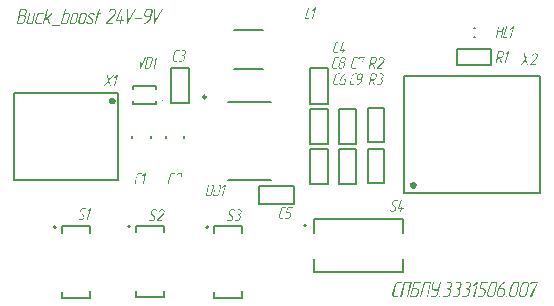
<source format=gto>
G04*
G04 #@! TF.GenerationSoftware,Altium Limited,Altium Designer,19.1.6 (110)*
G04*
G04 Layer_Color=65535*
%FSLAX43Y43*%
%MOMM*%
G71*
G01*
G75*
%ADD10C,0.600*%
%ADD11C,0.200*%
%ADD12C,0.100*%
%ADD13C,0.250*%
G36*
X53557Y94716D02*
X53572Y94714D01*
X53592Y94710D01*
X53611Y94706D01*
X53633Y94698D01*
X53652Y94688D01*
X53654Y94687D01*
X53660Y94683D01*
X53670Y94677D01*
X53682Y94667D01*
X53695Y94655D01*
X53707Y94642D01*
X53721Y94624D01*
X53730Y94605D01*
X53736Y94591D01*
X53734Y94573D01*
Y94571D01*
X53730Y94564D01*
X53723Y94552D01*
X53711Y94540D01*
X53707Y94538D01*
X53699Y94534D01*
X53688Y94529D01*
X53674Y94527D01*
X53652Y94530D01*
X53651Y94532D01*
X53649Y94536D01*
X53647Y94540D01*
X53639Y94548D01*
Y94550D01*
X53637Y94554D01*
X53633Y94560D01*
X53627Y94568D01*
X53611Y94585D01*
X53590Y94601D01*
X53549Y94616D01*
X53545D01*
X53537Y94618D01*
X53524Y94620D01*
X53374D01*
X53364Y94618D01*
X53352Y94616D01*
X53338Y94612D01*
X53325Y94607D01*
X53309Y94599D01*
X53295Y94589D01*
X53294Y94587D01*
X53290Y94583D01*
X53284Y94577D01*
X53276Y94568D01*
X53268Y94558D01*
X53260Y94544D01*
X53253Y94530D01*
X53249Y94515D01*
Y94513D01*
X53247Y94507D01*
Y94499D01*
Y94488D01*
X53249Y94474D01*
X53253Y94462D01*
X53258Y94449D01*
X53268Y94435D01*
X53551Y94144D01*
X53553Y94142D01*
X53557Y94138D01*
X53561Y94133D01*
X53569Y94125D01*
X53574Y94113D01*
X53580Y94101D01*
X53586Y94086D01*
X53590Y94070D01*
Y94068D01*
X53592Y94064D01*
Y94056D01*
Y94045D01*
X53594Y94033D01*
X53592Y94019D01*
X53588Y93988D01*
X53586Y93984D01*
X53584Y93975D01*
X53578Y93959D01*
X53569Y93939D01*
X53557Y93918D01*
X53541Y93895D01*
X53520Y93871D01*
X53496Y93848D01*
X53493Y93846D01*
X53483Y93838D01*
X53469Y93828D01*
X53448Y93818D01*
X53424Y93807D01*
X53397Y93797D01*
X53368Y93789D01*
X53334Y93787D01*
X53196D01*
X53182Y93789D01*
X53167Y93791D01*
X53147Y93793D01*
X53128Y93799D01*
X53106Y93805D01*
X53087Y93813D01*
X53085Y93815D01*
X53079Y93818D01*
X53069Y93824D01*
X53059Y93834D01*
X53046Y93846D01*
X53032Y93859D01*
X53018Y93877D01*
X53007Y93897D01*
X53003Y93912D01*
X53005Y93928D01*
Y93930D01*
X53009Y93936D01*
X53015Y93945D01*
X53026Y93957D01*
X53030Y93959D01*
X53038Y93967D01*
X53052Y93973D01*
X53065Y93975D01*
X53073D01*
X53085Y93971D01*
X53087D01*
X53091Y93967D01*
X53095Y93963D01*
X53098Y93955D01*
Y93953D01*
X53100Y93951D01*
X53110Y93939D01*
X53118Y93930D01*
X53126Y93922D01*
X53137Y93912D01*
X53151Y93900D01*
X53153D01*
X53157Y93897D01*
X53165Y93895D01*
X53175Y93891D01*
X53186Y93887D01*
X53200Y93885D01*
X53231Y93881D01*
X53366D01*
X53375Y93883D01*
X53385Y93885D01*
X53399Y93889D01*
X53413Y93895D01*
X53428Y93902D01*
X53442Y93912D01*
X53444Y93914D01*
X53448Y93918D01*
X53453Y93926D01*
X53461Y93934D01*
X53479Y93957D01*
X53485Y93971D01*
X53491Y93986D01*
Y93988D01*
X53493Y93994D01*
Y94002D01*
Y94012D01*
X53491Y94025D01*
X53487Y94039D01*
X53481Y94053D01*
X53471Y94068D01*
X53188Y94361D01*
X53186Y94363D01*
X53182Y94367D01*
X53178Y94372D01*
X53173Y94380D01*
X53159Y94404D01*
X53153Y94415D01*
X53149Y94431D01*
X53147Y94478D01*
Y94480D01*
Y94482D01*
Y94491D01*
X53149Y94503D01*
X53151Y94515D01*
Y94517D01*
X53153Y94519D01*
X53155Y94529D01*
X53161Y94544D01*
X53171Y94564D01*
X53182Y94587D01*
X53198Y94610D01*
X53217Y94634D01*
X53241Y94655D01*
X53245Y94657D01*
X53255Y94665D01*
X53268Y94675D01*
X53290Y94687D01*
X53313Y94698D01*
X53342Y94708D01*
X53372Y94716D01*
X53405Y94718D01*
X53543D01*
X53557Y94716D01*
D02*
G37*
G36*
X57700Y94298D02*
X57710Y94293D01*
X57720Y94283D01*
X57722Y94281D01*
X57724Y94277D01*
X57726Y94269D01*
X57728Y94261D01*
Y94257D01*
Y94250D01*
Y94248D01*
X57724Y94240D01*
X57718Y94230D01*
X57706Y94218D01*
X57704Y94216D01*
X57696Y94211D01*
X57683Y94205D01*
X57667Y94203D01*
X57105D01*
X57097Y94205D01*
X57086Y94209D01*
X57076Y94216D01*
Y94218D01*
X57074Y94222D01*
X57072Y94230D01*
X57070Y94238D01*
Y94240D01*
Y94242D01*
X57072Y94252D01*
Y94253D01*
X57076Y94259D01*
X57082Y94269D01*
X57092Y94281D01*
X57095Y94285D01*
X57103Y94291D01*
X57117Y94296D01*
X57133Y94300D01*
X57694D01*
X57700Y94298D01*
D02*
G37*
G36*
X59438Y95086D02*
X59448Y95083D01*
X59458Y95075D01*
X59460Y95073D01*
X59464Y95069D01*
X59466Y95061D01*
X59468Y95051D01*
Y95047D01*
X59466Y95040D01*
X59460Y95026D01*
X58836Y93826D01*
X58834Y93824D01*
X58832Y93820D01*
X58820Y93807D01*
X58800Y93793D01*
X58789Y93789D01*
X58777Y93787D01*
X58771D01*
X58759Y93793D01*
X58754Y93797D01*
X58748Y93805D01*
X58744Y93815D01*
X58742Y93828D01*
X58717Y95028D01*
X58718Y95042D01*
Y95045D01*
X58722Y95051D01*
X58730Y95063D01*
X58740Y95073D01*
X58744Y95075D01*
X58752Y95081D01*
X58763Y95086D01*
X58779Y95088D01*
X58787D01*
X58793Y95085D01*
X58798Y95081D01*
X58800Y95079D01*
X58804Y95075D01*
X58810Y95065D01*
X58816Y95051D01*
X58837Y94025D01*
X59374Y95053D01*
X59376Y95055D01*
X59378Y95061D01*
X59386Y95069D01*
X59393Y95077D01*
X59395Y95079D01*
X59403Y95081D01*
X59415Y95085D01*
X59429Y95088D01*
X59432D01*
X59438Y95086D01*
D02*
G37*
G36*
X57148D02*
X57158Y95083D01*
X57168Y95075D01*
X57170Y95073D01*
X57174Y95069D01*
X57175Y95061D01*
X57177Y95051D01*
Y95047D01*
X57175Y95040D01*
X57170Y95026D01*
X56545Y93826D01*
X56543Y93824D01*
X56541Y93820D01*
X56530Y93807D01*
X56510Y93793D01*
X56499Y93789D01*
X56487Y93787D01*
X56481D01*
X56469Y93793D01*
X56463Y93797D01*
X56458Y93805D01*
X56454Y93815D01*
X56452Y93828D01*
X56426Y95028D01*
X56428Y95042D01*
Y95045D01*
X56432Y95051D01*
X56440Y95063D01*
X56450Y95073D01*
X56454Y95075D01*
X56462Y95081D01*
X56473Y95086D01*
X56489Y95088D01*
X56497D01*
X56502Y95085D01*
X56508Y95081D01*
X56510Y95079D01*
X56514Y95075D01*
X56520Y95065D01*
X56526Y95051D01*
X56547Y94025D01*
X57084Y95053D01*
X57086Y95055D01*
X57088Y95061D01*
X57095Y95069D01*
X57103Y95077D01*
X57105Y95079D01*
X57113Y95081D01*
X57125Y95085D01*
X57138Y95088D01*
X57142D01*
X57148Y95086D01*
D02*
G37*
G36*
X48635Y94716D02*
X48647Y94714D01*
X48657Y94706D01*
X48659Y94704D01*
X48661Y94700D01*
X48663Y94692D01*
X48664Y94683D01*
Y94679D01*
X48663Y94669D01*
X48454Y93832D01*
Y93830D01*
X48452Y93824D01*
X48448Y93818D01*
X48442Y93811D01*
X48434Y93801D01*
X48423Y93795D01*
X48411Y93789D01*
X48393Y93787D01*
X48054D01*
X48040Y93789D01*
X48023Y93793D01*
X48005Y93801D01*
X47984Y93809D01*
X47966Y93822D01*
X47949Y93840D01*
X47947Y93842D01*
X47945Y93846D01*
X47941Y93854D01*
X47935Y93863D01*
X47929Y93875D01*
X47925Y93891D01*
X47923Y93906D01*
X47921Y93924D01*
Y93926D01*
Y93928D01*
Y93939D01*
X47923Y93955D01*
X47927Y93973D01*
X48103Y94669D01*
Y94671D01*
X48107Y94679D01*
X48114Y94688D01*
X48124Y94700D01*
X48128Y94702D01*
X48136Y94710D01*
X48148Y94716D01*
X48161Y94718D01*
X48165D01*
X48171Y94716D01*
X48181Y94712D01*
X48190Y94704D01*
X48192Y94702D01*
X48196Y94696D01*
X48200Y94685D01*
X48198Y94669D01*
X48025Y93973D01*
Y93971D01*
X48023Y93967D01*
Y93959D01*
Y93949D01*
X48025Y93928D01*
X48029Y93918D01*
X48034Y93906D01*
Y93904D01*
X48038Y93902D01*
X48048Y93895D01*
X48066Y93885D01*
X48077Y93883D01*
X48091Y93881D01*
X48368D01*
X48567Y94669D01*
Y94671D01*
X48571Y94679D01*
X48579Y94688D01*
X48588Y94700D01*
X48592Y94702D01*
X48600Y94710D01*
X48612Y94716D01*
X48625Y94718D01*
X48629D01*
X48635Y94716D01*
D02*
G37*
G36*
X55989Y95088D02*
X56001Y95085D01*
X56011Y95077D01*
X56013Y95075D01*
X56017Y95067D01*
X56019Y95055D01*
Y95042D01*
X56015Y95032D01*
X55623Y94160D01*
X55886D01*
X55945Y94392D01*
Y94394D01*
X55948Y94402D01*
X55956Y94411D01*
X55966Y94423D01*
X55970Y94425D01*
X55978Y94433D01*
X55989Y94439D01*
X56003Y94441D01*
X56007D01*
X56013Y94439D01*
X56023Y94435D01*
X56032Y94427D01*
X56034Y94425D01*
X56038Y94419D01*
X56042Y94408D01*
X56040Y94392D01*
X55984Y94160D01*
X56124D01*
X56130Y94158D01*
X56140Y94154D01*
X56149Y94146D01*
X56151Y94144D01*
X56155Y94138D01*
X56157Y94131D01*
X56159Y94121D01*
Y94117D01*
X56157Y94111D01*
Y94109D01*
X56153Y94101D01*
X56147Y94090D01*
X56136Y94078D01*
X56134Y94076D01*
X56126Y94072D01*
X56112Y94066D01*
X56097Y94064D01*
X55958D01*
X55900Y93832D01*
Y93828D01*
X55896Y93818D01*
X55890Y93807D01*
X55878Y93797D01*
X55876Y93795D01*
X55868Y93793D01*
X55857Y93789D01*
X55841Y93787D01*
X55839D01*
X55833Y93789D01*
X55824Y93791D01*
X55810Y93797D01*
X55808Y93799D01*
X55804Y93805D01*
X55802Y93817D01*
X55804Y93832D01*
X55861Y94064D01*
X55535D01*
X55527Y94066D01*
X55517Y94070D01*
X55508Y94078D01*
X55506Y94080D01*
X55504Y94084D01*
X55502Y94090D01*
X55500Y94099D01*
Y94101D01*
Y94103D01*
X55502Y94111D01*
X55506Y94121D01*
X55923Y95051D01*
X55925Y95055D01*
X55929Y95063D01*
X55937Y95073D01*
X55948Y95081D01*
X55978Y95090D01*
X55982D01*
X55989Y95088D01*
D02*
G37*
G36*
X55277D02*
X55289D01*
X55303Y95086D01*
X55332Y95079D01*
X55367Y95069D01*
X55404Y95051D01*
X55439Y95030D01*
X55457Y95014D01*
X55472Y94999D01*
X55474Y94995D01*
X55482Y94987D01*
X55492Y94973D01*
X55504Y94954D01*
X55515Y94930D01*
X55525Y94903D01*
X55533Y94874D01*
X55535Y94841D01*
Y94839D01*
Y94835D01*
Y94827D01*
X55533Y94819D01*
X55531Y94796D01*
X55523Y94768D01*
Y94767D01*
X55521Y94761D01*
X55519Y94751D01*
X55515Y94739D01*
X55510Y94726D01*
X55504Y94712D01*
X55488Y94679D01*
X55486Y94677D01*
X55484Y94671D01*
X55478Y94661D01*
X55471Y94649D01*
X55459Y94636D01*
X55447Y94618D01*
X55433Y94599D01*
X55416Y94577D01*
X54780Y93881D01*
X55248D01*
X55256Y93879D01*
X55266Y93875D01*
X55274Y93865D01*
X55275Y93863D01*
X55279Y93856D01*
X55281Y93844D01*
Y93832D01*
Y93830D01*
X55277Y93822D01*
X55272Y93811D01*
X55260Y93801D01*
X55258Y93799D01*
X55250Y93795D01*
X55238Y93789D01*
X55223Y93787D01*
X54665D01*
X54657Y93789D01*
X54645Y93793D01*
X54636Y93801D01*
Y93803D01*
X54634Y93807D01*
X54632Y93815D01*
X54630Y93824D01*
Y93826D01*
Y93828D01*
X54632Y93838D01*
Y93840D01*
X54636Y93846D01*
X54640Y93852D01*
X54645Y93859D01*
X55348Y94632D01*
X55377Y94669D01*
X55398Y94700D01*
Y94702D01*
X55402Y94706D01*
X55404Y94714D01*
X55410Y94722D01*
X55418Y94743D01*
X55426Y94768D01*
Y94770D01*
Y94772D01*
X55428Y94784D01*
X55430Y94802D01*
Y94823D01*
X55428Y94848D01*
X55420Y94874D01*
X55408Y94901D01*
X55398Y94915D01*
X55389Y94926D01*
X55387Y94928D01*
X55385Y94932D01*
X55379Y94936D01*
X55371Y94944D01*
X55350Y94958D01*
X55322Y94973D01*
X55320D01*
X55316Y94977D01*
X55307Y94979D01*
X55297Y94983D01*
X55285Y94987D01*
X55270Y94989D01*
X55236Y94993D01*
X55225D01*
X55213Y94991D01*
X55195Y94989D01*
X55176Y94983D01*
X55155Y94977D01*
X55131Y94967D01*
X55108Y94956D01*
X55106Y94954D01*
X55098Y94950D01*
X55084Y94940D01*
X55069Y94928D01*
X55051Y94911D01*
X55032Y94889D01*
X55010Y94864D01*
X54989Y94835D01*
X54987Y94833D01*
X54983Y94827D01*
X54975Y94819D01*
X54967Y94811D01*
X54965D01*
X54959Y94808D01*
X54952Y94806D01*
X54940Y94804D01*
X54936D01*
X54928Y94806D01*
X54917Y94809D01*
X54907Y94815D01*
X54905Y94817D01*
X54901Y94825D01*
X54899Y94837D01*
Y94852D01*
X54907Y94868D01*
Y94870D01*
X54911Y94874D01*
X54915Y94880D01*
X54918Y94887D01*
X54934Y94907D01*
X54954Y94932D01*
X54977Y94960D01*
X55004Y94989D01*
X55036Y95016D01*
X55071Y95040D01*
X55073D01*
X55075Y95042D01*
X55086Y95047D01*
X55104Y95055D01*
X55127Y95065D01*
X55155Y95075D01*
X55186Y95083D01*
X55221Y95088D01*
X55256Y95090D01*
X55270D01*
X55277Y95088D01*
D02*
G37*
G36*
X54107Y95088D02*
X54117Y95085D01*
X54126Y95077D01*
X54128Y95075D01*
X54132Y95069D01*
X54134Y95057D01*
Y95049D01*
X54132Y95042D01*
X54052Y94718D01*
X54195D01*
X54201Y94716D01*
X54210Y94712D01*
X54220Y94704D01*
X54222Y94702D01*
X54224Y94696D01*
X54226Y94688D01*
X54228Y94679D01*
Y94675D01*
Y94669D01*
Y94667D01*
X54224Y94659D01*
X54218Y94648D01*
X54206Y94636D01*
X54205Y94634D01*
X54197Y94628D01*
X54183Y94622D01*
X54167Y94620D01*
X54029D01*
X53832Y93832D01*
X53830Y93828D01*
X53826Y93818D01*
X53820Y93807D01*
X53809Y93797D01*
X53807Y93795D01*
X53799Y93793D01*
X53787Y93789D01*
X53771Y93787D01*
X53770D01*
X53764Y93789D01*
X53754Y93791D01*
X53740Y93797D01*
X53738Y93799D01*
X53736Y93803D01*
X53734Y93809D01*
X53732Y93817D01*
Y93818D01*
Y93822D01*
X53734Y93834D01*
X53931Y94620D01*
X53887D01*
X53877Y94622D01*
X53867Y94626D01*
X53857Y94636D01*
X53855Y94638D01*
X53853Y94646D01*
Y94657D01*
Y94671D01*
Y94673D01*
X53857Y94677D01*
X53861Y94687D01*
X53871Y94698D01*
X53875Y94702D01*
X53883Y94708D01*
X53896Y94714D01*
X53912Y94718D01*
X53955D01*
X54039Y95042D01*
Y95044D01*
X54043Y95051D01*
X54048Y95061D01*
X54058Y95073D01*
X54062Y95075D01*
X54070Y95083D01*
X54084Y95088D01*
X54097Y95090D01*
X54101D01*
X54107Y95088D01*
D02*
G37*
G36*
X52903Y94716D02*
X52921Y94712D01*
X52940Y94704D01*
X52960Y94696D01*
X52979Y94683D01*
X52997Y94665D01*
X52999Y94663D01*
X53001Y94659D01*
X53005Y94651D01*
X53011Y94640D01*
X53017Y94628D01*
X53020Y94612D01*
X53022Y94597D01*
X53024Y94579D01*
Y94577D01*
Y94575D01*
Y94564D01*
X53022Y94548D01*
X53018Y94530D01*
X52878Y93971D01*
Y93967D01*
X52874Y93957D01*
X52868Y93943D01*
X52860Y93926D01*
X52849Y93904D01*
X52833Y93883D01*
X52814Y93861D01*
X52790Y93840D01*
X52786Y93838D01*
X52779Y93832D01*
X52765Y93822D01*
X52747Y93815D01*
X52726Y93805D01*
X52701Y93795D01*
X52673Y93789D01*
X52644Y93787D01*
X52445D01*
X52431Y93789D01*
X52414Y93793D01*
X52394Y93801D01*
X52375Y93809D01*
X52355Y93822D01*
X52338Y93840D01*
X52336Y93842D01*
X52334Y93846D01*
X52330Y93854D01*
X52324Y93863D01*
X52318Y93875D01*
X52314Y93891D01*
X52312Y93906D01*
X52310Y93924D01*
Y93926D01*
Y93928D01*
Y93939D01*
X52312Y93955D01*
X52316Y93973D01*
X52457Y94530D01*
Y94534D01*
X52461Y94542D01*
X52466Y94556D01*
X52474Y94573D01*
X52486Y94593D01*
X52500Y94614D01*
X52519Y94638D01*
X52543Y94659D01*
X52546Y94661D01*
X52554Y94669D01*
X52568Y94679D01*
X52587Y94688D01*
X52609Y94700D01*
X52634Y94708D01*
X52661Y94716D01*
X52691Y94718D01*
X52890D01*
X52903Y94716D01*
D02*
G37*
G36*
X52197D02*
X52215Y94712D01*
X52234Y94704D01*
X52254Y94696D01*
X52273Y94683D01*
X52291Y94665D01*
X52293Y94663D01*
X52295Y94659D01*
X52299Y94651D01*
X52305Y94640D01*
X52310Y94628D01*
X52314Y94612D01*
X52316Y94597D01*
X52318Y94579D01*
Y94577D01*
Y94575D01*
Y94564D01*
X52316Y94548D01*
X52312Y94530D01*
X52172Y93971D01*
Y93967D01*
X52168Y93957D01*
X52162Y93943D01*
X52154Y93926D01*
X52143Y93904D01*
X52127Y93883D01*
X52107Y93861D01*
X52084Y93840D01*
X52080Y93838D01*
X52072Y93832D01*
X52059Y93822D01*
X52041Y93815D01*
X52020Y93805D01*
X51994Y93795D01*
X51967Y93789D01*
X51938Y93787D01*
X51739D01*
X51725Y93789D01*
X51708Y93793D01*
X51688Y93801D01*
X51669Y93809D01*
X51649Y93822D01*
X51632Y93840D01*
X51630Y93842D01*
X51628Y93846D01*
X51624Y93854D01*
X51618Y93863D01*
X51612Y93875D01*
X51608Y93891D01*
X51606Y93906D01*
X51604Y93924D01*
Y93926D01*
Y93928D01*
Y93939D01*
X51606Y93955D01*
X51610Y93973D01*
X51751Y94530D01*
Y94534D01*
X51754Y94542D01*
X51760Y94556D01*
X51768Y94573D01*
X51780Y94593D01*
X51793Y94614D01*
X51813Y94638D01*
X51836Y94659D01*
X51840Y94661D01*
X51848Y94669D01*
X51862Y94679D01*
X51881Y94688D01*
X51903Y94700D01*
X51928Y94708D01*
X51955Y94716D01*
X51985Y94718D01*
X52184D01*
X52197Y94716D01*
D02*
G37*
G36*
X51232Y95088D02*
X51241Y95085D01*
X51251Y95077D01*
X51253Y95075D01*
X51257Y95069D01*
X51259Y95057D01*
Y95049D01*
X51257Y95042D01*
X51177Y94718D01*
X51466D01*
X51479Y94716D01*
X51497Y94712D01*
X51516Y94704D01*
X51536Y94696D01*
X51555Y94683D01*
X51573Y94665D01*
X51575Y94663D01*
X51577Y94659D01*
X51583Y94651D01*
X51589Y94640D01*
X51593Y94628D01*
X51598Y94612D01*
X51600Y94597D01*
X51602Y94579D01*
Y94577D01*
Y94575D01*
Y94564D01*
X51598Y94548D01*
X51594Y94530D01*
X51454Y93973D01*
Y93969D01*
X51450Y93959D01*
X51444Y93945D01*
X51436Y93928D01*
X51425Y93906D01*
X51411Y93883D01*
X51392Y93861D01*
X51368Y93840D01*
X51364Y93838D01*
X51356Y93832D01*
X51343Y93822D01*
X51325Y93815D01*
X51304Y93805D01*
X51278Y93795D01*
X51249Y93789D01*
X51220Y93787D01*
X50890D01*
X50877Y93791D01*
X50863Y93799D01*
X50859Y93805D01*
X50857Y93815D01*
Y93817D01*
Y93820D01*
X50859Y93834D01*
X51163Y95042D01*
Y95044D01*
X51167Y95051D01*
X51173Y95061D01*
X51183Y95073D01*
X51187Y95075D01*
X51195Y95083D01*
X51208Y95088D01*
X51222Y95090D01*
X51226D01*
X51232Y95088D01*
D02*
G37*
G36*
X49706D02*
X49716Y95085D01*
X49726Y95077D01*
X49728Y95075D01*
X49732Y95069D01*
X49735Y95057D01*
X49733Y95042D01*
X49542Y94279D01*
X50030Y94702D01*
X50032D01*
X50034Y94704D01*
X50044Y94712D01*
X50057Y94718D01*
X50071Y94720D01*
X50075D01*
X50081Y94718D01*
X50092Y94714D01*
X50102Y94704D01*
X50104Y94702D01*
X50106Y94696D01*
X50108Y94688D01*
Y94681D01*
Y94677D01*
Y94669D01*
X50106Y94667D01*
X50102Y94659D01*
X50096Y94648D01*
X50085Y94638D01*
X49718Y94318D01*
X49895Y93859D01*
Y93832D01*
Y93830D01*
X49891Y93822D01*
X49884Y93811D01*
X49872Y93799D01*
X49868Y93797D01*
X49860Y93793D01*
X49849Y93789D01*
X49835Y93787D01*
X49827D01*
X49813Y93791D01*
X49812D01*
X49810Y93795D01*
X49806Y93799D01*
X49802Y93807D01*
X49634Y94244D01*
X49507Y94134D01*
X49431Y93832D01*
Y93828D01*
X49427Y93818D01*
X49419Y93807D01*
X49408Y93797D01*
X49406Y93795D01*
X49398Y93793D01*
X49386Y93789D01*
X49371Y93787D01*
X49369D01*
X49365Y93789D01*
X49355Y93791D01*
X49341Y93797D01*
X49339Y93799D01*
X49337Y93803D01*
X49334Y93809D01*
X49332Y93817D01*
Y93818D01*
Y93822D01*
X49336Y93834D01*
X49638Y95042D01*
Y95044D01*
X49642Y95051D01*
X49650Y95061D01*
X49659Y95073D01*
X49663Y95075D01*
X49671Y95083D01*
X49683Y95088D01*
X49696Y95090D01*
X49700D01*
X49706Y95088D01*
D02*
G37*
G36*
X49384Y94716D02*
X49394Y94712D01*
X49402Y94704D01*
X49404Y94702D01*
X49408Y94696D01*
X49410Y94688D01*
X49412Y94679D01*
Y94675D01*
Y94669D01*
X49410Y94667D01*
X49408Y94659D01*
X49400Y94648D01*
X49390Y94636D01*
X49388Y94634D01*
X49380Y94628D01*
X49367Y94622D01*
X49351Y94620D01*
X49020D01*
X49012Y94618D01*
X49002Y94616D01*
X48979Y94609D01*
X48967Y94603D01*
X48953Y94593D01*
X48951Y94591D01*
X48947Y94589D01*
X48943Y94583D01*
X48936Y94575D01*
X48922Y94556D01*
X48910Y94530D01*
X48772Y93973D01*
Y93971D01*
X48770Y93967D01*
Y93959D01*
Y93949D01*
X48772Y93928D01*
X48776Y93918D01*
X48782Y93906D01*
X48783Y93904D01*
X48785Y93902D01*
X48797Y93895D01*
X48815Y93885D01*
X48826Y93883D01*
X48840Y93881D01*
X49168D01*
X49176Y93879D01*
X49185Y93875D01*
X49193Y93865D01*
X49195Y93863D01*
X49199Y93856D01*
X49201Y93844D01*
Y93832D01*
Y93830D01*
X49197Y93822D01*
X49191Y93811D01*
X49179Y93801D01*
X49178Y93799D01*
X49170Y93795D01*
X49158Y93789D01*
X49142Y93787D01*
X48803D01*
X48789Y93789D01*
X48772Y93793D01*
X48752Y93801D01*
X48733Y93809D01*
X48713Y93822D01*
X48696Y93840D01*
X48694Y93842D01*
X48692Y93846D01*
X48688Y93854D01*
X48682Y93863D01*
X48676Y93875D01*
X48672Y93891D01*
X48670Y93906D01*
X48668Y93924D01*
Y93926D01*
Y93928D01*
Y93939D01*
X48670Y93955D01*
X48674Y93973D01*
X48815Y94530D01*
Y94534D01*
X48819Y94542D01*
X48824Y94556D01*
X48832Y94573D01*
X48844Y94593D01*
X48858Y94614D01*
X48877Y94638D01*
X48901Y94659D01*
X48904Y94661D01*
X48912Y94669D01*
X48926Y94679D01*
X48945Y94688D01*
X48967Y94700D01*
X48992Y94708D01*
X49020Y94716D01*
X49049Y94718D01*
X49378D01*
X49384Y94716D01*
D02*
G37*
G36*
X47763Y95088D02*
X47783Y95086D01*
X47810Y95081D01*
X47837Y95071D01*
X47867Y95055D01*
X47896Y95036D01*
X47921Y95008D01*
X47923Y95006D01*
X47927Y95001D01*
X47933Y94993D01*
X47939Y94981D01*
X47945Y94967D01*
X47952Y94952D01*
X47956Y94936D01*
X47960Y94917D01*
X47962Y94868D01*
X47960Y94839D01*
X47954Y94808D01*
X47931Y94716D01*
Y94712D01*
X47927Y94704D01*
X47923Y94692D01*
X47919Y94675D01*
X47911Y94657D01*
X47902Y94636D01*
X47890Y94614D01*
X47876Y94595D01*
X47874Y94593D01*
X47869Y94585D01*
X47861Y94575D01*
X47849Y94564D01*
X47835Y94548D01*
X47818Y94532D01*
X47798Y94515D01*
X47777Y94499D01*
X47779Y94497D01*
X47785Y94493D01*
X47794Y94486D01*
X47806Y94474D01*
X47820Y94460D01*
X47832Y94443D01*
X47845Y94421D01*
X47855Y94396D01*
X47857Y94392D01*
X47859Y94384D01*
X47863Y94371D01*
X47865Y94351D01*
X47867Y94330D01*
X47869Y94304D01*
X47867Y94277D01*
X47861Y94250D01*
X47816Y94064D01*
Y94062D01*
X47814Y94058D01*
X47812Y94053D01*
X47810Y94045D01*
X47802Y94025D01*
X47789Y93998D01*
X47771Y93969D01*
X47748Y93936D01*
X47716Y93902D01*
X47679Y93869D01*
X47677D01*
X47675Y93865D01*
X47670Y93861D01*
X47662Y93856D01*
X47640Y93844D01*
X47613Y93828D01*
X47580Y93813D01*
X47543Y93801D01*
X47506Y93791D01*
X47465Y93787D01*
X47133D01*
X47120Y93791D01*
X47106Y93799D01*
X47102Y93805D01*
X47100Y93815D01*
Y93817D01*
Y93820D01*
X47102Y93834D01*
X47406Y95042D01*
Y95044D01*
X47408Y95049D01*
X47412Y95057D01*
X47418Y95067D01*
X47426Y95075D01*
X47436Y95083D01*
X47449Y95088D01*
X47465Y95090D01*
X47755D01*
X47763Y95088D01*
D02*
G37*
G36*
X58408Y95088D02*
X58428Y95086D01*
X58455Y95081D01*
X58482Y95071D01*
X58512Y95055D01*
X58541Y95036D01*
X58566Y95008D01*
X58568Y95006D01*
X58572Y95001D01*
X58576Y94993D01*
X58584Y94981D01*
X58590Y94967D01*
X58596Y94952D01*
X58601Y94936D01*
X58605Y94917D01*
X58607Y94868D01*
X58603Y94839D01*
X58599Y94809D01*
X58494Y94396D01*
Y94394D01*
X58492Y94388D01*
X58488Y94376D01*
X58484Y94363D01*
X58479Y94345D01*
X58471Y94326D01*
X58463Y94302D01*
X58453Y94279D01*
X58428Y94222D01*
X58395Y94164D01*
X58375Y94133D01*
X58356Y94101D01*
X58332Y94070D01*
X58307Y94039D01*
X58305Y94037D01*
X58299Y94031D01*
X58291Y94021D01*
X58280Y94010D01*
X58266Y93996D01*
X58248Y93978D01*
X58227Y93961D01*
X58203Y93941D01*
X58178Y93922D01*
X58151Y93900D01*
X58120Y93879D01*
X58088Y93859D01*
X58053Y93838D01*
X58018Y93820D01*
X57979Y93803D01*
X57940Y93787D01*
X57921Y93785D01*
X57919D01*
X57913Y93787D01*
X57903Y93791D01*
X57889Y93799D01*
Y93801D01*
X57887Y93805D01*
X57886Y93811D01*
Y93820D01*
Y93822D01*
Y93824D01*
X57887Y93834D01*
Y93836D01*
X57891Y93842D01*
X57893Y93850D01*
X57899Y93859D01*
X57901Y93861D01*
X57905Y93867D01*
X57915Y93873D01*
X57928Y93879D01*
X57930D01*
X57934Y93881D01*
X57942Y93883D01*
X57952Y93887D01*
X57966Y93893D01*
X57979Y93898D01*
X58014Y93914D01*
X58055Y93937D01*
X58069Y93945D01*
X58096Y93965D01*
X58100Y93967D01*
X58108Y93973D01*
X58122Y93982D01*
X58139Y93996D01*
X58161Y94016D01*
X58184Y94037D01*
X58209Y94062D01*
X58237Y94092D01*
X58239Y94094D01*
X58244Y94101D01*
X58254Y94113D01*
X58266Y94129D01*
X58280Y94146D01*
X58295Y94168D01*
X58311Y94191D01*
X58326Y94216D01*
X58328Y94220D01*
X58334Y94228D01*
X58340Y94242D01*
X58350Y94257D01*
X58360Y94277D01*
X58369Y94298D01*
X58377Y94320D01*
X58385Y94341D01*
X58098D01*
X58090Y94343D01*
X58069Y94345D01*
X58044Y94351D01*
X58014Y94361D01*
X57983Y94376D01*
X57956Y94396D01*
X57930Y94423D01*
X57928Y94425D01*
X57925Y94433D01*
X57917Y94445D01*
X57909Y94460D01*
X57901Y94480D01*
X57893Y94501D01*
X57889Y94525D01*
X57887Y94550D01*
Y94552D01*
Y94556D01*
Y94564D01*
X57889Y94571D01*
X57893Y94595D01*
X57899Y94622D01*
X57946Y94809D01*
Y94811D01*
X57948Y94815D01*
X57950Y94821D01*
X57952Y94829D01*
X57960Y94848D01*
X57973Y94876D01*
X57989Y94905D01*
X58012Y94938D01*
X58040Y94971D01*
X58075Y95005D01*
X58077Y95006D01*
X58079Y95008D01*
X58084Y95012D01*
X58092Y95018D01*
X58114Y95032D01*
X58141Y95047D01*
X58174Y95063D01*
X58211Y95077D01*
X58252Y95086D01*
X58274Y95090D01*
X58401D01*
X58408Y95088D01*
D02*
G37*
G36*
X50765Y93600D02*
X50018D01*
X50044Y93698D01*
X50791D01*
X50765Y93600D01*
D02*
G37*
G36*
X82987Y71962D02*
X82997Y71959D01*
X83006Y71951D01*
X83008Y71949D01*
X83010Y71945D01*
X83012Y71939D01*
X83014Y71929D01*
Y71925D01*
X83012Y71916D01*
X82768Y70938D01*
Y70936D01*
X82766Y70932D01*
X82764Y70927D01*
X82762Y70919D01*
X82755Y70897D01*
X82741Y70870D01*
X82725Y70839D01*
X82702Y70808D01*
X82673Y70773D01*
X82638Y70741D01*
X82636D01*
X82634Y70737D01*
X82628Y70734D01*
X82620Y70730D01*
X82599Y70716D01*
X82571Y70702D01*
X82538Y70687D01*
X82501Y70673D01*
X82460Y70665D01*
X82417Y70661D01*
X82181D01*
X82173Y70663D01*
X82162Y70665D01*
X82152Y70671D01*
Y70673D01*
X82150Y70677D01*
X82148Y70685D01*
X82146Y70695D01*
Y70696D01*
Y70698D01*
X82148Y70708D01*
Y70710D01*
X82152Y70716D01*
X82158Y70724D01*
X82167Y70735D01*
X82171Y70739D01*
X82179Y70745D01*
X82193Y70751D01*
X82208Y70755D01*
X82454D01*
X82468Y70757D01*
X82485Y70761D01*
X82509Y70769D01*
X82532Y70776D01*
X82558Y70790D01*
X82583Y70808D01*
X82587Y70810D01*
X82595Y70817D01*
X82606Y70829D01*
X82620Y70845D01*
X82636Y70862D01*
X82649Y70886D01*
X82663Y70911D01*
X82673Y70938D01*
X82741Y71217D01*
X82454D01*
X82446Y71219D01*
X82427Y71221D01*
X82402Y71227D01*
X82374Y71237D01*
X82345Y71250D01*
X82316Y71270D01*
X82286Y71297D01*
X82285Y71299D01*
X82283Y71305D01*
X82277Y71313D01*
X82271Y71325D01*
X82265Y71338D01*
X82257Y71354D01*
X82247Y71389D01*
X82245Y71438D01*
X82247Y71469D01*
X82253Y71498D01*
X82359Y71916D01*
Y71918D01*
X82363Y71925D01*
X82368Y71935D01*
X82378Y71947D01*
X82382Y71949D01*
X82390Y71957D01*
X82404Y71962D01*
X82417Y71964D01*
X82421D01*
X82427Y71962D01*
X82437Y71959D01*
X82446Y71951D01*
X82448Y71949D01*
X82452Y71941D01*
X82456Y71929D01*
X82454Y71916D01*
X82349Y71496D01*
Y71492D01*
X82347Y71485D01*
X82345Y71469D01*
Y71451D01*
X82347Y71432D01*
X82351Y71410D01*
X82359Y71389D01*
X82370Y71368D01*
X82372Y71366D01*
X82378Y71360D01*
X82386Y71350D01*
X82400Y71342D01*
X82415Y71332D01*
X82437Y71323D01*
X82460Y71317D01*
X82487Y71315D01*
X82766D01*
X82917Y71916D01*
Y71918D01*
X82920Y71925D01*
X82928Y71935D01*
X82938Y71947D01*
X82942Y71949D01*
X82950Y71957D01*
X82963Y71962D01*
X82977Y71964D01*
X82981D01*
X82987Y71962D01*
D02*
G37*
G36*
X91248Y71962D02*
X91260Y71959D01*
X91270Y71951D01*
X91271Y71949D01*
X91273Y71945D01*
X91275Y71939D01*
X91277Y71929D01*
Y71927D01*
X91275Y71918D01*
X91268Y71906D01*
X90688Y70696D01*
Y70695D01*
X90684Y70691D01*
X90676Y70681D01*
X90663Y70669D01*
X90632Y70661D01*
X90630D01*
X90622Y70663D01*
X90610Y70665D01*
X90600Y70671D01*
X90598Y70673D01*
X90595Y70681D01*
X90593Y70691D01*
Y70706D01*
X90598Y70718D01*
X91151Y71867D01*
X90702D01*
X90678Y71777D01*
Y71773D01*
X90675Y71763D01*
X90669Y71752D01*
X90657Y71740D01*
X90655Y71738D01*
X90647Y71734D01*
X90636Y71730D01*
X90620Y71728D01*
X90618D01*
X90612Y71730D01*
X90602Y71734D01*
X90589Y71740D01*
X90587Y71742D01*
X90585Y71746D01*
X90583Y71752D01*
X90581Y71762D01*
Y71763D01*
Y71767D01*
X90583Y71777D01*
X90618Y71916D01*
Y71918D01*
X90620Y71923D01*
X90624Y71931D01*
X90630Y71941D01*
X90637Y71949D01*
X90647Y71957D01*
X90661Y71962D01*
X90676Y71964D01*
X91240D01*
X91248Y71962D01*
D02*
G37*
G36*
X90279D02*
X90298Y71961D01*
X90325Y71955D01*
X90353Y71945D01*
X90384Y71929D01*
X90413Y71910D01*
X90439Y71882D01*
X90440Y71881D01*
X90444Y71873D01*
X90452Y71861D01*
X90460Y71845D01*
X90466Y71826D01*
X90474Y71804D01*
X90478Y71779D01*
X90479Y71752D01*
Y71750D01*
Y71746D01*
Y71740D01*
X90478Y71732D01*
X90476Y71709D01*
X90470Y71682D01*
X90284Y70938D01*
Y70936D01*
X90282Y70932D01*
X90281Y70927D01*
X90279Y70919D01*
X90271Y70897D01*
X90257Y70870D01*
X90241Y70839D01*
X90218Y70808D01*
X90189Y70773D01*
X90154Y70741D01*
X90152D01*
X90150Y70737D01*
X90144Y70734D01*
X90136Y70730D01*
X90115Y70716D01*
X90087Y70702D01*
X90054Y70687D01*
X90017Y70673D01*
X89976Y70665D01*
X89933Y70661D01*
X89832D01*
X89824Y70663D01*
X89805Y70665D01*
X89779Y70671D01*
X89750Y70681D01*
X89721Y70695D01*
X89693Y70714D01*
X89666Y70739D01*
X89664Y70741D01*
X89658Y70749D01*
X89652Y70761D01*
X89645Y70778D01*
X89635Y70798D01*
X89629Y70819D01*
X89623Y70845D01*
X89621Y70870D01*
Y70872D01*
Y70876D01*
Y70882D01*
X89623Y70892D01*
X89625Y70913D01*
X89631Y70938D01*
X89816Y71684D01*
Y71685D01*
X89818Y71689D01*
X89820Y71695D01*
X89822Y71703D01*
X89830Y71723D01*
X89844Y71750D01*
X89859Y71779D01*
X89883Y71812D01*
X89910Y71845D01*
X89945Y71879D01*
X89947Y71881D01*
X89949Y71882D01*
X89955Y71886D01*
X89963Y71892D01*
X89984Y71906D01*
X90011Y71922D01*
X90044Y71937D01*
X90082Y71951D01*
X90122Y71961D01*
X90144Y71964D01*
X90271D01*
X90279Y71962D01*
D02*
G37*
G36*
X89450D02*
X89469Y71961D01*
X89496Y71955D01*
X89524Y71945D01*
X89555Y71929D01*
X89584Y71910D01*
X89609Y71882D01*
X89611Y71881D01*
X89615Y71873D01*
X89623Y71861D01*
X89631Y71845D01*
X89637Y71826D01*
X89645Y71804D01*
X89648Y71779D01*
X89650Y71752D01*
Y71750D01*
Y71746D01*
Y71740D01*
X89648Y71732D01*
X89647Y71709D01*
X89641Y71682D01*
X89455Y70938D01*
Y70936D01*
X89453Y70932D01*
X89451Y70927D01*
X89450Y70919D01*
X89442Y70897D01*
X89428Y70870D01*
X89412Y70839D01*
X89389Y70808D01*
X89360Y70773D01*
X89325Y70741D01*
X89323D01*
X89321Y70737D01*
X89315Y70734D01*
X89307Y70730D01*
X89286Y70716D01*
X89258Y70702D01*
X89225Y70687D01*
X89188Y70673D01*
X89147Y70665D01*
X89104Y70661D01*
X89003D01*
X88995Y70663D01*
X88975Y70665D01*
X88950Y70671D01*
X88921Y70681D01*
X88892Y70695D01*
X88864Y70714D01*
X88837Y70739D01*
X88835Y70741D01*
X88829Y70749D01*
X88823Y70761D01*
X88816Y70778D01*
X88806Y70798D01*
X88800Y70819D01*
X88794Y70845D01*
X88792Y70870D01*
Y70872D01*
Y70876D01*
Y70882D01*
X88794Y70892D01*
X88796Y70913D01*
X88802Y70938D01*
X88987Y71684D01*
Y71685D01*
X88989Y71689D01*
X88991Y71695D01*
X88993Y71703D01*
X89001Y71723D01*
X89014Y71750D01*
X89030Y71779D01*
X89053Y71812D01*
X89081Y71845D01*
X89116Y71879D01*
X89118Y71881D01*
X89120Y71882D01*
X89126Y71886D01*
X89133Y71892D01*
X89155Y71906D01*
X89182Y71922D01*
X89215Y71937D01*
X89252Y71951D01*
X89293Y71961D01*
X89315Y71964D01*
X89442D01*
X89450Y71962D01*
D02*
G37*
G36*
X88552Y70753D02*
X88562Y70749D01*
X88572Y70739D01*
X88574Y70737D01*
X88576Y70734D01*
X88578Y70726D01*
X88579Y70716D01*
Y70712D01*
X88578Y70706D01*
Y70704D01*
X88574Y70696D01*
X88568Y70685D01*
X88558Y70675D01*
X88556Y70673D01*
X88548Y70669D01*
X88535Y70663D01*
X88519Y70661D01*
X88515D01*
X88505Y70663D01*
X88496Y70665D01*
X88486Y70671D01*
Y70673D01*
X88484Y70677D01*
X88482Y70685D01*
X88480Y70695D01*
Y70696D01*
Y70698D01*
X88482Y70708D01*
Y70710D01*
X88486Y70716D01*
X88490Y70724D01*
X88499Y70735D01*
X88503Y70739D01*
X88511Y70745D01*
X88525Y70751D01*
X88542Y70755D01*
X88546D01*
X88552Y70753D01*
D02*
G37*
G36*
X88449Y71962D02*
X88459Y71959D01*
X88466Y71949D01*
X88468Y71947D01*
X88470Y71943D01*
X88472Y71935D01*
Y71927D01*
Y71925D01*
Y71923D01*
X88470Y71912D01*
Y71910D01*
X88466Y71904D01*
X88462Y71898D01*
X88457Y71890D01*
X88455Y71888D01*
X88451Y71884D01*
X88441Y71879D01*
X88429Y71871D01*
X88410Y71863D01*
X88386Y71855D01*
X88343Y71834D01*
X88341D01*
X88336Y71830D01*
X88328Y71826D01*
X88318Y71820D01*
X88291Y71804D01*
X88262Y71785D01*
X88258Y71783D01*
X88250Y71777D01*
X88236Y71765D01*
X88219Y71752D01*
X88199Y71734D01*
X88174Y71711D01*
X88148Y71685D01*
X88121Y71656D01*
X88119Y71654D01*
X88113Y71646D01*
X88104Y71635D01*
X88092Y71621D01*
X88078Y71602D01*
X88063Y71580D01*
X88045Y71557D01*
X88029Y71531D01*
X88027Y71527D01*
X88024Y71520D01*
X88016Y71506D01*
X88008Y71490D01*
X87998Y71471D01*
X87988Y71449D01*
X87981Y71428D01*
X87975Y71407D01*
X88260D01*
X88267Y71405D01*
X88289Y71403D01*
X88314Y71397D01*
X88343Y71387D01*
X88375Y71371D01*
X88402Y71352D01*
X88427Y71325D01*
X88429Y71323D01*
X88433Y71315D01*
X88441Y71303D01*
X88449Y71288D01*
X88455Y71270D01*
X88462Y71247D01*
X88466Y71223D01*
X88468Y71196D01*
Y71194D01*
Y71190D01*
Y71184D01*
X88466Y71174D01*
X88464Y71153D01*
X88459Y71126D01*
X88414Y70940D01*
Y70938D01*
X88412Y70934D01*
X88410Y70929D01*
X88408Y70921D01*
X88398Y70899D01*
X88386Y70870D01*
X88367Y70839D01*
X88345Y70806D01*
X88316Y70773D01*
X88281Y70741D01*
X88279D01*
X88277Y70737D01*
X88271Y70734D01*
X88263Y70730D01*
X88242Y70716D01*
X88217Y70702D01*
X88183Y70687D01*
X88146Y70673D01*
X88105Y70665D01*
X88063Y70661D01*
X87959D01*
X87951Y70663D01*
X87932Y70665D01*
X87906Y70671D01*
X87879Y70681D01*
X87850Y70695D01*
X87823Y70714D01*
X87795Y70739D01*
X87793Y70741D01*
X87787Y70749D01*
X87780Y70761D01*
X87772Y70778D01*
X87764Y70798D01*
X87756Y70819D01*
X87750Y70845D01*
X87748Y70870D01*
Y70872D01*
Y70876D01*
Y70882D01*
X87750Y70892D01*
X87754Y70913D01*
X87760Y70938D01*
X87864Y71354D01*
Y71356D01*
X87866Y71362D01*
X87869Y71373D01*
X87873Y71387D01*
X87879Y71405D01*
X87885Y71424D01*
X87895Y71446D01*
X87905Y71471D01*
X87930Y71526D01*
X87963Y71586D01*
X87981Y71617D01*
X88002Y71648D01*
X88025Y71680D01*
X88051Y71711D01*
X88053Y71713D01*
X88059Y71719D01*
X88066Y71728D01*
X88078Y71740D01*
X88092Y71754D01*
X88111Y71769D01*
X88131Y71787D01*
X88154Y71806D01*
X88180Y71828D01*
X88207Y71847D01*
X88238Y71869D01*
X88269Y71890D01*
X88304Y71910D01*
X88340Y71927D01*
X88379Y71945D01*
X88418Y71961D01*
X88437Y71964D01*
X88441D01*
X88449Y71962D01*
D02*
G37*
G36*
X87590D02*
X87610Y71961D01*
X87637Y71955D01*
X87665Y71945D01*
X87696Y71929D01*
X87725Y71910D01*
X87750Y71882D01*
X87752Y71881D01*
X87756Y71873D01*
X87764Y71861D01*
X87772Y71845D01*
X87778Y71826D01*
X87786Y71804D01*
X87789Y71779D01*
X87791Y71752D01*
Y71750D01*
Y71746D01*
Y71740D01*
X87789Y71732D01*
X87787Y71709D01*
X87782Y71682D01*
X87596Y70938D01*
Y70936D01*
X87594Y70932D01*
X87592Y70927D01*
X87590Y70919D01*
X87583Y70897D01*
X87569Y70870D01*
X87553Y70839D01*
X87530Y70808D01*
X87501Y70773D01*
X87466Y70741D01*
X87464D01*
X87462Y70737D01*
X87456Y70734D01*
X87448Y70730D01*
X87427Y70716D01*
X87399Y70702D01*
X87366Y70687D01*
X87329Y70673D01*
X87288Y70665D01*
X87245Y70661D01*
X87144D01*
X87136Y70663D01*
X87116Y70665D01*
X87091Y70671D01*
X87062Y70681D01*
X87033Y70695D01*
X87005Y70714D01*
X86978Y70739D01*
X86976Y70741D01*
X86970Y70749D01*
X86964Y70761D01*
X86956Y70778D01*
X86947Y70798D01*
X86941Y70819D01*
X86935Y70845D01*
X86933Y70870D01*
Y70872D01*
Y70876D01*
Y70882D01*
X86935Y70892D01*
X86937Y70913D01*
X86943Y70938D01*
X87128Y71684D01*
Y71685D01*
X87130Y71689D01*
X87132Y71695D01*
X87134Y71703D01*
X87142Y71723D01*
X87155Y71750D01*
X87171Y71779D01*
X87194Y71812D01*
X87222Y71845D01*
X87257Y71879D01*
X87259Y71881D01*
X87261Y71882D01*
X87267Y71886D01*
X87274Y71892D01*
X87296Y71906D01*
X87323Y71922D01*
X87356Y71937D01*
X87393Y71951D01*
X87434Y71961D01*
X87456Y71964D01*
X87583D01*
X87590Y71962D01*
D02*
G37*
G36*
X86970D02*
X86980Y71959D01*
X86990Y71949D01*
X86992Y71947D01*
X86994Y71941D01*
X86995Y71933D01*
X86997Y71925D01*
Y71922D01*
X86995Y71914D01*
Y71912D01*
X86992Y71904D01*
X86986Y71894D01*
X86976Y71882D01*
X86974Y71881D01*
X86966Y71875D01*
X86953Y71869D01*
X86937Y71867D01*
X86520D01*
X86402Y71405D01*
X86599D01*
X86607Y71403D01*
X86627Y71401D01*
X86654Y71395D01*
X86681Y71385D01*
X86711Y71369D01*
X86740Y71348D01*
X86754Y71336D01*
X86765Y71321D01*
X86767Y71317D01*
X86775Y71307D01*
X86783Y71289D01*
X86793Y71266D01*
X86800Y71237D01*
X86806Y71204D01*
Y71167D01*
X86802Y71147D01*
X86798Y71126D01*
X86752Y70938D01*
Y70936D01*
X86750Y70932D01*
X86748Y70927D01*
X86746Y70919D01*
X86738Y70897D01*
X86724Y70870D01*
X86709Y70839D01*
X86685Y70808D01*
X86656Y70773D01*
X86621Y70741D01*
X86619D01*
X86617Y70737D01*
X86611Y70734D01*
X86603Y70730D01*
X86582Y70716D01*
X86555Y70702D01*
X86521Y70687D01*
X86484Y70673D01*
X86445Y70665D01*
X86402Y70661D01*
X86166D01*
X86157Y70663D01*
X86147Y70665D01*
X86137Y70671D01*
Y70673D01*
X86135Y70677D01*
X86133Y70685D01*
X86131Y70695D01*
Y70696D01*
Y70698D01*
X86133Y70708D01*
Y70710D01*
X86137Y70716D01*
X86141Y70724D01*
X86151Y70735D01*
X86155Y70739D01*
X86163Y70745D01*
X86176Y70751D01*
X86194Y70755D01*
X86440D01*
X86453Y70757D01*
X86473Y70761D01*
X86494Y70769D01*
X86518Y70776D01*
X86543Y70790D01*
X86568Y70808D01*
X86572Y70810D01*
X86580Y70817D01*
X86592Y70829D01*
X86605Y70845D01*
X86621Y70864D01*
X86635Y70888D01*
X86648Y70913D01*
X86658Y70940D01*
X86703Y71126D01*
Y71130D01*
X86705Y71139D01*
X86707Y71153D01*
Y71170D01*
X86705Y71190D01*
X86701Y71211D01*
X86693Y71233D01*
X86679Y71254D01*
X86678Y71256D01*
X86672Y71262D01*
X86664Y71272D01*
X86650Y71282D01*
X86635Y71291D01*
X86615Y71301D01*
X86592Y71307D01*
X86564Y71309D01*
X86324D01*
X86317Y71311D01*
X86309Y71315D01*
X86303Y71321D01*
X86297Y71328D01*
X86295Y71340D01*
X86297Y71356D01*
X86436Y71916D01*
Y71918D01*
X86438Y71923D01*
X86441Y71931D01*
X86447Y71941D01*
X86455Y71949D01*
X86467Y71957D01*
X86480Y71962D01*
X86496Y71964D01*
X86964D01*
X86970Y71962D01*
D02*
G37*
G36*
X86139Y71961D02*
X86149Y71959D01*
X86161Y71951D01*
X86163Y71949D01*
X86164Y71945D01*
X86166Y71937D01*
X86168Y71927D01*
Y71923D01*
X86166Y71916D01*
X85864Y70706D01*
X85862Y70702D01*
X85860Y70693D01*
X85852Y70681D01*
X85843Y70671D01*
X85839Y70669D01*
X85831Y70667D01*
X85819Y70663D01*
X85804Y70661D01*
X85802D01*
X85798Y70663D01*
X85788Y70665D01*
X85774Y70671D01*
X85772Y70673D01*
X85768Y70681D01*
X85767Y70691D01*
Y70706D01*
X86042Y71799D01*
X85796Y71604D01*
X85792Y71602D01*
X85784Y71596D01*
X85774Y71590D01*
X85761Y71588D01*
X85757D01*
X85749Y71590D01*
X85737Y71594D01*
X85728Y71604D01*
X85726Y71605D01*
X85724Y71609D01*
X85722Y71617D01*
X85720Y71627D01*
Y71629D01*
Y71631D01*
X85722Y71637D01*
Y71639D01*
X85726Y71645D01*
X85733Y71654D01*
X85745Y71670D01*
X86092Y71951D01*
X86094Y71953D01*
X86102Y71957D01*
X86114Y71961D01*
X86127Y71962D01*
X86131D01*
X86139Y71961D01*
D02*
G37*
G36*
X85367Y71962D02*
X85388Y71961D01*
X85413Y71955D01*
X85443Y71945D01*
X85472Y71929D01*
X85501Y71910D01*
X85527Y71882D01*
X85529Y71881D01*
X85532Y71873D01*
X85540Y71861D01*
X85548Y71845D01*
X85554Y71828D01*
X85562Y71804D01*
X85566Y71781D01*
X85568Y71754D01*
Y71752D01*
Y71748D01*
Y71742D01*
X85566Y71732D01*
X85564Y71711D01*
X85556Y71684D01*
X85534Y71590D01*
X85525Y71559D01*
X85519Y71539D01*
X85509Y71522D01*
Y71520D01*
X85507Y71518D01*
X85501Y71506D01*
X85491Y71488D01*
X85476Y71469D01*
X85474Y71467D01*
X85470Y71461D01*
X85462Y71451D01*
X85451Y71438D01*
X85437Y71424D01*
X85419Y71407D01*
X85400Y71391D01*
X85376Y71373D01*
X85378Y71371D01*
X85386Y71368D01*
X85396Y71360D01*
X85408Y71350D01*
X85421Y71336D01*
X85435Y71319D01*
X85447Y71299D01*
X85458Y71274D01*
X85460Y71270D01*
X85462Y71262D01*
X85466Y71247D01*
X85468Y71229D01*
X85470Y71206D01*
X85472Y71180D01*
X85470Y71153D01*
X85464Y71124D01*
X85417Y70938D01*
Y70936D01*
X85415Y70932D01*
X85413Y70927D01*
X85412Y70919D01*
X85404Y70897D01*
X85390Y70870D01*
X85372Y70839D01*
X85349Y70806D01*
X85322Y70773D01*
X85287Y70741D01*
X85285D01*
X85283Y70737D01*
X85277Y70734D01*
X85269Y70730D01*
X85248Y70716D01*
X85222Y70702D01*
X85189Y70687D01*
X85152Y70673D01*
X85111Y70665D01*
X85068Y70661D01*
X84832D01*
X84822Y70663D01*
X84813Y70667D01*
X84803Y70673D01*
Y70675D01*
X84801Y70679D01*
X84799Y70687D01*
X84797Y70695D01*
Y70696D01*
Y70698D01*
X84799Y70706D01*
Y70708D01*
X84803Y70714D01*
X84807Y70724D01*
X84817Y70735D01*
X84820Y70739D01*
X84828Y70745D01*
X84842Y70751D01*
X84859Y70755D01*
X85105D01*
X85119Y70757D01*
X85138Y70761D01*
X85160Y70769D01*
X85183Y70776D01*
X85209Y70790D01*
X85234Y70808D01*
X85238Y70810D01*
X85246Y70817D01*
X85257Y70829D01*
X85271Y70845D01*
X85285Y70864D01*
X85300Y70888D01*
X85312Y70913D01*
X85322Y70940D01*
X85369Y71126D01*
Y71130D01*
X85371Y71139D01*
X85372Y71153D01*
Y71170D01*
X85371Y71190D01*
X85367Y71211D01*
X85359Y71233D01*
X85347Y71254D01*
X85345Y71256D01*
X85339Y71262D01*
X85332Y71272D01*
X85318Y71282D01*
X85302Y71291D01*
X85281Y71301D01*
X85257Y71307D01*
X85230Y71309D01*
X85179D01*
X85172Y71311D01*
X85160Y71315D01*
X85150Y71323D01*
X85148Y71325D01*
X85146Y71332D01*
Y71344D01*
X85148Y71358D01*
Y71360D01*
X85152Y71366D01*
X85156Y71375D01*
X85166Y71387D01*
X85170Y71391D01*
X85177Y71397D01*
X85191Y71403D01*
X85207Y71407D01*
X85220D01*
X85234Y71408D01*
X85254Y71412D01*
X85277Y71420D01*
X85300Y71428D01*
X85326Y71442D01*
X85351Y71459D01*
X85355Y71461D01*
X85363Y71469D01*
X85372Y71481D01*
X85386Y71496D01*
X85402Y71516D01*
X85415Y71539D01*
X85429Y71565D01*
X85439Y71592D01*
X85462Y71684D01*
Y71687D01*
X85464Y71697D01*
X85466Y71711D01*
Y71728D01*
X85464Y71748D01*
X85460Y71769D01*
X85452Y71791D01*
X85441Y71812D01*
X85439Y71814D01*
X85433Y71820D01*
X85425Y71830D01*
X85412Y71840D01*
X85396Y71849D01*
X85374Y71859D01*
X85351Y71865D01*
X85324Y71867D01*
X85134D01*
X85125Y71869D01*
X85113Y71873D01*
X85103Y71881D01*
X85101Y71882D01*
X85099Y71890D01*
Y71902D01*
X85101Y71916D01*
Y71918D01*
X85105Y71923D01*
X85109Y71933D01*
X85119Y71945D01*
X85123Y71949D01*
X85131Y71955D01*
X85144Y71961D01*
X85160Y71964D01*
X85359D01*
X85367Y71962D01*
D02*
G37*
G36*
X84563D02*
X84584Y71961D01*
X84610Y71955D01*
X84639Y71945D01*
X84668Y71929D01*
X84698Y71910D01*
X84723Y71882D01*
X84725Y71881D01*
X84729Y71873D01*
X84737Y71861D01*
X84744Y71845D01*
X84750Y71828D01*
X84758Y71804D01*
X84762Y71781D01*
X84764Y71754D01*
Y71752D01*
Y71748D01*
Y71742D01*
X84762Y71732D01*
X84760Y71711D01*
X84752Y71684D01*
X84731Y71590D01*
X84721Y71559D01*
X84715Y71539D01*
X84705Y71522D01*
Y71520D01*
X84703Y71518D01*
X84698Y71506D01*
X84688Y71488D01*
X84672Y71469D01*
X84670Y71467D01*
X84666Y71461D01*
X84659Y71451D01*
X84647Y71438D01*
X84633Y71424D01*
X84616Y71407D01*
X84596Y71391D01*
X84573Y71373D01*
X84575Y71371D01*
X84582Y71368D01*
X84592Y71360D01*
X84604Y71350D01*
X84618Y71336D01*
X84631Y71319D01*
X84643Y71299D01*
X84655Y71274D01*
X84657Y71270D01*
X84659Y71262D01*
X84662Y71247D01*
X84664Y71229D01*
X84666Y71206D01*
X84668Y71180D01*
X84666Y71153D01*
X84660Y71124D01*
X84614Y70938D01*
Y70936D01*
X84612Y70932D01*
X84610Y70927D01*
X84608Y70919D01*
X84600Y70897D01*
X84586Y70870D01*
X84569Y70839D01*
X84545Y70806D01*
X84518Y70773D01*
X84483Y70741D01*
X84481D01*
X84479Y70737D01*
X84473Y70734D01*
X84465Y70730D01*
X84444Y70716D01*
X84419Y70702D01*
X84385Y70687D01*
X84348Y70673D01*
X84307Y70665D01*
X84264Y70661D01*
X84028D01*
X84019Y70663D01*
X84009Y70667D01*
X83999Y70673D01*
Y70675D01*
X83997Y70679D01*
X83995Y70687D01*
X83993Y70695D01*
Y70696D01*
Y70698D01*
X83995Y70706D01*
Y70708D01*
X83999Y70714D01*
X84003Y70724D01*
X84013Y70735D01*
X84017Y70739D01*
X84025Y70745D01*
X84038Y70751D01*
X84056Y70755D01*
X84302D01*
X84315Y70757D01*
X84335Y70761D01*
X84356Y70769D01*
X84380Y70776D01*
X84405Y70790D01*
X84430Y70808D01*
X84434Y70810D01*
X84442Y70817D01*
X84454Y70829D01*
X84467Y70845D01*
X84481Y70864D01*
X84497Y70888D01*
X84508Y70913D01*
X84518Y70940D01*
X84565Y71126D01*
Y71130D01*
X84567Y71139D01*
X84569Y71153D01*
Y71170D01*
X84567Y71190D01*
X84563Y71211D01*
X84555Y71233D01*
X84543Y71254D01*
X84541Y71256D01*
X84536Y71262D01*
X84528Y71272D01*
X84514Y71282D01*
X84499Y71291D01*
X84477Y71301D01*
X84454Y71307D01*
X84426Y71309D01*
X84376D01*
X84368Y71311D01*
X84356Y71315D01*
X84346Y71323D01*
X84344Y71325D01*
X84343Y71332D01*
Y71344D01*
X84344Y71358D01*
Y71360D01*
X84348Y71366D01*
X84352Y71375D01*
X84362Y71387D01*
X84366Y71391D01*
X84374Y71397D01*
X84387Y71403D01*
X84403Y71407D01*
X84417D01*
X84430Y71408D01*
X84450Y71412D01*
X84473Y71420D01*
X84497Y71428D01*
X84522Y71442D01*
X84547Y71459D01*
X84551Y71461D01*
X84559Y71469D01*
X84569Y71481D01*
X84582Y71496D01*
X84598Y71516D01*
X84612Y71539D01*
X84625Y71565D01*
X84635Y71592D01*
X84659Y71684D01*
Y71687D01*
X84660Y71697D01*
X84662Y71711D01*
Y71728D01*
X84660Y71748D01*
X84657Y71769D01*
X84649Y71791D01*
X84637Y71812D01*
X84635Y71814D01*
X84629Y71820D01*
X84621Y71830D01*
X84608Y71840D01*
X84592Y71849D01*
X84571Y71859D01*
X84547Y71865D01*
X84520Y71867D01*
X84331D01*
X84321Y71869D01*
X84309Y71873D01*
X84300Y71881D01*
X84298Y71882D01*
X84296Y71890D01*
Y71902D01*
X84298Y71916D01*
Y71918D01*
X84302Y71923D01*
X84305Y71933D01*
X84315Y71945D01*
X84319Y71949D01*
X84327Y71955D01*
X84341Y71961D01*
X84356Y71964D01*
X84555D01*
X84563Y71962D01*
D02*
G37*
G36*
X83759D02*
X83781Y71961D01*
X83806Y71955D01*
X83835Y71945D01*
X83865Y71929D01*
X83894Y71910D01*
X83919Y71882D01*
X83921Y71881D01*
X83925Y71873D01*
X83933Y71861D01*
X83941Y71845D01*
X83947Y71828D01*
X83954Y71804D01*
X83958Y71781D01*
X83960Y71754D01*
Y71752D01*
Y71748D01*
Y71742D01*
X83958Y71732D01*
X83956Y71711D01*
X83948Y71684D01*
X83927Y71590D01*
X83917Y71559D01*
X83911Y71539D01*
X83902Y71522D01*
Y71520D01*
X83900Y71518D01*
X83894Y71506D01*
X83884Y71488D01*
X83868Y71469D01*
X83867Y71467D01*
X83863Y71461D01*
X83855Y71451D01*
X83843Y71438D01*
X83829Y71424D01*
X83812Y71407D01*
X83792Y71391D01*
X83769Y71373D01*
X83771Y71371D01*
X83779Y71368D01*
X83789Y71360D01*
X83800Y71350D01*
X83814Y71336D01*
X83828Y71319D01*
X83839Y71299D01*
X83851Y71274D01*
X83853Y71270D01*
X83855Y71262D01*
X83859Y71247D01*
X83861Y71229D01*
X83863Y71206D01*
X83865Y71180D01*
X83863Y71153D01*
X83857Y71124D01*
X83810Y70938D01*
Y70936D01*
X83808Y70932D01*
X83806Y70927D01*
X83804Y70919D01*
X83796Y70897D01*
X83783Y70870D01*
X83765Y70839D01*
X83742Y70806D01*
X83714Y70773D01*
X83679Y70741D01*
X83677D01*
X83675Y70737D01*
X83670Y70734D01*
X83662Y70730D01*
X83640Y70716D01*
X83615Y70702D01*
X83582Y70687D01*
X83545Y70673D01*
X83504Y70665D01*
X83461Y70661D01*
X83225D01*
X83215Y70663D01*
X83205Y70667D01*
X83195Y70673D01*
Y70675D01*
X83194Y70679D01*
X83192Y70687D01*
X83190Y70695D01*
Y70696D01*
Y70698D01*
X83192Y70706D01*
Y70708D01*
X83195Y70714D01*
X83199Y70724D01*
X83209Y70735D01*
X83213Y70739D01*
X83221Y70745D01*
X83234Y70751D01*
X83252Y70755D01*
X83498D01*
X83511Y70757D01*
X83531Y70761D01*
X83552Y70769D01*
X83576Y70776D01*
X83601Y70790D01*
X83627Y70808D01*
X83631Y70810D01*
X83638Y70817D01*
X83650Y70829D01*
X83664Y70845D01*
X83677Y70864D01*
X83693Y70888D01*
X83705Y70913D01*
X83714Y70940D01*
X83761Y71126D01*
Y71130D01*
X83763Y71139D01*
X83765Y71153D01*
Y71170D01*
X83763Y71190D01*
X83759Y71211D01*
X83751Y71233D01*
X83740Y71254D01*
X83738Y71256D01*
X83732Y71262D01*
X83724Y71272D01*
X83710Y71282D01*
X83695Y71291D01*
X83673Y71301D01*
X83650Y71307D01*
X83623Y71309D01*
X83572D01*
X83564Y71311D01*
X83552Y71315D01*
X83543Y71323D01*
X83541Y71325D01*
X83539Y71332D01*
Y71344D01*
X83541Y71358D01*
Y71360D01*
X83545Y71366D01*
X83549Y71375D01*
X83558Y71387D01*
X83562Y71391D01*
X83570Y71397D01*
X83584Y71403D01*
X83599Y71407D01*
X83613D01*
X83627Y71408D01*
X83646Y71412D01*
X83670Y71420D01*
X83693Y71428D01*
X83718Y71442D01*
X83744Y71459D01*
X83748Y71461D01*
X83755Y71469D01*
X83765Y71481D01*
X83779Y71496D01*
X83794Y71516D01*
X83808Y71539D01*
X83822Y71565D01*
X83831Y71592D01*
X83855Y71684D01*
Y71687D01*
X83857Y71697D01*
X83859Y71711D01*
Y71728D01*
X83857Y71748D01*
X83853Y71769D01*
X83845Y71791D01*
X83833Y71812D01*
X83831Y71814D01*
X83826Y71820D01*
X83818Y71830D01*
X83804Y71840D01*
X83789Y71849D01*
X83767Y71859D01*
X83744Y71865D01*
X83716Y71867D01*
X83527D01*
X83517Y71869D01*
X83506Y71873D01*
X83496Y71881D01*
X83494Y71882D01*
X83492Y71890D01*
Y71902D01*
X83494Y71916D01*
Y71918D01*
X83498Y71923D01*
X83502Y71933D01*
X83511Y71945D01*
X83515Y71949D01*
X83523Y71955D01*
X83537Y71961D01*
X83552Y71964D01*
X83751D01*
X83759Y71962D01*
D02*
G37*
G36*
X82950Y70753D02*
X82959Y70749D01*
X82969Y70739D01*
X82971Y70737D01*
X82973Y70734D01*
X82975Y70726D01*
X82977Y70716D01*
Y70712D01*
X82975Y70706D01*
Y70704D01*
X82971Y70696D01*
X82965Y70685D01*
X82956Y70675D01*
X82954Y70673D01*
X82946Y70669D01*
X82932Y70663D01*
X82917Y70661D01*
X82913D01*
X82903Y70663D01*
X82893Y70665D01*
X82883Y70671D01*
Y70673D01*
X82881Y70677D01*
X82879Y70685D01*
X82878Y70695D01*
Y70696D01*
Y70698D01*
X82879Y70708D01*
Y70710D01*
X82883Y70716D01*
X82887Y70724D01*
X82897Y70735D01*
X82901Y70739D01*
X82909Y70745D01*
X82922Y70751D01*
X82940Y70755D01*
X82944D01*
X82950Y70753D01*
D02*
G37*
G36*
X82183Y71961D02*
X82191Y71957D01*
X82197Y71951D01*
X82201Y71943D01*
X82203Y71931D01*
Y71929D01*
Y71925D01*
X82201Y71914D01*
X81898Y70706D01*
X81896Y70702D01*
X81892Y70693D01*
X81887Y70681D01*
X81875Y70671D01*
X81873Y70669D01*
X81865Y70667D01*
X81853Y70663D01*
X81838Y70661D01*
X81836D01*
X81830Y70663D01*
X81820Y70665D01*
X81807Y70671D01*
X81805Y70673D01*
X81803Y70679D01*
X81801Y70691D01*
X81803Y70706D01*
X82091Y71867D01*
X81629D01*
X81338Y70706D01*
Y70702D01*
X81335Y70693D01*
X81329Y70681D01*
X81317Y70671D01*
X81315Y70669D01*
X81307Y70667D01*
X81295Y70663D01*
X81280Y70661D01*
X81278D01*
X81272Y70663D01*
X81262Y70665D01*
X81249Y70671D01*
X81247Y70673D01*
X81245Y70677D01*
X81243Y70683D01*
X81241Y70691D01*
Y70693D01*
Y70696D01*
X81243Y70708D01*
X81547Y71916D01*
Y71918D01*
X81549Y71923D01*
X81553Y71931D01*
X81559Y71941D01*
X81567Y71949D01*
X81576Y71957D01*
X81590Y71962D01*
X81606Y71964D01*
X82169D01*
X82183Y71961D01*
D02*
G37*
G36*
X81295Y71962D02*
X81305Y71959D01*
X81313Y71951D01*
X81315Y71949D01*
X81319Y71943D01*
X81321Y71933D01*
X81323Y71923D01*
Y71922D01*
Y71914D01*
X81321Y71912D01*
X81317Y71904D01*
X81311Y71894D01*
X81299Y71882D01*
X81297Y71881D01*
X81290Y71875D01*
X81278Y71869D01*
X81262Y71867D01*
X80798D01*
X80683Y71405D01*
X80972D01*
X80979Y71403D01*
X80999Y71401D01*
X81026Y71395D01*
X81054Y71385D01*
X81085Y71369D01*
X81114Y71350D01*
X81139Y71323D01*
X81141Y71321D01*
X81145Y71317D01*
X81149Y71307D01*
X81157Y71297D01*
X81163Y71284D01*
X81169Y71270D01*
X81175Y71252D01*
X81178Y71235D01*
X81180Y71184D01*
X81176Y71155D01*
X81171Y71124D01*
X81124Y70938D01*
Y70936D01*
X81122Y70932D01*
X81120Y70927D01*
X81118Y70919D01*
X81110Y70897D01*
X81097Y70870D01*
X81081Y70839D01*
X81058Y70808D01*
X81028Y70773D01*
X80993Y70741D01*
X80991D01*
X80989Y70737D01*
X80983Y70734D01*
X80976Y70730D01*
X80954Y70716D01*
X80927Y70702D01*
X80894Y70687D01*
X80857Y70673D01*
X80816Y70665D01*
X80773Y70661D01*
X80443D01*
X80429Y70665D01*
X80416Y70673D01*
X80412Y70679D01*
X80410Y70689D01*
Y70691D01*
Y70695D01*
X80412Y70708D01*
X80714Y71916D01*
Y71918D01*
X80716Y71923D01*
X80720Y71931D01*
X80726Y71941D01*
X80734Y71949D01*
X80743Y71957D01*
X80757Y71962D01*
X80773Y71964D01*
X81288D01*
X81295Y71962D01*
D02*
G37*
G36*
X80523Y71961D02*
X80531Y71957D01*
X80537Y71951D01*
X80541Y71943D01*
X80543Y71931D01*
Y71929D01*
Y71925D01*
X80541Y71914D01*
X80238Y70706D01*
X80236Y70702D01*
X80232Y70693D01*
X80226Y70681D01*
X80215Y70671D01*
X80213Y70669D01*
X80205Y70667D01*
X80193Y70663D01*
X80178Y70661D01*
X80176D01*
X80170Y70663D01*
X80160Y70665D01*
X80147Y70671D01*
X80145Y70673D01*
X80143Y70679D01*
X80141Y70691D01*
X80143Y70706D01*
X80431Y71867D01*
X79969D01*
X79678Y70706D01*
Y70702D01*
X79674Y70693D01*
X79669Y70681D01*
X79657Y70671D01*
X79655Y70669D01*
X79647Y70667D01*
X79635Y70663D01*
X79620Y70661D01*
X79618D01*
X79612Y70663D01*
X79602Y70665D01*
X79589Y70671D01*
X79587Y70673D01*
X79585Y70677D01*
X79583Y70683D01*
X79581Y70691D01*
Y70693D01*
Y70696D01*
X79583Y70708D01*
X79887Y71916D01*
Y71918D01*
X79889Y71923D01*
X79893Y71931D01*
X79899Y71941D01*
X79907Y71949D01*
X79916Y71957D01*
X79930Y71962D01*
X79946Y71964D01*
X80509D01*
X80523Y71961D01*
D02*
G37*
G36*
X79688Y71962D02*
X79698Y71959D01*
X79708Y71951D01*
X79710Y71949D01*
X79713Y71943D01*
X79715Y71933D01*
X79717Y71923D01*
Y71922D01*
X79715Y71914D01*
Y71912D01*
X79712Y71904D01*
X79706Y71894D01*
X79694Y71882D01*
X79692Y71881D01*
X79684Y71875D01*
X79671Y71869D01*
X79655Y71867D01*
X79409D01*
X79395Y71865D01*
X79376Y71861D01*
X79355Y71853D01*
X79329Y71845D01*
X79304Y71832D01*
X79278Y71814D01*
X79276Y71812D01*
X79269Y71804D01*
X79257Y71793D01*
X79243Y71779D01*
X79228Y71760D01*
X79214Y71736D01*
X79200Y71711D01*
X79191Y71684D01*
X79005Y70938D01*
Y70934D01*
X79003Y70927D01*
X79001Y70911D01*
Y70893D01*
X79003Y70874D01*
X79007Y70851D01*
X79015Y70829D01*
X79027Y70808D01*
X79029Y70806D01*
X79035Y70800D01*
X79044Y70790D01*
X79056Y70782D01*
X79074Y70773D01*
X79093Y70763D01*
X79117Y70757D01*
X79144Y70755D01*
X79380D01*
X79386Y70753D01*
X79395Y70749D01*
X79405Y70739D01*
X79407Y70737D01*
X79411Y70730D01*
X79413Y70718D01*
Y70706D01*
Y70704D01*
X79409Y70696D01*
X79403Y70685D01*
X79392Y70675D01*
X79390Y70673D01*
X79382Y70669D01*
X79368Y70663D01*
X79353Y70661D01*
X79113D01*
X79105Y70663D01*
X79083Y70665D01*
X79058Y70671D01*
X79031Y70681D01*
X79001Y70695D01*
X78972Y70714D01*
X78945Y70741D01*
X78943Y70743D01*
X78937Y70751D01*
X78931Y70763D01*
X78923Y70778D01*
X78914Y70798D01*
X78908Y70821D01*
X78902Y70845D01*
X78900Y70872D01*
Y70874D01*
Y70878D01*
Y70884D01*
X78902Y70892D01*
X78904Y70913D01*
X78910Y70938D01*
X79097Y71684D01*
Y71685D01*
X79099Y71689D01*
X79101Y71695D01*
X79103Y71703D01*
X79111Y71723D01*
X79122Y71750D01*
X79140Y71779D01*
X79161Y71812D01*
X79189Y71845D01*
X79224Y71879D01*
X79226Y71881D01*
X79228Y71882D01*
X79234Y71886D01*
X79241Y71892D01*
X79263Y71906D01*
X79290Y71922D01*
X79323Y71937D01*
X79360Y71951D01*
X79403Y71961D01*
X79425Y71964D01*
X79682D01*
X79688Y71962D01*
D02*
G37*
G36*
X74806Y92291D02*
X74815Y92288D01*
X74823Y92282D01*
X74824Y92281D01*
X74827Y92275D01*
X74829Y92266D01*
Y92255D01*
X74826Y92248D01*
X74527Y91584D01*
X74728D01*
X74772Y91761D01*
Y91762D01*
X74775Y91768D01*
X74781Y91775D01*
X74789Y91784D01*
X74792Y91786D01*
X74797Y91792D01*
X74806Y91796D01*
X74817Y91798D01*
X74820D01*
X74824Y91796D01*
X74832Y91793D01*
X74839Y91787D01*
X74841Y91786D01*
X74844Y91781D01*
X74847Y91773D01*
X74845Y91761D01*
X74802Y91584D01*
X74909D01*
X74913Y91582D01*
X74921Y91579D01*
X74928Y91573D01*
X74930Y91572D01*
X74933Y91567D01*
X74934Y91562D01*
X74936Y91554D01*
Y91551D01*
X74934Y91547D01*
Y91545D01*
X74931Y91539D01*
X74927Y91530D01*
X74918Y91521D01*
X74916Y91520D01*
X74910Y91517D01*
X74900Y91512D01*
X74888Y91511D01*
X74783D01*
X74738Y91334D01*
Y91331D01*
X74735Y91324D01*
X74731Y91315D01*
X74722Y91307D01*
X74720Y91306D01*
X74714Y91304D01*
X74705Y91301D01*
X74693Y91300D01*
X74692D01*
X74688Y91301D01*
X74680Y91303D01*
X74670Y91307D01*
X74668Y91309D01*
X74665Y91313D01*
X74664Y91322D01*
X74665Y91334D01*
X74708Y91511D01*
X74460D01*
X74454Y91512D01*
X74447Y91515D01*
X74439Y91521D01*
X74438Y91523D01*
X74436Y91526D01*
X74435Y91530D01*
X74433Y91538D01*
Y91539D01*
Y91541D01*
X74435Y91547D01*
X74438Y91554D01*
X74756Y92263D01*
X74757Y92266D01*
X74760Y92272D01*
X74766Y92279D01*
X74775Y92285D01*
X74797Y92293D01*
X74800D01*
X74806Y92291D01*
D02*
G37*
G36*
X74499D02*
X74506Y92288D01*
X74514Y92282D01*
X74515Y92281D01*
X74518Y92276D01*
X74520Y92269D01*
X74521Y92261D01*
Y92260D01*
X74520Y92254D01*
Y92252D01*
X74517Y92247D01*
X74512Y92239D01*
X74503Y92230D01*
X74502Y92229D01*
X74496Y92224D01*
X74485Y92220D01*
X74474Y92218D01*
X74288D01*
X74277Y92217D01*
X74263Y92214D01*
X74246Y92208D01*
X74227Y92202D01*
X74208Y92192D01*
X74188Y92178D01*
X74187Y92177D01*
X74179Y92171D01*
X74170Y92162D01*
X74160Y92151D01*
X74150Y92137D01*
X74138Y92119D01*
X74129Y92099D01*
X74121Y92079D01*
X73979Y91511D01*
Y91508D01*
X73977Y91502D01*
X73976Y91490D01*
Y91477D01*
X73977Y91462D01*
X73980Y91444D01*
X73986Y91428D01*
X73997Y91411D01*
X73998Y91410D01*
X74003Y91406D01*
X74010Y91398D01*
X74019Y91392D01*
X74032Y91385D01*
X74047Y91377D01*
X74065Y91373D01*
X74086Y91371D01*
X74264D01*
X74269Y91370D01*
X74276Y91367D01*
X74283Y91359D01*
X74285Y91358D01*
X74288Y91352D01*
X74289Y91343D01*
Y91334D01*
Y91333D01*
X74286Y91327D01*
X74282Y91318D01*
X74273Y91310D01*
X74271Y91309D01*
X74266Y91306D01*
X74255Y91301D01*
X74243Y91300D01*
X74060D01*
X74055Y91301D01*
X74040Y91303D01*
X74020Y91307D01*
X73998Y91315D01*
X73976Y91325D01*
X73955Y91340D01*
X73934Y91361D01*
X73933Y91362D01*
X73928Y91368D01*
X73922Y91377D01*
X73916Y91389D01*
X73910Y91404D01*
X73904Y91422D01*
X73900Y91440D01*
X73899Y91460D01*
Y91462D01*
Y91465D01*
Y91469D01*
X73900Y91475D01*
X73901Y91492D01*
X73906Y91511D01*
X74049Y92079D01*
Y92080D01*
X74050Y92083D01*
X74052Y92088D01*
X74053Y92093D01*
X74059Y92108D01*
X74069Y92129D01*
X74081Y92151D01*
X74099Y92177D01*
X74120Y92202D01*
X74147Y92227D01*
X74148Y92229D01*
X74150Y92230D01*
X74154Y92233D01*
X74160Y92238D01*
X74176Y92248D01*
X74197Y92260D01*
X74222Y92272D01*
X74251Y92282D01*
X74283Y92290D01*
X74300Y92293D01*
X74494D01*
X74499Y92291D01*
D02*
G37*
G36*
X79272Y78891D02*
X79284Y78890D01*
X79297Y78887D01*
X79327Y78879D01*
X79329D01*
X79334Y78876D01*
X79342Y78873D01*
X79352Y78870D01*
X79376Y78858D01*
X79398Y78842D01*
X79400D01*
X79401Y78839D01*
X79404Y78836D01*
X79406Y78832D01*
Y78830D01*
X79407Y78827D01*
X79409Y78821D01*
Y78812D01*
X79407Y78809D01*
X79404Y78803D01*
X79398Y78795D01*
X79389Y78786D01*
X79386Y78784D01*
X79381Y78780D01*
X79372Y78775D01*
X79361Y78774D01*
X79343Y78781D01*
X79342Y78783D01*
X79336Y78787D01*
X79326Y78793D01*
X79312Y78800D01*
X79296Y78806D01*
X79277Y78812D01*
X79256Y78817D01*
X79230Y78818D01*
X79116D01*
X79104Y78817D01*
X79089Y78812D01*
X79073Y78808D01*
X79054Y78800D01*
X79034Y78790D01*
X79015Y78775D01*
X79014Y78774D01*
X79008Y78768D01*
X78999Y78759D01*
X78988Y78747D01*
X78978Y78734D01*
X78967Y78716D01*
X78959Y78698D01*
X78951Y78677D01*
X78947Y78650D01*
X78945Y78637D01*
X78948Y78624D01*
Y78622D01*
X78950Y78621D01*
X78951Y78612D01*
X78957Y78597D01*
X78967Y78579D01*
X79204Y78263D01*
X79205Y78261D01*
X79208Y78257D01*
X79211Y78251D01*
X79217Y78242D01*
X79222Y78231D01*
X79226Y78219D01*
X79230Y78206D01*
X79233Y78191D01*
X79235Y78175D01*
X79236Y78148D01*
X79235Y78132D01*
X79230Y78111D01*
Y78110D01*
X79229Y78107D01*
X79227Y78102D01*
X79226Y78096D01*
X79220Y78081D01*
X79210Y78060D01*
X79198Y78037D01*
X79180Y78013D01*
X79159Y77988D01*
X79134Y77964D01*
X79132D01*
X79131Y77961D01*
X79126Y77958D01*
X79121Y77953D01*
X79104Y77943D01*
X79083Y77933D01*
X79058Y77921D01*
X79030Y77910D01*
X78997Y77903D01*
X78981Y77901D01*
X78963Y77900D01*
X78850D01*
X78844Y77901D01*
X78828Y77903D01*
X78807Y77906D01*
X78783Y77912D01*
X78758Y77921D01*
X78733Y77933D01*
X78709Y77949D01*
X78700Y77962D01*
Y77977D01*
Y77979D01*
X78703Y77985D01*
X78709Y77994D01*
X78716Y78003D01*
X78719Y78004D01*
X78725Y78010D01*
X78734Y78014D01*
X78745Y78016D01*
X78765Y78008D01*
X78767Y78007D01*
X78774Y78003D01*
X78783Y77997D01*
X78797Y77991D01*
X78813Y77983D01*
X78832Y77977D01*
X78853Y77973D01*
X78877Y77971D01*
X78991D01*
X79002Y77974D01*
X79015Y77977D01*
X79033Y77982D01*
X79051Y77989D01*
X79070Y78000D01*
X79089Y78013D01*
X79092Y78014D01*
X79098Y78020D01*
X79107Y78029D01*
X79118Y78041D01*
X79129Y78056D01*
X79141Y78074D01*
X79150Y78092D01*
X79158Y78112D01*
X79161Y78136D01*
Y78138D01*
Y78139D01*
Y78148D01*
Y78150D01*
Y78153D01*
X79159Y78162D01*
Y78163D01*
Y78166D01*
X79158Y78170D01*
X79156Y78176D01*
X79150Y78193D01*
X79146Y78202D01*
X79140Y78212D01*
X78902Y78529D01*
Y78530D01*
X78899Y78533D01*
X78896Y78539D01*
X78892Y78546D01*
X78887Y78555D01*
X78883Y78567D01*
X78877Y78581D01*
X78872Y78597D01*
Y78598D01*
Y78604D01*
X78871Y78612D01*
Y78622D01*
Y78634D01*
X78872Y78649D01*
X78874Y78664D01*
X78877Y78679D01*
Y78680D01*
X78878Y78683D01*
X78880Y78688D01*
X78881Y78693D01*
X78887Y78710D01*
X78896Y78729D01*
X78910Y78753D01*
X78926Y78777D01*
X78947Y78802D01*
X78972Y78826D01*
X78973Y78827D01*
X78975Y78829D01*
X78979Y78832D01*
X78985Y78836D01*
X79002Y78847D01*
X79022Y78860D01*
X79049Y78872D01*
X79077Y78882D01*
X79110Y78890D01*
X79126Y78893D01*
X79262D01*
X79272Y78891D01*
D02*
G37*
G36*
X79721D02*
X79730Y78888D01*
X79737Y78882D01*
X79739Y78881D01*
X79742Y78875D01*
X79743Y78866D01*
Y78855D01*
X79740Y78848D01*
X79441Y78184D01*
X79642D01*
X79687Y78361D01*
Y78362D01*
X79690Y78368D01*
X79696Y78375D01*
X79703Y78384D01*
X79706Y78386D01*
X79712Y78392D01*
X79721Y78396D01*
X79731Y78398D01*
X79734D01*
X79739Y78396D01*
X79746Y78393D01*
X79754Y78387D01*
X79755Y78386D01*
X79758Y78381D01*
X79761Y78373D01*
X79759Y78361D01*
X79716Y78184D01*
X79823D01*
X79828Y78182D01*
X79835Y78179D01*
X79843Y78173D01*
X79844Y78172D01*
X79847Y78167D01*
X79849Y78162D01*
X79850Y78154D01*
Y78151D01*
X79849Y78147D01*
Y78145D01*
X79846Y78139D01*
X79841Y78130D01*
X79832Y78121D01*
X79831Y78120D01*
X79825Y78117D01*
X79814Y78112D01*
X79803Y78111D01*
X79697D01*
X79652Y77934D01*
Y77931D01*
X79649Y77924D01*
X79645Y77915D01*
X79636Y77907D01*
X79635Y77906D01*
X79629Y77904D01*
X79620Y77901D01*
X79608Y77900D01*
X79606D01*
X79602Y77901D01*
X79595Y77903D01*
X79584Y77907D01*
X79583Y77909D01*
X79580Y77913D01*
X79578Y77922D01*
X79580Y77934D01*
X79623Y78111D01*
X79375D01*
X79369Y78112D01*
X79361Y78115D01*
X79354Y78121D01*
X79352Y78123D01*
X79351Y78126D01*
X79349Y78130D01*
X79348Y78138D01*
Y78139D01*
Y78141D01*
X79349Y78147D01*
X79352Y78154D01*
X79670Y78863D01*
X79672Y78866D01*
X79675Y78872D01*
X79681Y78879D01*
X79690Y78885D01*
X79712Y78893D01*
X79715D01*
X79721Y78891D01*
D02*
G37*
G36*
X70452Y78291D02*
X70459Y78288D01*
X70466Y78281D01*
X70468Y78279D01*
X70469Y78275D01*
X70471Y78269D01*
X70472Y78263D01*
Y78260D01*
X70471Y78254D01*
Y78252D01*
X70468Y78247D01*
X70463Y78239D01*
X70456Y78230D01*
X70455Y78229D01*
X70449Y78224D01*
X70438Y78220D01*
X70426Y78218D01*
X70108D01*
X70019Y77866D01*
X70169D01*
X70175Y77865D01*
X70190Y77863D01*
X70211Y77859D01*
X70232Y77851D01*
X70254Y77839D01*
X70276Y77823D01*
X70287Y77814D01*
X70296Y77802D01*
X70297Y77799D01*
X70303Y77792D01*
X70309Y77778D01*
X70316Y77761D01*
X70322Y77738D01*
X70327Y77713D01*
Y77685D01*
X70324Y77670D01*
X70321Y77654D01*
X70285Y77511D01*
Y77510D01*
X70284Y77507D01*
X70282Y77502D01*
X70281Y77496D01*
X70275Y77480D01*
X70264Y77459D01*
X70252Y77435D01*
X70235Y77411D01*
X70212Y77385D01*
X70186Y77361D01*
X70184D01*
X70183Y77358D01*
X70178Y77355D01*
X70172Y77352D01*
X70156Y77342D01*
X70135Y77331D01*
X70110Y77319D01*
X70082Y77309D01*
X70052Y77303D01*
X70019Y77300D01*
X69839D01*
X69832Y77301D01*
X69825Y77303D01*
X69817Y77307D01*
Y77309D01*
X69816Y77312D01*
X69814Y77318D01*
X69813Y77325D01*
Y77327D01*
Y77328D01*
X69814Y77336D01*
Y77337D01*
X69817Y77342D01*
X69820Y77348D01*
X69827Y77356D01*
X69830Y77359D01*
X69836Y77364D01*
X69847Y77368D01*
X69860Y77371D01*
X70047D01*
X70058Y77373D01*
X70073Y77376D01*
X70089Y77382D01*
X70107Y77388D01*
X70126Y77398D01*
X70145Y77411D01*
X70148Y77413D01*
X70154Y77419D01*
X70163Y77428D01*
X70174Y77440D01*
X70186Y77455D01*
X70196Y77472D01*
X70206Y77492D01*
X70214Y77512D01*
X70248Y77654D01*
Y77657D01*
X70249Y77664D01*
X70251Y77674D01*
Y77688D01*
X70249Y77703D01*
X70247Y77719D01*
X70241Y77735D01*
X70230Y77752D01*
X70229Y77753D01*
X70224Y77758D01*
X70218Y77765D01*
X70208Y77773D01*
X70196Y77780D01*
X70181Y77787D01*
X70163Y77792D01*
X70143Y77793D01*
X69960D01*
X69954Y77795D01*
X69948Y77798D01*
X69943Y77802D01*
X69939Y77808D01*
X69937Y77817D01*
X69939Y77829D01*
X70044Y78255D01*
Y78257D01*
X70046Y78261D01*
X70049Y78267D01*
X70053Y78275D01*
X70059Y78281D01*
X70068Y78287D01*
X70079Y78291D01*
X70090Y78293D01*
X70447D01*
X70452Y78291D01*
D02*
G37*
G36*
X69899D02*
X69906Y78288D01*
X69914Y78282D01*
X69915Y78281D01*
X69918Y78276D01*
X69920Y78269D01*
X69921Y78261D01*
Y78260D01*
X69920Y78254D01*
Y78252D01*
X69917Y78247D01*
X69912Y78239D01*
X69903Y78230D01*
X69902Y78229D01*
X69896Y78224D01*
X69885Y78220D01*
X69874Y78218D01*
X69688D01*
X69677Y78217D01*
X69663Y78214D01*
X69646Y78208D01*
X69627Y78202D01*
X69608Y78192D01*
X69588Y78178D01*
X69587Y78177D01*
X69579Y78171D01*
X69570Y78162D01*
X69560Y78151D01*
X69550Y78137D01*
X69538Y78119D01*
X69529Y78099D01*
X69521Y78079D01*
X69379Y77511D01*
Y77508D01*
X69377Y77502D01*
X69376Y77490D01*
Y77477D01*
X69377Y77462D01*
X69380Y77444D01*
X69386Y77428D01*
X69397Y77411D01*
X69398Y77410D01*
X69403Y77406D01*
X69410Y77398D01*
X69419Y77392D01*
X69432Y77385D01*
X69447Y77377D01*
X69465Y77373D01*
X69486Y77371D01*
X69664D01*
X69669Y77370D01*
X69676Y77367D01*
X69683Y77359D01*
X69685Y77358D01*
X69688Y77352D01*
X69689Y77343D01*
Y77334D01*
Y77333D01*
X69686Y77327D01*
X69682Y77318D01*
X69673Y77310D01*
X69671Y77309D01*
X69666Y77306D01*
X69655Y77301D01*
X69643Y77300D01*
X69460D01*
X69455Y77301D01*
X69440Y77303D01*
X69420Y77307D01*
X69398Y77315D01*
X69376Y77325D01*
X69355Y77340D01*
X69334Y77361D01*
X69333Y77362D01*
X69328Y77368D01*
X69322Y77377D01*
X69316Y77389D01*
X69310Y77404D01*
X69304Y77422D01*
X69300Y77440D01*
X69299Y77460D01*
Y77462D01*
Y77465D01*
Y77469D01*
X69300Y77475D01*
X69301Y77492D01*
X69306Y77511D01*
X69449Y78079D01*
Y78080D01*
X69450Y78083D01*
X69452Y78088D01*
X69453Y78093D01*
X69459Y78108D01*
X69469Y78129D01*
X69481Y78151D01*
X69499Y78177D01*
X69520Y78202D01*
X69547Y78227D01*
X69548Y78229D01*
X69550Y78230D01*
X69554Y78233D01*
X69560Y78238D01*
X69576Y78248D01*
X69597Y78260D01*
X69622Y78272D01*
X69651Y78282D01*
X69683Y78290D01*
X69700Y78293D01*
X69894D01*
X69899Y78291D01*
D02*
G37*
G36*
X65472Y78091D02*
X65484Y78090D01*
X65497Y78087D01*
X65527Y78079D01*
X65529D01*
X65534Y78076D01*
X65542Y78073D01*
X65552Y78070D01*
X65576Y78058D01*
X65598Y78042D01*
X65600D01*
X65601Y78039D01*
X65604Y78036D01*
X65606Y78032D01*
Y78030D01*
X65607Y78027D01*
X65609Y78021D01*
Y78012D01*
X65607Y78009D01*
X65604Y78003D01*
X65598Y77995D01*
X65589Y77986D01*
X65586Y77984D01*
X65581Y77980D01*
X65572Y77975D01*
X65561Y77974D01*
X65543Y77981D01*
X65542Y77983D01*
X65536Y77987D01*
X65526Y77993D01*
X65512Y78000D01*
X65496Y78006D01*
X65477Y78012D01*
X65456Y78017D01*
X65430Y78018D01*
X65316D01*
X65304Y78017D01*
X65289Y78012D01*
X65273Y78008D01*
X65254Y78000D01*
X65234Y77990D01*
X65215Y77975D01*
X65214Y77974D01*
X65208Y77968D01*
X65199Y77959D01*
X65188Y77947D01*
X65178Y77934D01*
X65167Y77916D01*
X65159Y77898D01*
X65151Y77877D01*
X65147Y77850D01*
X65145Y77837D01*
X65148Y77824D01*
Y77822D01*
X65150Y77821D01*
X65151Y77812D01*
X65157Y77797D01*
X65167Y77779D01*
X65404Y77463D01*
X65405Y77461D01*
X65408Y77457D01*
X65411Y77451D01*
X65417Y77442D01*
X65422Y77431D01*
X65426Y77419D01*
X65430Y77406D01*
X65433Y77391D01*
X65435Y77375D01*
X65436Y77348D01*
X65435Y77332D01*
X65430Y77311D01*
Y77310D01*
X65429Y77307D01*
X65427Y77302D01*
X65426Y77296D01*
X65420Y77281D01*
X65410Y77260D01*
X65398Y77237D01*
X65380Y77213D01*
X65359Y77188D01*
X65334Y77164D01*
X65332D01*
X65331Y77161D01*
X65326Y77158D01*
X65321Y77153D01*
X65304Y77143D01*
X65283Y77133D01*
X65258Y77121D01*
X65230Y77110D01*
X65197Y77103D01*
X65181Y77101D01*
X65163Y77100D01*
X65050D01*
X65044Y77101D01*
X65028Y77103D01*
X65007Y77106D01*
X64983Y77112D01*
X64958Y77121D01*
X64933Y77133D01*
X64909Y77149D01*
X64900Y77162D01*
Y77177D01*
Y77179D01*
X64903Y77185D01*
X64909Y77194D01*
X64916Y77203D01*
X64919Y77204D01*
X64925Y77210D01*
X64934Y77214D01*
X64945Y77216D01*
X64965Y77208D01*
X64967Y77207D01*
X64974Y77203D01*
X64983Y77197D01*
X64997Y77191D01*
X65013Y77183D01*
X65032Y77177D01*
X65053Y77173D01*
X65077Y77171D01*
X65191D01*
X65202Y77174D01*
X65215Y77177D01*
X65233Y77182D01*
X65251Y77189D01*
X65270Y77200D01*
X65289Y77213D01*
X65292Y77214D01*
X65298Y77220D01*
X65307Y77229D01*
X65318Y77241D01*
X65329Y77256D01*
X65341Y77274D01*
X65350Y77292D01*
X65358Y77312D01*
X65361Y77336D01*
Y77338D01*
Y77339D01*
Y77348D01*
Y77350D01*
Y77353D01*
X65359Y77362D01*
Y77363D01*
Y77366D01*
X65358Y77370D01*
X65356Y77376D01*
X65350Y77393D01*
X65346Y77402D01*
X65340Y77412D01*
X65102Y77729D01*
Y77730D01*
X65099Y77733D01*
X65096Y77739D01*
X65092Y77746D01*
X65087Y77755D01*
X65083Y77767D01*
X65077Y77781D01*
X65072Y77797D01*
Y77798D01*
Y77804D01*
X65071Y77812D01*
Y77822D01*
Y77834D01*
X65072Y77849D01*
X65074Y77864D01*
X65077Y77879D01*
Y77880D01*
X65078Y77883D01*
X65080Y77888D01*
X65081Y77893D01*
X65087Y77910D01*
X65096Y77929D01*
X65110Y77953D01*
X65126Y77977D01*
X65147Y78002D01*
X65172Y78026D01*
X65173Y78027D01*
X65175Y78029D01*
X65179Y78032D01*
X65185Y78036D01*
X65202Y78047D01*
X65222Y78060D01*
X65249Y78072D01*
X65277Y78082D01*
X65310Y78090D01*
X65326Y78093D01*
X65462D01*
X65472Y78091D01*
D02*
G37*
G36*
X65980D02*
X65997Y78090D01*
X66016Y78085D01*
X66038Y78078D01*
X66060Y78066D01*
X66083Y78051D01*
X66102Y78030D01*
X66104Y78029D01*
X66107Y78023D01*
X66112Y78014D01*
X66118Y78002D01*
X66123Y77989D01*
X66129Y77971D01*
X66132Y77953D01*
X66133Y77932D01*
Y77931D01*
Y77928D01*
Y77923D01*
X66132Y77916D01*
X66130Y77899D01*
X66124Y77879D01*
X66108Y77807D01*
X66101Y77784D01*
X66096Y77769D01*
X66089Y77755D01*
Y77754D01*
X66087Y77752D01*
X66083Y77743D01*
X66075Y77730D01*
X66063Y77715D01*
X66062Y77714D01*
X66059Y77709D01*
X66053Y77702D01*
X66044Y77691D01*
X66034Y77681D01*
X66020Y77668D01*
X66006Y77656D01*
X65988Y77642D01*
X65989Y77641D01*
X65995Y77638D01*
X66003Y77632D01*
X66011Y77625D01*
X66022Y77614D01*
X66032Y77601D01*
X66041Y77586D01*
X66050Y77567D01*
X66052Y77564D01*
X66053Y77558D01*
X66056Y77546D01*
X66058Y77532D01*
X66059Y77515D01*
X66060Y77495D01*
X66059Y77474D01*
X66055Y77452D01*
X66019Y77311D01*
Y77310D01*
X66017Y77307D01*
X66016Y77302D01*
X66014Y77296D01*
X66008Y77280D01*
X65998Y77259D01*
X65985Y77235D01*
X65967Y77210D01*
X65946Y77185D01*
X65919Y77161D01*
X65918D01*
X65916Y77158D01*
X65912Y77155D01*
X65906Y77152D01*
X65890Y77142D01*
X65870Y77131D01*
X65845Y77119D01*
X65817Y77109D01*
X65786Y77103D01*
X65753Y77100D01*
X65573D01*
X65566Y77101D01*
X65558Y77104D01*
X65551Y77109D01*
Y77110D01*
X65549Y77113D01*
X65548Y77119D01*
X65546Y77125D01*
Y77127D01*
Y77128D01*
X65548Y77134D01*
Y77136D01*
X65551Y77140D01*
X65554Y77148D01*
X65561Y77156D01*
X65564Y77159D01*
X65570Y77164D01*
X65581Y77168D01*
X65594Y77171D01*
X65781D01*
X65792Y77173D01*
X65806Y77176D01*
X65823Y77182D01*
X65841Y77188D01*
X65860Y77198D01*
X65879Y77211D01*
X65882Y77213D01*
X65888Y77219D01*
X65897Y77228D01*
X65907Y77240D01*
X65918Y77255D01*
X65930Y77272D01*
X65939Y77292D01*
X65946Y77312D01*
X65982Y77454D01*
Y77457D01*
X65983Y77464D01*
X65985Y77474D01*
Y77488D01*
X65983Y77503D01*
X65980Y77519D01*
X65974Y77535D01*
X65965Y77552D01*
X65964Y77553D01*
X65959Y77558D01*
X65953Y77565D01*
X65943Y77573D01*
X65931Y77580D01*
X65915Y77587D01*
X65897Y77592D01*
X65876Y77593D01*
X65838D01*
X65832Y77595D01*
X65823Y77598D01*
X65815Y77604D01*
X65814Y77605D01*
X65812Y77611D01*
Y77620D01*
X65814Y77630D01*
Y77632D01*
X65817Y77636D01*
X65820Y77644D01*
X65827Y77653D01*
X65830Y77656D01*
X65836Y77660D01*
X65847Y77665D01*
X65858Y77668D01*
X65869D01*
X65879Y77669D01*
X65894Y77672D01*
X65912Y77678D01*
X65930Y77684D01*
X65949Y77694D01*
X65968Y77708D01*
X65971Y77709D01*
X65977Y77715D01*
X65985Y77724D01*
X65995Y77736D01*
X66007Y77751D01*
X66017Y77769D01*
X66028Y77788D01*
X66035Y77809D01*
X66053Y77879D01*
Y77882D01*
X66055Y77889D01*
X66056Y77899D01*
Y77913D01*
X66055Y77928D01*
X66052Y77944D01*
X66046Y77960D01*
X66037Y77977D01*
X66035Y77978D01*
X66031Y77983D01*
X66025Y77990D01*
X66014Y77997D01*
X66003Y78005D01*
X65986Y78012D01*
X65968Y78017D01*
X65948Y78018D01*
X65803D01*
X65796Y78020D01*
X65787Y78023D01*
X65780Y78029D01*
X65778Y78030D01*
X65777Y78036D01*
Y78045D01*
X65778Y78055D01*
Y78057D01*
X65781Y78061D01*
X65784Y78069D01*
X65792Y78078D01*
X65795Y78081D01*
X65800Y78085D01*
X65811Y78090D01*
X65823Y78093D01*
X65974D01*
X65980Y78091D01*
D02*
G37*
G36*
X58872D02*
X58884Y78090D01*
X58897Y78087D01*
X58927Y78079D01*
X58929D01*
X58934Y78076D01*
X58942Y78073D01*
X58952Y78070D01*
X58976Y78058D01*
X58998Y78042D01*
X59000D01*
X59001Y78039D01*
X59004Y78036D01*
X59006Y78032D01*
Y78030D01*
X59007Y78027D01*
X59009Y78021D01*
Y78012D01*
X59007Y78009D01*
X59004Y78003D01*
X58998Y77995D01*
X58989Y77986D01*
X58986Y77984D01*
X58981Y77980D01*
X58972Y77975D01*
X58961Y77974D01*
X58943Y77981D01*
X58942Y77983D01*
X58936Y77987D01*
X58926Y77993D01*
X58912Y78000D01*
X58896Y78006D01*
X58877Y78012D01*
X58856Y78017D01*
X58830Y78018D01*
X58716D01*
X58704Y78017D01*
X58689Y78012D01*
X58673Y78008D01*
X58654Y78000D01*
X58634Y77990D01*
X58615Y77975D01*
X58614Y77974D01*
X58608Y77968D01*
X58599Y77959D01*
X58588Y77947D01*
X58578Y77934D01*
X58567Y77916D01*
X58559Y77898D01*
X58551Y77877D01*
X58547Y77850D01*
X58545Y77837D01*
X58548Y77824D01*
Y77822D01*
X58550Y77821D01*
X58551Y77812D01*
X58557Y77797D01*
X58567Y77779D01*
X58804Y77463D01*
X58805Y77461D01*
X58808Y77457D01*
X58811Y77451D01*
X58817Y77442D01*
X58822Y77431D01*
X58826Y77419D01*
X58830Y77406D01*
X58833Y77391D01*
X58835Y77375D01*
X58836Y77348D01*
X58835Y77332D01*
X58830Y77311D01*
Y77310D01*
X58829Y77307D01*
X58827Y77302D01*
X58826Y77296D01*
X58820Y77281D01*
X58810Y77260D01*
X58798Y77237D01*
X58780Y77213D01*
X58759Y77188D01*
X58734Y77164D01*
X58732D01*
X58731Y77161D01*
X58726Y77158D01*
X58721Y77153D01*
X58704Y77143D01*
X58683Y77133D01*
X58658Y77121D01*
X58630Y77110D01*
X58597Y77103D01*
X58581Y77101D01*
X58563Y77100D01*
X58450D01*
X58444Y77101D01*
X58428Y77103D01*
X58407Y77106D01*
X58383Y77112D01*
X58358Y77121D01*
X58333Y77133D01*
X58309Y77149D01*
X58300Y77162D01*
Y77177D01*
Y77179D01*
X58303Y77185D01*
X58309Y77194D01*
X58316Y77203D01*
X58319Y77204D01*
X58325Y77210D01*
X58334Y77214D01*
X58345Y77216D01*
X58365Y77208D01*
X58367Y77207D01*
X58374Y77203D01*
X58383Y77197D01*
X58397Y77191D01*
X58413Y77183D01*
X58432Y77177D01*
X58453Y77173D01*
X58477Y77171D01*
X58591D01*
X58602Y77174D01*
X58615Y77177D01*
X58633Y77182D01*
X58651Y77189D01*
X58670Y77200D01*
X58689Y77213D01*
X58692Y77214D01*
X58698Y77220D01*
X58707Y77229D01*
X58718Y77241D01*
X58729Y77256D01*
X58741Y77274D01*
X58750Y77292D01*
X58758Y77312D01*
X58761Y77336D01*
Y77338D01*
Y77339D01*
Y77348D01*
Y77350D01*
Y77353D01*
X58759Y77362D01*
Y77363D01*
Y77366D01*
X58758Y77370D01*
X58756Y77376D01*
X58750Y77393D01*
X58746Y77402D01*
X58740Y77412D01*
X58502Y77729D01*
Y77730D01*
X58499Y77733D01*
X58496Y77739D01*
X58492Y77746D01*
X58487Y77755D01*
X58483Y77767D01*
X58477Y77781D01*
X58472Y77797D01*
Y77798D01*
Y77804D01*
X58471Y77812D01*
Y77822D01*
Y77834D01*
X58472Y77849D01*
X58474Y77864D01*
X58477Y77879D01*
Y77880D01*
X58478Y77883D01*
X58480Y77888D01*
X58481Y77893D01*
X58487Y77910D01*
X58496Y77929D01*
X58510Y77953D01*
X58526Y77977D01*
X58547Y78002D01*
X58572Y78026D01*
X58573Y78027D01*
X58575Y78029D01*
X58579Y78032D01*
X58585Y78036D01*
X58602Y78047D01*
X58622Y78060D01*
X58649Y78072D01*
X58677Y78082D01*
X58710Y78090D01*
X58726Y78093D01*
X58862D01*
X58872Y78091D01*
D02*
G37*
G36*
X59428D02*
X59437D01*
X59447Y78090D01*
X59469Y78084D01*
X59496Y78076D01*
X59524Y78063D01*
X59551Y78047D01*
X59564Y78035D01*
X59576Y78023D01*
X59578Y78020D01*
X59584Y78014D01*
X59591Y78003D01*
X59600Y77989D01*
X59609Y77971D01*
X59617Y77950D01*
X59622Y77928D01*
X59624Y77902D01*
Y77901D01*
Y77898D01*
Y77892D01*
X59622Y77886D01*
X59621Y77868D01*
X59615Y77847D01*
Y77846D01*
X59614Y77841D01*
X59612Y77834D01*
X59609Y77825D01*
X59605Y77815D01*
X59600Y77804D01*
X59588Y77779D01*
X59587Y77778D01*
X59585Y77773D01*
X59581Y77766D01*
X59575Y77757D01*
X59566Y77746D01*
X59557Y77733D01*
X59547Y77718D01*
X59533Y77702D01*
X59049Y77171D01*
X59406D01*
X59411Y77170D01*
X59419Y77167D01*
X59425Y77159D01*
X59426Y77158D01*
X59429Y77152D01*
X59431Y77143D01*
Y77134D01*
Y77133D01*
X59428Y77127D01*
X59423Y77118D01*
X59414Y77110D01*
X59413Y77109D01*
X59407Y77106D01*
X59398Y77101D01*
X59386Y77100D01*
X58961D01*
X58955Y77101D01*
X58946Y77104D01*
X58939Y77110D01*
Y77112D01*
X58937Y77115D01*
X58936Y77121D01*
X58934Y77128D01*
Y77130D01*
Y77131D01*
X58936Y77139D01*
Y77140D01*
X58939Y77145D01*
X58942Y77149D01*
X58946Y77155D01*
X59481Y77743D01*
X59504Y77772D01*
X59520Y77795D01*
Y77797D01*
X59523Y77800D01*
X59524Y77806D01*
X59529Y77812D01*
X59535Y77828D01*
X59541Y77847D01*
Y77849D01*
Y77850D01*
X59542Y77859D01*
X59544Y77873D01*
Y77889D01*
X59542Y77908D01*
X59536Y77928D01*
X59527Y77948D01*
X59520Y77959D01*
X59512Y77968D01*
X59511Y77969D01*
X59510Y77972D01*
X59505Y77975D01*
X59499Y77981D01*
X59483Y77992D01*
X59462Y78003D01*
X59460D01*
X59458Y78006D01*
X59450Y78008D01*
X59443Y78011D01*
X59434Y78014D01*
X59422Y78015D01*
X59397Y78018D01*
X59388D01*
X59379Y78017D01*
X59365Y78015D01*
X59351Y78011D01*
X59334Y78006D01*
X59316Y77999D01*
X59299Y77990D01*
X59297Y77989D01*
X59291Y77986D01*
X59281Y77978D01*
X59269Y77969D01*
X59255Y77956D01*
X59241Y77940D01*
X59224Y77920D01*
X59208Y77898D01*
X59206Y77896D01*
X59203Y77892D01*
X59197Y77886D01*
X59192Y77880D01*
X59190D01*
X59186Y77877D01*
X59180Y77876D01*
X59171Y77874D01*
X59168D01*
X59162Y77876D01*
X59153Y77879D01*
X59145Y77883D01*
X59144Y77885D01*
X59141Y77891D01*
X59140Y77899D01*
Y77911D01*
X59145Y77923D01*
Y77925D01*
X59148Y77928D01*
X59151Y77932D01*
X59154Y77938D01*
X59166Y77953D01*
X59181Y77972D01*
X59199Y77993D01*
X59220Y78015D01*
X59244Y78036D01*
X59270Y78054D01*
X59272D01*
X59273Y78055D01*
X59282Y78060D01*
X59296Y78066D01*
X59313Y78073D01*
X59334Y78081D01*
X59358Y78087D01*
X59385Y78091D01*
X59411Y78093D01*
X59422D01*
X59428Y78091D01*
D02*
G37*
G36*
X52872Y78191D02*
X52884Y78190D01*
X52897Y78187D01*
X52927Y78179D01*
X52929D01*
X52934Y78176D01*
X52942Y78173D01*
X52952Y78170D01*
X52976Y78158D01*
X52998Y78142D01*
X53000D01*
X53001Y78139D01*
X53004Y78136D01*
X53006Y78132D01*
Y78130D01*
X53007Y78127D01*
X53009Y78121D01*
Y78112D01*
X53007Y78109D01*
X53004Y78103D01*
X52998Y78095D01*
X52989Y78086D01*
X52986Y78084D01*
X52981Y78080D01*
X52972Y78075D01*
X52961Y78074D01*
X52943Y78081D01*
X52942Y78083D01*
X52936Y78087D01*
X52926Y78093D01*
X52912Y78100D01*
X52896Y78106D01*
X52877Y78112D01*
X52856Y78117D01*
X52830Y78118D01*
X52716D01*
X52704Y78117D01*
X52689Y78112D01*
X52673Y78108D01*
X52654Y78100D01*
X52634Y78090D01*
X52615Y78075D01*
X52614Y78074D01*
X52608Y78068D01*
X52599Y78059D01*
X52588Y78047D01*
X52578Y78034D01*
X52567Y78016D01*
X52559Y77998D01*
X52551Y77977D01*
X52547Y77950D01*
X52545Y77937D01*
X52548Y77924D01*
Y77922D01*
X52550Y77921D01*
X52551Y77912D01*
X52557Y77897D01*
X52567Y77879D01*
X52804Y77563D01*
X52805Y77561D01*
X52808Y77557D01*
X52811Y77551D01*
X52817Y77542D01*
X52822Y77531D01*
X52826Y77519D01*
X52830Y77506D01*
X52833Y77491D01*
X52835Y77475D01*
X52836Y77448D01*
X52835Y77432D01*
X52830Y77411D01*
Y77410D01*
X52829Y77407D01*
X52827Y77402D01*
X52826Y77396D01*
X52820Y77381D01*
X52810Y77360D01*
X52798Y77337D01*
X52780Y77313D01*
X52759Y77288D01*
X52734Y77264D01*
X52732D01*
X52731Y77261D01*
X52726Y77258D01*
X52721Y77253D01*
X52704Y77243D01*
X52683Y77233D01*
X52658Y77221D01*
X52630Y77210D01*
X52597Y77203D01*
X52581Y77201D01*
X52563Y77200D01*
X52450D01*
X52444Y77201D01*
X52428Y77203D01*
X52407Y77206D01*
X52383Y77212D01*
X52358Y77221D01*
X52333Y77233D01*
X52309Y77249D01*
X52300Y77262D01*
Y77277D01*
Y77279D01*
X52303Y77285D01*
X52309Y77294D01*
X52316Y77303D01*
X52319Y77304D01*
X52325Y77310D01*
X52334Y77314D01*
X52345Y77316D01*
X52365Y77308D01*
X52367Y77307D01*
X52374Y77303D01*
X52383Y77297D01*
X52397Y77291D01*
X52413Y77283D01*
X52432Y77277D01*
X52453Y77273D01*
X52477Y77271D01*
X52591D01*
X52602Y77274D01*
X52615Y77277D01*
X52633Y77282D01*
X52651Y77289D01*
X52670Y77300D01*
X52689Y77313D01*
X52692Y77314D01*
X52698Y77320D01*
X52707Y77329D01*
X52718Y77341D01*
X52729Y77356D01*
X52741Y77374D01*
X52750Y77392D01*
X52758Y77412D01*
X52761Y77436D01*
Y77438D01*
Y77439D01*
Y77448D01*
Y77450D01*
Y77453D01*
X52759Y77462D01*
Y77463D01*
Y77466D01*
X52758Y77470D01*
X52756Y77476D01*
X52750Y77493D01*
X52746Y77502D01*
X52740Y77512D01*
X52502Y77829D01*
Y77830D01*
X52499Y77833D01*
X52496Y77839D01*
X52492Y77846D01*
X52487Y77855D01*
X52483Y77867D01*
X52477Y77881D01*
X52472Y77897D01*
Y77898D01*
Y77904D01*
X52471Y77912D01*
Y77922D01*
Y77934D01*
X52472Y77949D01*
X52474Y77964D01*
X52477Y77979D01*
Y77980D01*
X52478Y77983D01*
X52480Y77988D01*
X52481Y77993D01*
X52487Y78010D01*
X52496Y78029D01*
X52510Y78053D01*
X52526Y78077D01*
X52547Y78102D01*
X52572Y78126D01*
X52573Y78127D01*
X52575Y78129D01*
X52579Y78132D01*
X52585Y78136D01*
X52602Y78147D01*
X52622Y78160D01*
X52649Y78172D01*
X52677Y78182D01*
X52710Y78190D01*
X52726Y78193D01*
X52862D01*
X52872Y78191D01*
D02*
G37*
G36*
X53356Y78190D02*
X53364Y78188D01*
X53373Y78182D01*
X53374Y78181D01*
X53376Y78178D01*
X53377Y78172D01*
X53379Y78164D01*
Y78161D01*
X53377Y78155D01*
X53147Y77234D01*
X53145Y77231D01*
X53144Y77224D01*
X53138Y77215D01*
X53131Y77207D01*
X53128Y77206D01*
X53122Y77204D01*
X53113Y77201D01*
X53101Y77200D01*
X53099D01*
X53096Y77201D01*
X53089Y77203D01*
X53079Y77207D01*
X53077Y77209D01*
X53074Y77215D01*
X53073Y77222D01*
Y77234D01*
X53282Y78066D01*
X53095Y77918D01*
X53092Y77916D01*
X53086Y77912D01*
X53079Y77907D01*
X53068Y77906D01*
X53065D01*
X53059Y77907D01*
X53050Y77910D01*
X53043Y77918D01*
X53041Y77919D01*
X53040Y77922D01*
X53038Y77928D01*
X53037Y77936D01*
Y77937D01*
Y77938D01*
X53038Y77943D01*
Y77944D01*
X53041Y77949D01*
X53047Y77956D01*
X53056Y77968D01*
X53321Y78182D01*
X53322Y78184D01*
X53328Y78187D01*
X53337Y78190D01*
X53348Y78191D01*
X53351D01*
X53356Y78190D01*
D02*
G37*
G36*
X90583Y91293D02*
X90590Y91290D01*
X90598Y91282D01*
X90599Y91281D01*
X90601Y91278D01*
X90602Y91273D01*
X90604Y91267D01*
Y91264D01*
X90602Y91257D01*
Y91255D01*
X90601Y91251D01*
X90598Y91245D01*
X90593Y91238D01*
X90244Y90796D01*
X90372Y90352D01*
Y90351D01*
X90374Y90348D01*
Y90342D01*
X90372Y90334D01*
Y90333D01*
X90369Y90327D01*
X90363Y90318D01*
X90354Y90309D01*
X90351Y90307D01*
X90345Y90304D01*
X90335Y90301D01*
X90325Y90300D01*
X90322D01*
X90314Y90303D01*
X90305Y90307D01*
X90301Y90312D01*
X90298Y90318D01*
X90183Y90718D01*
X89867Y90316D01*
X89864Y90313D01*
X89856Y90309D01*
X89846Y90303D01*
X89839Y90301D01*
X89831Y90300D01*
X89828D01*
X89822Y90301D01*
X89813Y90304D01*
X89806Y90309D01*
X89804Y90310D01*
X89803Y90313D01*
X89801Y90318D01*
X89800Y90325D01*
Y90327D01*
Y90328D01*
X89801Y90334D01*
Y90336D01*
X89804Y90340D01*
X89806Y90346D01*
X89810Y90353D01*
X90160Y90796D01*
X90032Y91238D01*
Y91257D01*
Y91258D01*
X90035Y91263D01*
X90039Y91270D01*
X90048Y91279D01*
X90051Y91282D01*
X90057Y91287D01*
X90067Y91291D01*
X90079Y91294D01*
X90082D01*
X90091Y91291D01*
X90100Y91285D01*
X90103Y91281D01*
X90106Y91273D01*
X90222Y90874D01*
X90537Y91275D01*
Y91276D01*
X90540Y91278D01*
X90547Y91285D01*
X90559Y91291D01*
X90567Y91293D01*
X90574Y91294D01*
X90577D01*
X90583Y91293D01*
D02*
G37*
G36*
X91029Y91291D02*
X91038D01*
X91048Y91290D01*
X91070Y91284D01*
X91097Y91276D01*
X91125Y91263D01*
X91152Y91247D01*
X91166Y91235D01*
X91177Y91223D01*
X91179Y91220D01*
X91185Y91214D01*
X91192Y91203D01*
X91201Y91189D01*
X91210Y91171D01*
X91218Y91150D01*
X91224Y91128D01*
X91225Y91102D01*
Y91101D01*
Y91098D01*
Y91092D01*
X91224Y91086D01*
X91222Y91068D01*
X91216Y91047D01*
Y91046D01*
X91215Y91041D01*
X91213Y91034D01*
X91210Y91025D01*
X91206Y91015D01*
X91201Y91004D01*
X91189Y90979D01*
X91188Y90978D01*
X91186Y90973D01*
X91182Y90966D01*
X91176Y90957D01*
X91167Y90946D01*
X91158Y90933D01*
X91148Y90918D01*
X91134Y90902D01*
X90650Y90371D01*
X91007D01*
X91012Y90370D01*
X91020Y90367D01*
X91026Y90359D01*
X91027Y90358D01*
X91030Y90352D01*
X91032Y90343D01*
Y90334D01*
Y90333D01*
X91029Y90327D01*
X91024Y90318D01*
X91015Y90310D01*
X91014Y90309D01*
X91008Y90306D01*
X90999Y90301D01*
X90987Y90300D01*
X90562D01*
X90556Y90301D01*
X90547Y90304D01*
X90540Y90310D01*
Y90312D01*
X90538Y90315D01*
X90537Y90321D01*
X90536Y90328D01*
Y90330D01*
Y90331D01*
X90537Y90339D01*
Y90340D01*
X90540Y90345D01*
X90543Y90349D01*
X90547Y90355D01*
X91082Y90943D01*
X91105Y90972D01*
X91121Y90995D01*
Y90997D01*
X91124Y91000D01*
X91125Y91006D01*
X91130Y91012D01*
X91136Y91028D01*
X91142Y91047D01*
Y91049D01*
Y91050D01*
X91143Y91059D01*
X91145Y91073D01*
Y91089D01*
X91143Y91108D01*
X91137Y91128D01*
X91128Y91148D01*
X91121Y91159D01*
X91114Y91168D01*
X91112Y91169D01*
X91111Y91172D01*
X91106Y91175D01*
X91100Y91181D01*
X91084Y91192D01*
X91063Y91203D01*
X91062D01*
X91059Y91206D01*
X91051Y91208D01*
X91044Y91211D01*
X91035Y91214D01*
X91023Y91215D01*
X90998Y91218D01*
X90989D01*
X90980Y91217D01*
X90966Y91215D01*
X90952Y91211D01*
X90935Y91206D01*
X90917Y91199D01*
X90900Y91190D01*
X90898Y91189D01*
X90892Y91186D01*
X90882Y91178D01*
X90870Y91169D01*
X90856Y91156D01*
X90842Y91140D01*
X90825Y91120D01*
X90809Y91098D01*
X90807Y91096D01*
X90804Y91092D01*
X90799Y91086D01*
X90793Y91080D01*
X90791D01*
X90787Y91077D01*
X90781Y91076D01*
X90772Y91074D01*
X90769D01*
X90763Y91076D01*
X90754Y91079D01*
X90747Y91083D01*
X90745Y91085D01*
X90742Y91090D01*
X90741Y91099D01*
Y91111D01*
X90747Y91123D01*
Y91125D01*
X90749Y91128D01*
X90752Y91132D01*
X90755Y91138D01*
X90767Y91153D01*
X90782Y91172D01*
X90800Y91193D01*
X90821Y91215D01*
X90845Y91236D01*
X90871Y91254D01*
X90873D01*
X90874Y91255D01*
X90883Y91260D01*
X90897Y91266D01*
X90914Y91273D01*
X90935Y91281D01*
X90959Y91287D01*
X90986Y91291D01*
X91012Y91293D01*
X91023D01*
X91029Y91291D01*
D02*
G37*
G36*
X55283Y89493D02*
X55291Y89490D01*
X55298Y89482D01*
X55299Y89481D01*
X55301Y89478D01*
X55302Y89473D01*
X55304Y89467D01*
Y89464D01*
X55302Y89457D01*
Y89455D01*
X55301Y89451D01*
X55298Y89445D01*
X55293Y89438D01*
X54944Y88996D01*
X55072Y88552D01*
Y88551D01*
X55074Y88548D01*
Y88542D01*
X55072Y88534D01*
Y88533D01*
X55069Y88527D01*
X55063Y88518D01*
X55054Y88509D01*
X55051Y88507D01*
X55045Y88504D01*
X55035Y88501D01*
X55025Y88500D01*
X55022D01*
X55014Y88503D01*
X55005Y88507D01*
X55001Y88512D01*
X54998Y88518D01*
X54883Y88918D01*
X54567Y88516D01*
X54564Y88513D01*
X54556Y88509D01*
X54546Y88503D01*
X54539Y88501D01*
X54531Y88500D01*
X54528D01*
X54522Y88501D01*
X54513Y88504D01*
X54506Y88509D01*
X54504Y88510D01*
X54503Y88513D01*
X54501Y88518D01*
X54500Y88525D01*
Y88527D01*
Y88528D01*
X54501Y88534D01*
Y88536D01*
X54504Y88540D01*
X54506Y88546D01*
X54510Y88553D01*
X54860Y88996D01*
X54732Y89438D01*
Y89457D01*
Y89458D01*
X54735Y89463D01*
X54739Y89470D01*
X54748Y89479D01*
X54751Y89482D01*
X54757Y89487D01*
X54767Y89491D01*
X54779Y89494D01*
X54782D01*
X54791Y89491D01*
X54800Y89485D01*
X54803Y89481D01*
X54806Y89473D01*
X54922Y89074D01*
X55237Y89475D01*
Y89476D01*
X55240Y89478D01*
X55247Y89485D01*
X55259Y89491D01*
X55267Y89493D01*
X55274Y89494D01*
X55277D01*
X55283Y89493D01*
D02*
G37*
G36*
X55658Y89490D02*
X55665Y89488D01*
X55674Y89482D01*
X55675Y89481D01*
X55677Y89478D01*
X55678Y89472D01*
X55680Y89464D01*
Y89461D01*
X55678Y89455D01*
X55448Y88534D01*
X55447Y88531D01*
X55445Y88524D01*
X55439Y88515D01*
X55432Y88507D01*
X55429Y88506D01*
X55423Y88504D01*
X55414Y88501D01*
X55402Y88500D01*
X55400D01*
X55397Y88501D01*
X55390Y88503D01*
X55380Y88507D01*
X55378Y88509D01*
X55375Y88515D01*
X55374Y88522D01*
Y88534D01*
X55583Y89366D01*
X55396Y89218D01*
X55393Y89216D01*
X55387Y89212D01*
X55380Y89207D01*
X55369Y89206D01*
X55366D01*
X55360Y89207D01*
X55351Y89210D01*
X55344Y89218D01*
X55343Y89219D01*
X55341Y89222D01*
X55340Y89228D01*
X55338Y89236D01*
Y89237D01*
Y89238D01*
X55340Y89243D01*
Y89244D01*
X55343Y89249D01*
X55348Y89256D01*
X55357Y89268D01*
X55622Y89482D01*
X55623Y89484D01*
X55629Y89487D01*
X55638Y89490D01*
X55649Y89491D01*
X55652D01*
X55658Y89490D01*
D02*
G37*
G36*
X58050Y90990D02*
X58057Y90987D01*
X58065Y90981D01*
X58066Y90979D01*
X58069Y90976D01*
X58071Y90970D01*
X58072Y90963D01*
Y90960D01*
X58071Y90954D01*
X58066Y90944D01*
X57591Y90030D01*
X57589Y90028D01*
X57588Y90025D01*
X57579Y90015D01*
X57564Y90004D01*
X57555Y90001D01*
X57546Y90000D01*
X57542D01*
X57533Y90004D01*
X57528Y90007D01*
X57524Y90013D01*
X57521Y90021D01*
X57519Y90031D01*
X57500Y90945D01*
X57501Y90955D01*
Y90958D01*
X57504Y90963D01*
X57510Y90972D01*
X57518Y90979D01*
X57521Y90981D01*
X57527Y90985D01*
X57536Y90990D01*
X57548Y90991D01*
X57553D01*
X57558Y90988D01*
X57562Y90985D01*
X57564Y90984D01*
X57567Y90981D01*
X57571Y90973D01*
X57576Y90963D01*
X57592Y90181D01*
X58001Y90964D01*
X58002Y90966D01*
X58004Y90970D01*
X58010Y90976D01*
X58016Y90982D01*
X58017Y90984D01*
X58023Y90985D01*
X58032Y90988D01*
X58042Y90991D01*
X58045D01*
X58050Y90990D01*
D02*
G37*
G36*
X58990D02*
X58998Y90988D01*
X59007Y90982D01*
X59008Y90981D01*
X59010Y90978D01*
X59011Y90972D01*
X59013Y90964D01*
Y90961D01*
X59011Y90955D01*
X58781Y90034D01*
X58779Y90031D01*
X58778Y90024D01*
X58772Y90015D01*
X58764Y90007D01*
X58762Y90006D01*
X58756Y90004D01*
X58747Y90001D01*
X58735Y90000D01*
X58733D01*
X58730Y90001D01*
X58723Y90003D01*
X58712Y90007D01*
X58711Y90009D01*
X58708Y90015D01*
X58707Y90022D01*
Y90034D01*
X58916Y90866D01*
X58729Y90718D01*
X58726Y90716D01*
X58720Y90712D01*
X58712Y90707D01*
X58702Y90706D01*
X58699D01*
X58693Y90707D01*
X58684Y90710D01*
X58677Y90718D01*
X58675Y90719D01*
X58674Y90722D01*
X58672Y90728D01*
X58671Y90736D01*
Y90737D01*
Y90738D01*
X58672Y90743D01*
Y90744D01*
X58675Y90749D01*
X58681Y90756D01*
X58690Y90768D01*
X58955Y90982D01*
X58956Y90984D01*
X58962Y90987D01*
X58971Y90990D01*
X58981Y90991D01*
X58984D01*
X58990Y90990D01*
D02*
G37*
G36*
X58466Y90991D02*
X58481Y90990D01*
X58501Y90985D01*
X58522Y90978D01*
X58545Y90966D01*
X58567Y90951D01*
X58586Y90930D01*
X58588Y90929D01*
X58591Y90923D01*
X58597Y90914D01*
X58603Y90902D01*
X58608Y90887D01*
X58614Y90871D01*
X58617Y90851D01*
X58619Y90831D01*
Y90829D01*
Y90826D01*
Y90822D01*
X58617Y90816D01*
X58616Y90798D01*
X58611Y90777D01*
X58470Y90211D01*
Y90210D01*
X58469Y90207D01*
X58467Y90202D01*
X58466Y90196D01*
X58458Y90180D01*
X58449Y90159D01*
X58436Y90135D01*
X58418Y90111D01*
X58396Y90085D01*
X58369Y90061D01*
X58368D01*
X58366Y90058D01*
X58362Y90055D01*
X58356Y90052D01*
X58340Y90042D01*
X58320Y90031D01*
X58295Y90019D01*
X58267Y90009D01*
X58236Y90003D01*
X58203Y90000D01*
X57950D01*
X57940Y90003D01*
X57929Y90009D01*
X57926Y90013D01*
X57925Y90021D01*
Y90022D01*
Y90025D01*
X57926Y90036D01*
X58158Y90955D01*
Y90957D01*
X58160Y90961D01*
X58163Y90967D01*
X58167Y90975D01*
X58173Y90981D01*
X58181Y90987D01*
X58191Y90991D01*
X58203Y90993D01*
X58460D01*
X58466Y90991D01*
D02*
G37*
G36*
X78004Y89591D02*
X78020Y89590D01*
X78040Y89585D01*
X78062Y89578D01*
X78084Y89566D01*
X78107Y89551D01*
X78126Y89530D01*
X78127Y89529D01*
X78130Y89523D01*
X78136Y89514D01*
X78142Y89502D01*
X78147Y89489D01*
X78153Y89471D01*
X78156Y89453D01*
X78157Y89432D01*
Y89431D01*
Y89428D01*
Y89423D01*
X78156Y89416D01*
X78154Y89399D01*
X78148Y89379D01*
X78132Y89307D01*
X78124Y89284D01*
X78120Y89269D01*
X78113Y89255D01*
Y89254D01*
X78111Y89252D01*
X78107Y89243D01*
X78099Y89230D01*
X78087Y89215D01*
X78086Y89214D01*
X78083Y89209D01*
X78077Y89202D01*
X78068Y89191D01*
X78058Y89181D01*
X78044Y89168D01*
X78029Y89156D01*
X78011Y89142D01*
X78013Y89141D01*
X78019Y89138D01*
X78026Y89132D01*
X78035Y89125D01*
X78046Y89114D01*
X78056Y89101D01*
X78065Y89086D01*
X78074Y89067D01*
X78075Y89064D01*
X78077Y89058D01*
X78080Y89046D01*
X78081Y89032D01*
X78083Y89015D01*
X78084Y88995D01*
X78083Y88974D01*
X78078Y88952D01*
X78043Y88811D01*
Y88810D01*
X78041Y88807D01*
X78040Y88802D01*
X78038Y88796D01*
X78032Y88780D01*
X78022Y88759D01*
X78008Y88735D01*
X77991Y88710D01*
X77970Y88685D01*
X77943Y88661D01*
X77942D01*
X77940Y88658D01*
X77936Y88655D01*
X77930Y88652D01*
X77913Y88642D01*
X77894Y88631D01*
X77869Y88619D01*
X77841Y88609D01*
X77809Y88603D01*
X77777Y88600D01*
X77597D01*
X77589Y88601D01*
X77582Y88604D01*
X77575Y88609D01*
Y88610D01*
X77573Y88613D01*
X77572Y88619D01*
X77570Y88625D01*
Y88627D01*
Y88628D01*
X77572Y88634D01*
Y88636D01*
X77575Y88640D01*
X77578Y88648D01*
X77585Y88656D01*
X77588Y88659D01*
X77594Y88664D01*
X77604Y88668D01*
X77618Y88671D01*
X77805D01*
X77815Y88673D01*
X77830Y88676D01*
X77847Y88682D01*
X77864Y88688D01*
X77884Y88698D01*
X77903Y88711D01*
X77906Y88713D01*
X77912Y88719D01*
X77921Y88728D01*
X77931Y88740D01*
X77942Y88755D01*
X77953Y88772D01*
X77962Y88792D01*
X77970Y88812D01*
X78006Y88954D01*
Y88957D01*
X78007Y88964D01*
X78008Y88974D01*
Y88988D01*
X78007Y89003D01*
X78004Y89019D01*
X77998Y89035D01*
X77989Y89052D01*
X77988Y89053D01*
X77983Y89058D01*
X77977Y89065D01*
X77967Y89073D01*
X77955Y89080D01*
X77939Y89087D01*
X77921Y89092D01*
X77900Y89093D01*
X77861D01*
X77855Y89095D01*
X77847Y89098D01*
X77839Y89104D01*
X77838Y89105D01*
X77836Y89111D01*
Y89120D01*
X77838Y89130D01*
Y89132D01*
X77841Y89136D01*
X77844Y89144D01*
X77851Y89153D01*
X77854Y89156D01*
X77860Y89160D01*
X77870Y89165D01*
X77882Y89168D01*
X77893D01*
X77903Y89169D01*
X77918Y89172D01*
X77936Y89178D01*
X77953Y89184D01*
X77973Y89194D01*
X77992Y89208D01*
X77995Y89209D01*
X78001Y89215D01*
X78008Y89224D01*
X78019Y89236D01*
X78031Y89251D01*
X78041Y89269D01*
X78052Y89288D01*
X78059Y89309D01*
X78077Y89379D01*
Y89382D01*
X78078Y89389D01*
X78080Y89399D01*
Y89413D01*
X78078Y89428D01*
X78075Y89444D01*
X78069Y89460D01*
X78060Y89477D01*
X78059Y89478D01*
X78055Y89483D01*
X78049Y89490D01*
X78038Y89497D01*
X78026Y89505D01*
X78010Y89512D01*
X77992Y89517D01*
X77971Y89518D01*
X77827D01*
X77820Y89520D01*
X77811Y89523D01*
X77803Y89529D01*
X77802Y89530D01*
X77800Y89536D01*
Y89545D01*
X77802Y89555D01*
Y89557D01*
X77805Y89561D01*
X77808Y89569D01*
X77815Y89578D01*
X77818Y89581D01*
X77824Y89585D01*
X77835Y89590D01*
X77847Y89593D01*
X77998D01*
X78004Y89591D01*
D02*
G37*
G36*
X77441D02*
X77456Y89590D01*
X77477Y89585D01*
X77497Y89578D01*
X77520Y89566D01*
X77542Y89551D01*
X77561Y89530D01*
X77563Y89529D01*
X77566Y89523D01*
X77572Y89514D01*
X77578Y89502D01*
X77584Y89487D01*
X77589Y89471D01*
X77592Y89451D01*
X77594Y89431D01*
Y89429D01*
Y89426D01*
Y89422D01*
X77592Y89416D01*
X77591Y89398D01*
X77586Y89377D01*
X77551Y89236D01*
Y89234D01*
X77549Y89232D01*
X77548Y89227D01*
X77546Y89221D01*
X77540Y89205D01*
X77530Y89184D01*
X77518Y89160D01*
X77500Y89136D01*
X77478Y89110D01*
X77451Y89086D01*
X77450D01*
X77448Y89083D01*
X77439Y89075D01*
X77426Y89067D01*
X77413Y89055D01*
X77398Y89043D01*
X77384Y89034D01*
X77375Y89026D01*
X77374Y89025D01*
X77373Y89023D01*
X77286Y88995D01*
X77401Y88653D01*
Y88652D01*
X77402Y88648D01*
Y88642D01*
X77401Y88634D01*
Y88633D01*
X77398Y88627D01*
X77392Y88618D01*
X77383Y88609D01*
X77380Y88607D01*
X77374Y88604D01*
X77364Y88601D01*
X77353Y88600D01*
X77347D01*
X77337Y88601D01*
X77335Y88603D01*
X77334Y88606D01*
X77331Y88610D01*
X77328Y88616D01*
X77191Y89023D01*
X77072D01*
X76974Y88634D01*
Y88631D01*
X76971Y88624D01*
X76967Y88615D01*
X76958Y88607D01*
X76956Y88606D01*
X76951Y88604D01*
X76942Y88601D01*
X76930Y88600D01*
X76928D01*
X76924Y88601D01*
X76916Y88603D01*
X76906Y88607D01*
X76904Y88609D01*
X76903Y88612D01*
X76901Y88616D01*
X76900Y88622D01*
Y88624D01*
Y88627D01*
X76901Y88636D01*
X77133Y89555D01*
Y89557D01*
X77135Y89561D01*
X77138Y89567D01*
X77142Y89575D01*
X77148Y89581D01*
X77156Y89587D01*
X77166Y89591D01*
X77178Y89593D01*
X77435D01*
X77441Y89591D01*
D02*
G37*
G36*
X78052Y90991D02*
X78060D01*
X78071Y90990D01*
X78093Y90984D01*
X78120Y90976D01*
X78148Y90963D01*
X78175Y90947D01*
X78188Y90935D01*
X78200Y90923D01*
X78202Y90920D01*
X78208Y90914D01*
X78215Y90903D01*
X78224Y90889D01*
X78233Y90871D01*
X78240Y90850D01*
X78246Y90828D01*
X78248Y90802D01*
Y90801D01*
Y90798D01*
Y90792D01*
X78246Y90786D01*
X78245Y90768D01*
X78239Y90747D01*
Y90746D01*
X78237Y90741D01*
X78236Y90734D01*
X78233Y90725D01*
X78228Y90715D01*
X78224Y90704D01*
X78212Y90679D01*
X78211Y90678D01*
X78209Y90673D01*
X78205Y90666D01*
X78199Y90657D01*
X78190Y90646D01*
X78181Y90633D01*
X78170Y90618D01*
X78157Y90602D01*
X77673Y90071D01*
X78029D01*
X78035Y90070D01*
X78043Y90067D01*
X78049Y90059D01*
X78050Y90058D01*
X78053Y90052D01*
X78055Y90043D01*
Y90034D01*
Y90033D01*
X78052Y90027D01*
X78047Y90018D01*
X78038Y90010D01*
X78037Y90009D01*
X78031Y90006D01*
X78022Y90001D01*
X78010Y90000D01*
X77585D01*
X77579Y90001D01*
X77570Y90004D01*
X77563Y90010D01*
Y90012D01*
X77561Y90015D01*
X77560Y90021D01*
X77558Y90028D01*
Y90030D01*
Y90031D01*
X77560Y90039D01*
Y90040D01*
X77563Y90045D01*
X77566Y90049D01*
X77570Y90055D01*
X78105Y90643D01*
X78127Y90672D01*
X78144Y90695D01*
Y90697D01*
X78147Y90700D01*
X78148Y90706D01*
X78153Y90712D01*
X78159Y90728D01*
X78164Y90747D01*
Y90749D01*
Y90750D01*
X78166Y90759D01*
X78167Y90773D01*
Y90789D01*
X78166Y90808D01*
X78160Y90828D01*
X78151Y90848D01*
X78144Y90859D01*
X78136Y90868D01*
X78135Y90869D01*
X78133Y90872D01*
X78129Y90875D01*
X78123Y90881D01*
X78107Y90892D01*
X78086Y90903D01*
X78084D01*
X78081Y90906D01*
X78074Y90908D01*
X78066Y90911D01*
X78058Y90914D01*
X78046Y90915D01*
X78020Y90918D01*
X78011D01*
X78003Y90917D01*
X77989Y90915D01*
X77974Y90911D01*
X77958Y90906D01*
X77940Y90899D01*
X77922Y90890D01*
X77921Y90889D01*
X77915Y90886D01*
X77904Y90878D01*
X77893Y90869D01*
X77879Y90856D01*
X77864Y90840D01*
X77848Y90820D01*
X77832Y90798D01*
X77830Y90796D01*
X77827Y90792D01*
X77821Y90786D01*
X77815Y90780D01*
X77814D01*
X77809Y90777D01*
X77803Y90776D01*
X77795Y90774D01*
X77792D01*
X77786Y90776D01*
X77777Y90779D01*
X77769Y90783D01*
X77768Y90785D01*
X77765Y90790D01*
X77763Y90799D01*
Y90811D01*
X77769Y90823D01*
Y90825D01*
X77772Y90828D01*
X77775Y90832D01*
X77778Y90838D01*
X77790Y90853D01*
X77805Y90872D01*
X77823Y90893D01*
X77844Y90915D01*
X77867Y90936D01*
X77894Y90954D01*
X77896D01*
X77897Y90955D01*
X77906Y90960D01*
X77919Y90966D01*
X77937Y90973D01*
X77958Y90981D01*
X77982Y90987D01*
X78008Y90991D01*
X78035Y90993D01*
X78046D01*
X78052Y90991D01*
D02*
G37*
G36*
X77441D02*
X77456Y90990D01*
X77477Y90985D01*
X77497Y90978D01*
X77520Y90966D01*
X77542Y90951D01*
X77561Y90930D01*
X77563Y90929D01*
X77566Y90923D01*
X77572Y90914D01*
X77578Y90902D01*
X77584Y90887D01*
X77589Y90871D01*
X77592Y90851D01*
X77594Y90831D01*
Y90829D01*
Y90826D01*
Y90822D01*
X77592Y90816D01*
X77591Y90798D01*
X77586Y90777D01*
X77551Y90636D01*
Y90634D01*
X77549Y90632D01*
X77548Y90627D01*
X77546Y90621D01*
X77540Y90605D01*
X77530Y90584D01*
X77518Y90560D01*
X77500Y90536D01*
X77478Y90510D01*
X77451Y90486D01*
X77450D01*
X77448Y90483D01*
X77439Y90475D01*
X77426Y90467D01*
X77413Y90455D01*
X77398Y90443D01*
X77384Y90434D01*
X77375Y90426D01*
X77374Y90425D01*
X77373Y90423D01*
X77286Y90395D01*
X77401Y90053D01*
Y90052D01*
X77402Y90048D01*
Y90042D01*
X77401Y90034D01*
Y90033D01*
X77398Y90027D01*
X77392Y90018D01*
X77383Y90009D01*
X77380Y90007D01*
X77374Y90004D01*
X77364Y90001D01*
X77353Y90000D01*
X77347D01*
X77337Y90001D01*
X77335Y90003D01*
X77334Y90006D01*
X77331Y90010D01*
X77328Y90016D01*
X77191Y90423D01*
X77072D01*
X76974Y90034D01*
Y90031D01*
X76971Y90024D01*
X76967Y90015D01*
X76958Y90007D01*
X76956Y90006D01*
X76951Y90004D01*
X76942Y90001D01*
X76930Y90000D01*
X76928D01*
X76924Y90001D01*
X76916Y90003D01*
X76906Y90007D01*
X76904Y90009D01*
X76903Y90012D01*
X76901Y90016D01*
X76900Y90022D01*
Y90024D01*
Y90027D01*
X76901Y90036D01*
X77133Y90955D01*
Y90957D01*
X77135Y90961D01*
X77138Y90967D01*
X77142Y90975D01*
X77148Y90981D01*
X77156Y90987D01*
X77166Y90991D01*
X77178Y90993D01*
X77435D01*
X77441Y90991D01*
D02*
G37*
G36*
X88730Y91490D02*
X88738Y91488D01*
X88747Y91482D01*
X88748Y91481D01*
X88750Y91478D01*
X88751Y91472D01*
X88753Y91464D01*
Y91461D01*
X88751Y91455D01*
X88521Y90534D01*
X88519Y90531D01*
X88518Y90524D01*
X88512Y90515D01*
X88504Y90507D01*
X88501Y90506D01*
X88495Y90504D01*
X88487Y90501D01*
X88475Y90500D01*
X88473D01*
X88470Y90501D01*
X88463Y90503D01*
X88452Y90507D01*
X88451Y90509D01*
X88448Y90515D01*
X88446Y90522D01*
Y90534D01*
X88656Y91366D01*
X88469Y91218D01*
X88466Y91216D01*
X88460Y91212D01*
X88452Y91207D01*
X88442Y91206D01*
X88439D01*
X88433Y91207D01*
X88424Y91210D01*
X88417Y91218D01*
X88415Y91219D01*
X88414Y91222D01*
X88412Y91228D01*
X88411Y91236D01*
Y91237D01*
Y91238D01*
X88412Y91243D01*
Y91244D01*
X88415Y91249D01*
X88421Y91256D01*
X88430Y91268D01*
X88695Y91482D01*
X88696Y91484D01*
X88702Y91487D01*
X88711Y91490D01*
X88721Y91491D01*
X88724D01*
X88730Y91490D01*
D02*
G37*
G36*
X88191Y91491D02*
X88206Y91490D01*
X88227Y91485D01*
X88247Y91478D01*
X88270Y91466D01*
X88292Y91451D01*
X88311Y91430D01*
X88313Y91429D01*
X88316Y91423D01*
X88322Y91414D01*
X88328Y91402D01*
X88334Y91387D01*
X88339Y91371D01*
X88342Y91351D01*
X88344Y91331D01*
Y91329D01*
Y91326D01*
Y91322D01*
X88342Y91316D01*
X88341Y91298D01*
X88336Y91277D01*
X88301Y91136D01*
Y91134D01*
X88299Y91132D01*
X88298Y91127D01*
X88296Y91121D01*
X88290Y91105D01*
X88280Y91084D01*
X88268Y91060D01*
X88250Y91036D01*
X88228Y91010D01*
X88201Y90986D01*
X88200D01*
X88198Y90983D01*
X88189Y90975D01*
X88176Y90967D01*
X88163Y90955D01*
X88148Y90943D01*
X88134Y90934D01*
X88125Y90926D01*
X88124Y90925D01*
X88123Y90923D01*
X88036Y90895D01*
X88151Y90553D01*
Y90552D01*
X88152Y90548D01*
Y90542D01*
X88151Y90534D01*
Y90533D01*
X88148Y90527D01*
X88142Y90518D01*
X88133Y90509D01*
X88130Y90507D01*
X88124Y90504D01*
X88114Y90501D01*
X88103Y90500D01*
X88097D01*
X88087Y90501D01*
X88085Y90503D01*
X88084Y90506D01*
X88081Y90510D01*
X88078Y90516D01*
X87941Y90923D01*
X87822D01*
X87724Y90534D01*
Y90531D01*
X87721Y90524D01*
X87717Y90515D01*
X87708Y90507D01*
X87706Y90506D01*
X87701Y90504D01*
X87692Y90501D01*
X87680Y90500D01*
X87678D01*
X87674Y90501D01*
X87666Y90503D01*
X87656Y90507D01*
X87654Y90509D01*
X87653Y90512D01*
X87651Y90516D01*
X87650Y90522D01*
Y90524D01*
Y90527D01*
X87651Y90536D01*
X87883Y91455D01*
Y91457D01*
X87885Y91461D01*
X87888Y91467D01*
X87892Y91475D01*
X87898Y91481D01*
X87906Y91487D01*
X87916Y91491D01*
X87928Y91493D01*
X88185D01*
X88191Y91491D01*
D02*
G37*
G36*
X72414Y95190D02*
X72421Y95188D01*
X72430Y95182D01*
X72432Y95181D01*
X72433Y95178D01*
X72435Y95172D01*
X72436Y95164D01*
Y95161D01*
X72435Y95155D01*
X72204Y94234D01*
X72203Y94231D01*
X72201Y94224D01*
X72195Y94215D01*
X72188Y94207D01*
X72185Y94206D01*
X72179Y94204D01*
X72170Y94201D01*
X72158Y94200D01*
X72157D01*
X72154Y94201D01*
X72146Y94203D01*
X72136Y94207D01*
X72134Y94209D01*
X72132Y94215D01*
X72130Y94222D01*
Y94234D01*
X72340Y95066D01*
X72152Y94918D01*
X72149Y94916D01*
X72143Y94912D01*
X72136Y94907D01*
X72126Y94906D01*
X72123D01*
X72117Y94907D01*
X72108Y94910D01*
X72100Y94918D01*
X72099Y94919D01*
X72097Y94922D01*
X72096Y94928D01*
X72094Y94936D01*
Y94937D01*
Y94938D01*
X72096Y94943D01*
Y94944D01*
X72099Y94949D01*
X72105Y94956D01*
X72114Y94968D01*
X72378Y95182D01*
X72380Y95184D01*
X72386Y95187D01*
X72395Y95190D01*
X72405Y95191D01*
X72408D01*
X72414Y95190D01*
D02*
G37*
G36*
X71784Y95191D02*
X71791Y95188D01*
X71799Y95182D01*
X71800Y95181D01*
X71803Y95176D01*
X71805Y95167D01*
Y95161D01*
X71803Y95155D01*
X71583Y94271D01*
X71833D01*
X71837Y94270D01*
X71845Y94267D01*
X71851Y94261D01*
X71852Y94259D01*
X71855Y94255D01*
X71857Y94249D01*
X71858Y94242D01*
Y94239D01*
Y94234D01*
X71857Y94233D01*
X71855Y94227D01*
X71849Y94218D01*
X71842Y94210D01*
X71840Y94209D01*
X71834Y94206D01*
X71824Y94201D01*
X71812Y94200D01*
X71524D01*
X71513Y94203D01*
X71503Y94209D01*
X71500Y94213D01*
X71499Y94221D01*
Y94222D01*
Y94225D01*
X71500Y94236D01*
X71732Y95155D01*
Y95157D01*
X71735Y95163D01*
X71739Y95170D01*
X71747Y95179D01*
X71750Y95181D01*
X71756Y95187D01*
X71766Y95191D01*
X71776Y95193D01*
X71779D01*
X71784Y95191D01*
D02*
G37*
G36*
X88360Y93591D02*
X88368Y93588D01*
X88375Y93582D01*
X88377Y93581D01*
X88380Y93578D01*
X88381Y93573D01*
X88383Y93566D01*
Y93564D01*
Y93563D01*
X88381Y93554D01*
X88149Y92634D01*
Y92631D01*
X88146Y92624D01*
X88142Y92615D01*
X88133Y92607D01*
X88131Y92606D01*
X88125Y92604D01*
X88117Y92601D01*
X88105Y92600D01*
X88103D01*
X88099Y92601D01*
X88091Y92603D01*
X88081Y92607D01*
X88079Y92609D01*
X88076Y92613D01*
X88075Y92622D01*
X88076Y92634D01*
X88191Y93093D01*
X87840D01*
X87724Y92634D01*
Y92631D01*
X87721Y92624D01*
X87715Y92615D01*
X87706Y92607D01*
X87705Y92606D01*
X87699Y92604D01*
X87690Y92601D01*
X87678Y92600D01*
X87677D01*
X87674Y92601D01*
X87666Y92603D01*
X87656Y92607D01*
X87654Y92609D01*
X87653Y92612D01*
X87650Y92616D01*
X87649Y92622D01*
Y92624D01*
Y92627D01*
X87651Y92636D01*
X87882Y93555D01*
Y93557D01*
X87885Y93563D01*
X87891Y93570D01*
X87898Y93579D01*
X87901Y93581D01*
X87907Y93587D01*
X87916Y93591D01*
X87926Y93593D01*
X87929D01*
X87934Y93591D01*
X87941Y93588D01*
X87949Y93582D01*
X87950Y93581D01*
X87953Y93576D01*
X87956Y93567D01*
X87955Y93555D01*
X87858Y93166D01*
X88209D01*
X88308Y93555D01*
Y93557D01*
X88311Y93563D01*
X88316Y93570D01*
X88323Y93579D01*
X88326Y93581D01*
X88332Y93587D01*
X88342Y93591D01*
X88353Y93593D01*
X88356D01*
X88360Y93591D01*
D02*
G37*
G36*
X89182Y93590D02*
X89189Y93588D01*
X89198Y93582D01*
X89200Y93581D01*
X89201Y93578D01*
X89203Y93572D01*
X89204Y93564D01*
Y93561D01*
X89203Y93555D01*
X88972Y92634D01*
X88971Y92631D01*
X88969Y92624D01*
X88964Y92615D01*
X88956Y92607D01*
X88953Y92606D01*
X88947Y92604D01*
X88938Y92601D01*
X88926Y92600D01*
X88925D01*
X88922Y92601D01*
X88915Y92603D01*
X88904Y92607D01*
X88903Y92609D01*
X88900Y92615D01*
X88898Y92622D01*
Y92634D01*
X89108Y93466D01*
X88920Y93318D01*
X88917Y93316D01*
X88912Y93312D01*
X88904Y93307D01*
X88894Y93306D01*
X88891D01*
X88885Y93307D01*
X88876Y93310D01*
X88868Y93318D01*
X88867Y93319D01*
X88865Y93322D01*
X88864Y93328D01*
X88863Y93336D01*
Y93337D01*
Y93338D01*
X88864Y93343D01*
Y93344D01*
X88867Y93349D01*
X88873Y93356D01*
X88882Y93368D01*
X89146Y93582D01*
X89148Y93584D01*
X89154Y93587D01*
X89163Y93590D01*
X89173Y93591D01*
X89176D01*
X89182Y93590D01*
D02*
G37*
G36*
X88552Y93591D02*
X88559Y93588D01*
X88567Y93582D01*
X88568Y93581D01*
X88571Y93576D01*
X88573Y93567D01*
Y93561D01*
X88571Y93555D01*
X88351Y92671D01*
X88601D01*
X88605Y92670D01*
X88613Y92667D01*
X88619Y92661D01*
X88620Y92659D01*
X88623Y92655D01*
X88625Y92649D01*
X88626Y92642D01*
Y92639D01*
Y92634D01*
X88625Y92633D01*
X88623Y92627D01*
X88617Y92618D01*
X88610Y92610D01*
X88608Y92609D01*
X88602Y92606D01*
X88592Y92601D01*
X88580Y92600D01*
X88292D01*
X88282Y92603D01*
X88271Y92609D01*
X88268Y92613D01*
X88267Y92621D01*
Y92622D01*
Y92625D01*
X88268Y92636D01*
X88500Y93555D01*
Y93557D01*
X88503Y93563D01*
X88507Y93570D01*
X88515Y93579D01*
X88518Y93581D01*
X88524Y93587D01*
X88534Y93591D01*
X88545Y93593D01*
X88547D01*
X88552Y93591D01*
D02*
G37*
G36*
X64776Y80190D02*
X64784Y80188D01*
X64792Y80182D01*
X64794Y80181D01*
X64795Y80178D01*
X64797Y80172D01*
X64798Y80164D01*
Y80161D01*
X64797Y80155D01*
X64567Y79234D01*
X64565Y79231D01*
X64564Y79224D01*
X64558Y79215D01*
X64550Y79207D01*
X64547Y79206D01*
X64541Y79204D01*
X64532Y79201D01*
X64521Y79200D01*
X64519D01*
X64516Y79201D01*
X64509Y79203D01*
X64498Y79207D01*
X64497Y79209D01*
X64494Y79215D01*
X64492Y79222D01*
Y79234D01*
X64702Y80066D01*
X64515Y79918D01*
X64512Y79916D01*
X64506Y79912D01*
X64498Y79907D01*
X64488Y79906D01*
X64485D01*
X64479Y79907D01*
X64470Y79910D01*
X64463Y79918D01*
X64461Y79919D01*
X64460Y79922D01*
X64458Y79928D01*
X64457Y79936D01*
Y79937D01*
Y79938D01*
X64458Y79943D01*
Y79944D01*
X64461Y79949D01*
X64467Y79956D01*
X64476Y79968D01*
X64740Y80182D01*
X64742Y80184D01*
X64748Y80187D01*
X64757Y80190D01*
X64767Y80191D01*
X64770D01*
X64776Y80190D01*
D02*
G37*
G36*
X64252Y80191D02*
X64266Y80190D01*
X64287Y80185D01*
X64308Y80178D01*
X64330Y80166D01*
X64353Y80151D01*
X64372Y80130D01*
X64373Y80129D01*
X64376Y80123D01*
X64382Y80114D01*
X64388Y80102D01*
X64394Y80087D01*
X64400Y80071D01*
X64403Y80051D01*
X64405Y80031D01*
Y80029D01*
Y80026D01*
Y80022D01*
X64403Y80016D01*
X64402Y79998D01*
X64397Y79977D01*
X64256Y79411D01*
Y79410D01*
X64255Y79407D01*
X64253Y79402D01*
X64252Y79396D01*
X64244Y79380D01*
X64235Y79359D01*
X64222Y79335D01*
X64204Y79311D01*
X64182Y79285D01*
X64155Y79261D01*
X64154D01*
X64152Y79258D01*
X64148Y79255D01*
X64142Y79252D01*
X64125Y79242D01*
X64106Y79231D01*
X64081Y79219D01*
X64052Y79209D01*
X64021Y79203D01*
X63989Y79200D01*
X63736D01*
X63726Y79203D01*
X63715Y79209D01*
X63712Y79213D01*
X63711Y79221D01*
Y79222D01*
Y79225D01*
X63712Y79236D01*
X63944Y80155D01*
Y80157D01*
X63945Y80161D01*
X63948Y80167D01*
X63953Y80175D01*
X63959Y80181D01*
X63966Y80187D01*
X63977Y80191D01*
X63989Y80193D01*
X64246D01*
X64252Y80191D01*
D02*
G37*
G36*
X63639D02*
X63654Y80190D01*
X63675Y80185D01*
X63696Y80178D01*
X63718Y80166D01*
X63740Y80151D01*
X63760Y80130D01*
X63761Y80129D01*
X63764Y80123D01*
X63770Y80114D01*
X63776Y80102D01*
X63782Y80087D01*
X63788Y80071D01*
X63791Y80051D01*
X63792Y80031D01*
Y80029D01*
Y80026D01*
Y80022D01*
X63791Y80016D01*
X63789Y79998D01*
X63785Y79977D01*
X63644Y79411D01*
Y79410D01*
X63642Y79407D01*
X63641Y79402D01*
X63639Y79396D01*
X63632Y79380D01*
X63623Y79359D01*
X63610Y79335D01*
X63592Y79311D01*
X63570Y79285D01*
X63543Y79261D01*
X63541D01*
X63540Y79258D01*
X63535Y79255D01*
X63529Y79252D01*
X63513Y79242D01*
X63494Y79231D01*
X63468Y79219D01*
X63440Y79209D01*
X63409Y79203D01*
X63376Y79200D01*
X63124D01*
X63113Y79203D01*
X63103Y79209D01*
X63100Y79213D01*
X63099Y79221D01*
Y79222D01*
Y79225D01*
X63100Y79236D01*
X63332Y80155D01*
Y80157D01*
X63333Y80161D01*
X63336Y80167D01*
X63341Y80175D01*
X63347Y80181D01*
X63354Y80187D01*
X63364Y80191D01*
X63376Y80193D01*
X63633D01*
X63639Y80191D01*
D02*
G37*
G36*
X75899Y89591D02*
X75906Y89588D01*
X75914Y89582D01*
X75915Y89581D01*
X75918Y89576D01*
X75920Y89569D01*
X75921Y89561D01*
Y89560D01*
X75920Y89554D01*
Y89552D01*
X75917Y89547D01*
X75912Y89539D01*
X75903Y89530D01*
X75902Y89529D01*
X75896Y89524D01*
X75885Y89520D01*
X75874Y89518D01*
X75688D01*
X75677Y89517D01*
X75663Y89514D01*
X75646Y89508D01*
X75627Y89502D01*
X75608Y89492D01*
X75588Y89478D01*
X75587Y89477D01*
X75579Y89471D01*
X75570Y89462D01*
X75560Y89451D01*
X75550Y89437D01*
X75538Y89419D01*
X75529Y89399D01*
X75521Y89379D01*
X75379Y88811D01*
Y88808D01*
X75377Y88802D01*
X75376Y88790D01*
Y88777D01*
X75377Y88762D01*
X75380Y88744D01*
X75386Y88728D01*
X75397Y88711D01*
X75398Y88710D01*
X75403Y88705D01*
X75410Y88698D01*
X75419Y88692D01*
X75432Y88685D01*
X75447Y88677D01*
X75465Y88673D01*
X75486Y88671D01*
X75664D01*
X75669Y88670D01*
X75676Y88667D01*
X75683Y88659D01*
X75685Y88658D01*
X75688Y88652D01*
X75689Y88643D01*
Y88634D01*
Y88633D01*
X75686Y88627D01*
X75682Y88618D01*
X75673Y88610D01*
X75671Y88609D01*
X75666Y88606D01*
X75655Y88601D01*
X75643Y88600D01*
X75460D01*
X75455Y88601D01*
X75440Y88603D01*
X75420Y88607D01*
X75398Y88615D01*
X75376Y88625D01*
X75355Y88640D01*
X75334Y88661D01*
X75333Y88662D01*
X75328Y88668D01*
X75322Y88677D01*
X75316Y88689D01*
X75310Y88704D01*
X75304Y88722D01*
X75300Y88740D01*
X75299Y88760D01*
Y88762D01*
Y88765D01*
Y88769D01*
X75300Y88775D01*
X75301Y88792D01*
X75306Y88811D01*
X75449Y89379D01*
Y89380D01*
X75450Y89383D01*
X75452Y89388D01*
X75453Y89393D01*
X75459Y89408D01*
X75469Y89429D01*
X75481Y89451D01*
X75499Y89477D01*
X75520Y89502D01*
X75547Y89527D01*
X75548Y89529D01*
X75550Y89530D01*
X75554Y89533D01*
X75560Y89538D01*
X75576Y89548D01*
X75597Y89560D01*
X75622Y89572D01*
X75651Y89582D01*
X75683Y89590D01*
X75700Y89593D01*
X75894D01*
X75899Y89591D01*
D02*
G37*
G36*
X76278D02*
X76293Y89590D01*
X76313Y89585D01*
X76334Y89578D01*
X76356Y89566D01*
X76379Y89551D01*
X76398Y89530D01*
X76400Y89529D01*
X76403Y89524D01*
X76406Y89518D01*
X76411Y89509D01*
X76416Y89499D01*
X76420Y89487D01*
X76425Y89475D01*
X76428Y89460D01*
X76429Y89423D01*
X76426Y89401D01*
X76423Y89379D01*
X76343Y89064D01*
Y89062D01*
X76342Y89058D01*
X76339Y89049D01*
X76336Y89038D01*
X76331Y89025D01*
X76325Y89010D01*
X76319Y88992D01*
X76312Y88974D01*
X76293Y88931D01*
X76267Y88887D01*
X76252Y88863D01*
X76238Y88839D01*
X76220Y88815D01*
X76200Y88792D01*
X76199Y88790D01*
X76195Y88786D01*
X76189Y88778D01*
X76180Y88769D01*
X76169Y88759D01*
X76156Y88746D01*
X76140Y88732D01*
X76122Y88717D01*
X76102Y88703D01*
X76082Y88686D01*
X76058Y88670D01*
X76034Y88655D01*
X76007Y88639D01*
X75981Y88625D01*
X75951Y88612D01*
X75921Y88600D01*
X75906Y88599D01*
X75905D01*
X75900Y88600D01*
X75893Y88603D01*
X75882Y88609D01*
Y88610D01*
X75881Y88613D01*
X75880Y88618D01*
Y88625D01*
Y88627D01*
Y88628D01*
X75881Y88636D01*
Y88637D01*
X75884Y88642D01*
X75885Y88648D01*
X75890Y88655D01*
X75891Y88656D01*
X75894Y88661D01*
X75902Y88665D01*
X75912Y88670D01*
X75914D01*
X75917Y88671D01*
X75923Y88673D01*
X75930Y88676D01*
X75940Y88680D01*
X75951Y88685D01*
X75978Y88697D01*
X76009Y88714D01*
X76019Y88720D01*
X76040Y88735D01*
X76043Y88737D01*
X76049Y88741D01*
X76059Y88749D01*
X76073Y88759D01*
X76089Y88774D01*
X76107Y88790D01*
X76126Y88810D01*
X76147Y88832D01*
X76148Y88833D01*
X76153Y88839D01*
X76160Y88848D01*
X76169Y88860D01*
X76180Y88873D01*
X76192Y88890D01*
X76203Y88908D01*
X76215Y88927D01*
X76217Y88930D01*
X76221Y88936D01*
X76226Y88946D01*
X76233Y88958D01*
X76241Y88973D01*
X76248Y88989D01*
X76254Y89006D01*
X76260Y89022D01*
X76041D01*
X76036Y89023D01*
X76019Y89025D01*
X76000Y89029D01*
X75978Y89037D01*
X75954Y89049D01*
X75933Y89064D01*
X75914Y89084D01*
X75912Y89086D01*
X75909Y89092D01*
X75903Y89101D01*
X75897Y89113D01*
X75891Y89127D01*
X75885Y89144D01*
X75882Y89162D01*
X75881Y89181D01*
Y89182D01*
Y89185D01*
Y89191D01*
X75882Y89197D01*
X75885Y89215D01*
X75890Y89236D01*
X75926Y89379D01*
Y89380D01*
X75927Y89383D01*
X75929Y89388D01*
X75930Y89393D01*
X75936Y89408D01*
X75946Y89429D01*
X75958Y89451D01*
X75976Y89477D01*
X75997Y89502D01*
X76024Y89527D01*
X76025Y89529D01*
X76027Y89530D01*
X76031Y89533D01*
X76037Y89538D01*
X76053Y89548D01*
X76074Y89560D01*
X76099Y89572D01*
X76128Y89582D01*
X76159Y89590D01*
X76175Y89593D01*
X76272D01*
X76278Y89591D01*
D02*
G37*
G36*
X74799Y90991D02*
X74813Y90990D01*
X74834Y90985D01*
X74855Y90978D01*
X74879Y90966D01*
X74901Y90951D01*
X74920Y90930D01*
X74922Y90929D01*
X74923Y90924D01*
X74928Y90918D01*
X74932Y90911D01*
X74938Y90900D01*
X74943Y90889D01*
X74950Y90860D01*
X74952Y90823D01*
X74949Y90801D01*
X74944Y90779D01*
X74925Y90707D01*
Y90704D01*
X74922Y90698D01*
X74919Y90688D01*
X74916Y90676D01*
X74910Y90661D01*
X74903Y90645D01*
X74894Y90629D01*
X74883Y90614D01*
X74882Y90612D01*
X74879Y90606D01*
X74871Y90599D01*
X74864Y90590D01*
X74852Y90578D01*
X74840Y90566D01*
X74824Y90554D01*
X74807Y90542D01*
X74809Y90541D01*
X74815Y90538D01*
X74822Y90532D01*
X74831Y90525D01*
X74840Y90514D01*
X74851Y90501D01*
X74861Y90486D01*
X74868Y90467D01*
X74870Y90464D01*
X74871Y90458D01*
X74874Y90446D01*
X74877Y90432D01*
X74879Y90415D01*
Y90395D01*
X74877Y90374D01*
X74873Y90352D01*
X74837Y90211D01*
Y90210D01*
X74836Y90207D01*
X74834Y90202D01*
X74833Y90196D01*
X74827Y90180D01*
X74816Y90159D01*
X74804Y90135D01*
X74787Y90110D01*
X74764Y90085D01*
X74738Y90061D01*
X74736D01*
X74735Y90058D01*
X74730Y90055D01*
X74724Y90052D01*
X74708Y90042D01*
X74689Y90031D01*
X74663Y90019D01*
X74635Y90009D01*
X74604Y90003D01*
X74571Y90000D01*
X74494D01*
X74488Y90001D01*
X74473Y90003D01*
X74454Y90007D01*
X74432Y90015D01*
X74409Y90025D01*
X74388Y90040D01*
X74368Y90059D01*
X74366Y90061D01*
X74362Y90067D01*
X74357Y90076D01*
X74351Y90089D01*
X74344Y90104D01*
X74339Y90120D01*
X74335Y90140D01*
X74333Y90159D01*
Y90160D01*
Y90163D01*
Y90168D01*
X74335Y90175D01*
X74336Y90192D01*
X74341Y90211D01*
X74377Y90354D01*
Y90357D01*
X74380Y90363D01*
X74382Y90373D01*
X74388Y90388D01*
X74396Y90403D01*
X74405Y90421D01*
X74417Y90440D01*
X74432Y90458D01*
X74433Y90461D01*
X74439Y90467D01*
X74448Y90475D01*
X74460Y90487D01*
X74475Y90501D01*
X74492Y90514D01*
X74512Y90529D01*
X74534Y90542D01*
X74533Y90544D01*
X74530Y90547D01*
X74525Y90554D01*
X74519Y90562D01*
X74513Y90572D01*
X74507Y90584D01*
X74501Y90599D01*
X74497Y90614D01*
Y90615D01*
X74495Y90621D01*
X74494Y90630D01*
Y90642D01*
X74492Y90655D01*
X74494Y90672D01*
X74495Y90689D01*
X74500Y90707D01*
X74518Y90779D01*
Y90780D01*
X74519Y90782D01*
X74521Y90786D01*
X74522Y90792D01*
X74528Y90808D01*
X74537Y90828D01*
X74550Y90851D01*
X74568Y90877D01*
X74590Y90902D01*
X74617Y90929D01*
X74619Y90930D01*
X74625Y90935D01*
X74632Y90941D01*
X74641Y90947D01*
X74653Y90955D01*
X74666Y90963D01*
X74681Y90970D01*
X74696Y90976D01*
X74738Y90987D01*
X74760Y90991D01*
X74784Y90993D01*
X74793D01*
X74799Y90991D01*
D02*
G37*
G36*
X74399D02*
X74406Y90988D01*
X74414Y90982D01*
X74415Y90981D01*
X74418Y90976D01*
X74420Y90969D01*
X74421Y90961D01*
Y90960D01*
X74420Y90954D01*
Y90952D01*
X74417Y90947D01*
X74412Y90939D01*
X74403Y90930D01*
X74402Y90929D01*
X74396Y90924D01*
X74385Y90920D01*
X74374Y90918D01*
X74188D01*
X74177Y90917D01*
X74163Y90914D01*
X74146Y90908D01*
X74127Y90902D01*
X74108Y90892D01*
X74088Y90878D01*
X74087Y90877D01*
X74079Y90871D01*
X74070Y90862D01*
X74060Y90851D01*
X74050Y90837D01*
X74038Y90819D01*
X74029Y90799D01*
X74021Y90779D01*
X73879Y90211D01*
Y90208D01*
X73877Y90202D01*
X73876Y90190D01*
Y90177D01*
X73877Y90162D01*
X73880Y90144D01*
X73886Y90128D01*
X73897Y90111D01*
X73898Y90110D01*
X73903Y90105D01*
X73910Y90098D01*
X73919Y90092D01*
X73932Y90085D01*
X73947Y90077D01*
X73965Y90073D01*
X73986Y90071D01*
X74164D01*
X74169Y90070D01*
X74176Y90067D01*
X74183Y90059D01*
X74185Y90058D01*
X74188Y90052D01*
X74189Y90043D01*
Y90034D01*
Y90033D01*
X74186Y90027D01*
X74182Y90018D01*
X74173Y90010D01*
X74171Y90009D01*
X74166Y90006D01*
X74155Y90001D01*
X74143Y90000D01*
X73960D01*
X73955Y90001D01*
X73940Y90003D01*
X73920Y90007D01*
X73898Y90015D01*
X73876Y90025D01*
X73855Y90040D01*
X73834Y90061D01*
X73833Y90062D01*
X73828Y90068D01*
X73822Y90077D01*
X73816Y90089D01*
X73810Y90104D01*
X73804Y90122D01*
X73800Y90140D01*
X73799Y90160D01*
Y90162D01*
Y90165D01*
Y90169D01*
X73800Y90175D01*
X73801Y90192D01*
X73806Y90211D01*
X73949Y90779D01*
Y90780D01*
X73950Y90783D01*
X73952Y90788D01*
X73953Y90793D01*
X73959Y90808D01*
X73969Y90829D01*
X73981Y90851D01*
X73999Y90877D01*
X74020Y90902D01*
X74047Y90927D01*
X74048Y90929D01*
X74050Y90930D01*
X74054Y90933D01*
X74060Y90938D01*
X74076Y90948D01*
X74097Y90960D01*
X74122Y90972D01*
X74151Y90982D01*
X74183Y90990D01*
X74200Y90993D01*
X74394D01*
X74399Y90991D01*
D02*
G37*
G36*
X76540Y90991D02*
X76549Y90988D01*
X76556Y90982D01*
X76558Y90981D01*
X76559Y90978D01*
X76560Y90973D01*
X76562Y90966D01*
Y90964D01*
X76560Y90957D01*
X76555Y90948D01*
X76113Y90027D01*
Y90025D01*
X76110Y90022D01*
X76104Y90015D01*
X76094Y90006D01*
X76070Y90000D01*
X76069D01*
X76063Y90001D01*
X76054Y90003D01*
X76046Y90007D01*
X76045Y90009D01*
X76042Y90015D01*
X76040Y90022D01*
Y90034D01*
X76045Y90043D01*
X76465Y90918D01*
X76124D01*
X76106Y90850D01*
Y90847D01*
X76103Y90840D01*
X76098Y90831D01*
X76089Y90822D01*
X76088Y90820D01*
X76082Y90817D01*
X76073Y90814D01*
X76061Y90813D01*
X76060D01*
X76055Y90814D01*
X76048Y90817D01*
X76037Y90822D01*
X76036Y90823D01*
X76034Y90826D01*
X76033Y90831D01*
X76032Y90838D01*
Y90840D01*
Y90842D01*
X76033Y90850D01*
X76060Y90955D01*
Y90957D01*
X76061Y90961D01*
X76064Y90967D01*
X76069Y90975D01*
X76075Y90981D01*
X76082Y90987D01*
X76092Y90991D01*
X76104Y90993D01*
X76534D01*
X76540Y90991D01*
D02*
G37*
G36*
X75999D02*
X76006Y90988D01*
X76014Y90982D01*
X76015Y90981D01*
X76018Y90976D01*
X76020Y90969D01*
X76021Y90961D01*
Y90960D01*
X76020Y90954D01*
Y90952D01*
X76017Y90947D01*
X76012Y90939D01*
X76003Y90930D01*
X76002Y90929D01*
X75996Y90924D01*
X75985Y90920D01*
X75974Y90918D01*
X75788D01*
X75777Y90917D01*
X75763Y90914D01*
X75746Y90908D01*
X75727Y90902D01*
X75708Y90892D01*
X75688Y90878D01*
X75687Y90877D01*
X75679Y90871D01*
X75670Y90862D01*
X75660Y90851D01*
X75650Y90837D01*
X75638Y90819D01*
X75629Y90799D01*
X75621Y90779D01*
X75479Y90211D01*
Y90208D01*
X75477Y90202D01*
X75476Y90190D01*
Y90177D01*
X75477Y90162D01*
X75480Y90144D01*
X75486Y90128D01*
X75497Y90111D01*
X75498Y90110D01*
X75503Y90105D01*
X75510Y90098D01*
X75519Y90092D01*
X75532Y90085D01*
X75547Y90077D01*
X75565Y90073D01*
X75586Y90071D01*
X75764D01*
X75769Y90070D01*
X75776Y90067D01*
X75783Y90059D01*
X75785Y90058D01*
X75788Y90052D01*
X75789Y90043D01*
Y90034D01*
Y90033D01*
X75786Y90027D01*
X75782Y90018D01*
X75773Y90010D01*
X75771Y90009D01*
X75766Y90006D01*
X75755Y90001D01*
X75743Y90000D01*
X75560D01*
X75555Y90001D01*
X75540Y90003D01*
X75520Y90007D01*
X75498Y90015D01*
X75476Y90025D01*
X75455Y90040D01*
X75434Y90061D01*
X75433Y90062D01*
X75428Y90068D01*
X75422Y90077D01*
X75416Y90089D01*
X75410Y90104D01*
X75404Y90122D01*
X75400Y90140D01*
X75399Y90160D01*
Y90162D01*
Y90165D01*
Y90169D01*
X75400Y90175D01*
X75401Y90192D01*
X75406Y90211D01*
X75549Y90779D01*
Y90780D01*
X75550Y90783D01*
X75552Y90788D01*
X75553Y90793D01*
X75559Y90808D01*
X75569Y90829D01*
X75581Y90851D01*
X75599Y90877D01*
X75620Y90902D01*
X75647Y90927D01*
X75648Y90929D01*
X75650Y90930D01*
X75654Y90933D01*
X75660Y90938D01*
X75676Y90948D01*
X75697Y90960D01*
X75722Y90972D01*
X75751Y90982D01*
X75783Y90990D01*
X75800Y90993D01*
X75994D01*
X75999Y90991D01*
D02*
G37*
G36*
X74955Y89591D02*
X74962Y89588D01*
X74968Y89581D01*
X74970Y89579D01*
X74971Y89576D01*
X74973Y89570D01*
Y89564D01*
Y89563D01*
Y89561D01*
X74971Y89552D01*
Y89551D01*
X74968Y89547D01*
X74965Y89542D01*
X74961Y89536D01*
X74959Y89535D01*
X74956Y89532D01*
X74949Y89527D01*
X74940Y89521D01*
X74925Y89515D01*
X74907Y89509D01*
X74875Y89493D01*
X74873D01*
X74869Y89490D01*
X74863Y89487D01*
X74855Y89483D01*
X74835Y89471D01*
X74812Y89456D01*
X74809Y89454D01*
X74803Y89450D01*
X74793Y89441D01*
X74780Y89431D01*
X74765Y89417D01*
X74745Y89399D01*
X74726Y89380D01*
X74705Y89358D01*
X74704Y89356D01*
X74699Y89350D01*
X74692Y89341D01*
X74683Y89331D01*
X74673Y89316D01*
X74661Y89300D01*
X74647Y89282D01*
X74636Y89263D01*
X74634Y89260D01*
X74631Y89254D01*
X74625Y89243D01*
X74619Y89232D01*
X74612Y89217D01*
X74604Y89200D01*
X74598Y89184D01*
X74594Y89168D01*
X74811D01*
X74817Y89166D01*
X74833Y89165D01*
X74852Y89160D01*
X74875Y89153D01*
X74899Y89141D01*
X74919Y89126D01*
X74939Y89105D01*
X74940Y89104D01*
X74943Y89098D01*
X74949Y89089D01*
X74955Y89077D01*
X74959Y89064D01*
X74965Y89046D01*
X74968Y89028D01*
X74970Y89007D01*
Y89006D01*
Y89003D01*
Y88998D01*
X74968Y88991D01*
X74967Y88974D01*
X74962Y88954D01*
X74928Y88812D01*
Y88811D01*
X74927Y88808D01*
X74925Y88804D01*
X74924Y88798D01*
X74916Y88781D01*
X74907Y88759D01*
X74893Y88735D01*
X74876Y88710D01*
X74854Y88685D01*
X74827Y88661D01*
X74826D01*
X74824Y88658D01*
X74820Y88655D01*
X74814Y88652D01*
X74797Y88642D01*
X74778Y88631D01*
X74753Y88619D01*
X74725Y88609D01*
X74693Y88603D01*
X74661Y88600D01*
X74582D01*
X74576Y88601D01*
X74561Y88603D01*
X74542Y88607D01*
X74521Y88615D01*
X74499Y88625D01*
X74478Y88640D01*
X74457Y88659D01*
X74456Y88661D01*
X74451Y88667D01*
X74445Y88676D01*
X74439Y88689D01*
X74433Y88704D01*
X74427Y88720D01*
X74423Y88740D01*
X74422Y88759D01*
Y88760D01*
Y88763D01*
Y88768D01*
X74423Y88775D01*
X74426Y88792D01*
X74430Y88811D01*
X74509Y89128D01*
Y89129D01*
X74511Y89133D01*
X74514Y89142D01*
X74517Y89153D01*
X74521Y89166D01*
X74526Y89181D01*
X74533Y89197D01*
X74540Y89217D01*
X74560Y89258D01*
X74585Y89304D01*
X74598Y89328D01*
X74615Y89352D01*
X74633Y89376D01*
X74652Y89399D01*
X74653Y89401D01*
X74658Y89405D01*
X74664Y89413D01*
X74673Y89422D01*
X74683Y89432D01*
X74698Y89444D01*
X74713Y89457D01*
X74731Y89472D01*
X74750Y89489D01*
X74771Y89503D01*
X74795Y89520D01*
X74818Y89536D01*
X74845Y89551D01*
X74872Y89564D01*
X74901Y89578D01*
X74931Y89590D01*
X74946Y89593D01*
X74949D01*
X74955Y89591D01*
D02*
G37*
G36*
X74499D02*
X74506Y89588D01*
X74514Y89582D01*
X74515Y89581D01*
X74518Y89576D01*
X74520Y89569D01*
X74521Y89561D01*
Y89560D01*
X74520Y89554D01*
Y89552D01*
X74517Y89547D01*
X74512Y89539D01*
X74503Y89530D01*
X74502Y89529D01*
X74496Y89524D01*
X74485Y89520D01*
X74474Y89518D01*
X74288D01*
X74277Y89517D01*
X74263Y89514D01*
X74246Y89508D01*
X74227Y89502D01*
X74208Y89492D01*
X74188Y89478D01*
X74187Y89477D01*
X74179Y89471D01*
X74170Y89462D01*
X74160Y89451D01*
X74150Y89437D01*
X74138Y89419D01*
X74129Y89399D01*
X74121Y89379D01*
X73979Y88811D01*
Y88808D01*
X73977Y88802D01*
X73976Y88790D01*
Y88777D01*
X73977Y88762D01*
X73980Y88744D01*
X73986Y88728D01*
X73997Y88711D01*
X73998Y88710D01*
X74003Y88705D01*
X74010Y88698D01*
X74019Y88692D01*
X74032Y88685D01*
X74047Y88677D01*
X74065Y88673D01*
X74086Y88671D01*
X74264D01*
X74269Y88670D01*
X74276Y88667D01*
X74283Y88659D01*
X74285Y88658D01*
X74288Y88652D01*
X74289Y88643D01*
Y88634D01*
Y88633D01*
X74286Y88627D01*
X74282Y88618D01*
X74273Y88610D01*
X74271Y88609D01*
X74266Y88606D01*
X74255Y88601D01*
X74243Y88600D01*
X74060D01*
X74055Y88601D01*
X74040Y88603D01*
X74020Y88607D01*
X73998Y88615D01*
X73976Y88625D01*
X73955Y88640D01*
X73934Y88661D01*
X73933Y88662D01*
X73928Y88668D01*
X73922Y88677D01*
X73916Y88689D01*
X73910Y88704D01*
X73904Y88722D01*
X73900Y88740D01*
X73899Y88760D01*
Y88762D01*
Y88765D01*
Y88769D01*
X73900Y88775D01*
X73901Y88792D01*
X73906Y88811D01*
X74049Y89379D01*
Y89380D01*
X74050Y89383D01*
X74052Y89388D01*
X74053Y89393D01*
X74059Y89408D01*
X74069Y89429D01*
X74081Y89451D01*
X74099Y89477D01*
X74120Y89502D01*
X74147Y89527D01*
X74148Y89529D01*
X74150Y89530D01*
X74154Y89533D01*
X74160Y89538D01*
X74176Y89548D01*
X74197Y89560D01*
X74222Y89572D01*
X74251Y89582D01*
X74283Y89590D01*
X74300Y89593D01*
X74494D01*
X74499Y89591D01*
D02*
G37*
G36*
X61266Y91591D02*
X61282Y91590D01*
X61301Y91585D01*
X61324Y91578D01*
X61346Y91566D01*
X61368Y91551D01*
X61388Y91530D01*
X61389Y91529D01*
X61392Y91523D01*
X61398Y91514D01*
X61404Y91502D01*
X61408Y91489D01*
X61414Y91471D01*
X61417Y91453D01*
X61419Y91432D01*
Y91431D01*
Y91428D01*
Y91423D01*
X61417Y91416D01*
X61416Y91399D01*
X61410Y91379D01*
X61394Y91307D01*
X61386Y91284D01*
X61382Y91269D01*
X61374Y91255D01*
Y91254D01*
X61373Y91252D01*
X61368Y91243D01*
X61361Y91230D01*
X61349Y91215D01*
X61348Y91214D01*
X61345Y91209D01*
X61339Y91202D01*
X61330Y91191D01*
X61319Y91181D01*
X61306Y91168D01*
X61291Y91156D01*
X61273Y91142D01*
X61275Y91141D01*
X61281Y91138D01*
X61288Y91132D01*
X61297Y91125D01*
X61307Y91114D01*
X61318Y91101D01*
X61327Y91086D01*
X61336Y91067D01*
X61337Y91064D01*
X61339Y91058D01*
X61342Y91046D01*
X61343Y91032D01*
X61345Y91015D01*
X61346Y90995D01*
X61345Y90974D01*
X61340Y90952D01*
X61304Y90811D01*
Y90810D01*
X61303Y90807D01*
X61301Y90802D01*
X61300Y90796D01*
X61294Y90780D01*
X61284Y90759D01*
X61270Y90735D01*
X61252Y90710D01*
X61232Y90685D01*
X61205Y90661D01*
X61203D01*
X61202Y90658D01*
X61197Y90655D01*
X61192Y90652D01*
X61175Y90642D01*
X61156Y90631D01*
X61131Y90619D01*
X61102Y90609D01*
X61071Y90603D01*
X61038Y90600D01*
X60859D01*
X60851Y90601D01*
X60844Y90604D01*
X60836Y90609D01*
Y90610D01*
X60835Y90613D01*
X60833Y90619D01*
X60832Y90625D01*
Y90627D01*
Y90628D01*
X60833Y90634D01*
Y90636D01*
X60836Y90640D01*
X60839Y90648D01*
X60847Y90656D01*
X60850Y90659D01*
X60856Y90664D01*
X60866Y90668D01*
X60880Y90671D01*
X61067D01*
X61077Y90673D01*
X61092Y90676D01*
X61108Y90682D01*
X61126Y90688D01*
X61145Y90698D01*
X61165Y90711D01*
X61168Y90713D01*
X61174Y90719D01*
X61183Y90728D01*
X61193Y90740D01*
X61203Y90755D01*
X61215Y90772D01*
X61224Y90792D01*
X61232Y90812D01*
X61267Y90954D01*
Y90957D01*
X61269Y90964D01*
X61270Y90974D01*
Y90988D01*
X61269Y91003D01*
X61266Y91019D01*
X61260Y91035D01*
X61251Y91052D01*
X61249Y91053D01*
X61245Y91058D01*
X61239Y91065D01*
X61229Y91073D01*
X61217Y91080D01*
X61200Y91087D01*
X61183Y91092D01*
X61162Y91093D01*
X61123D01*
X61117Y91095D01*
X61108Y91098D01*
X61101Y91104D01*
X61099Y91105D01*
X61098Y91111D01*
Y91120D01*
X61099Y91130D01*
Y91132D01*
X61102Y91136D01*
X61105Y91144D01*
X61113Y91153D01*
X61116Y91156D01*
X61122Y91160D01*
X61132Y91165D01*
X61144Y91168D01*
X61154D01*
X61165Y91169D01*
X61180Y91172D01*
X61197Y91178D01*
X61215Y91184D01*
X61235Y91194D01*
X61254Y91208D01*
X61257Y91209D01*
X61263Y91215D01*
X61270Y91224D01*
X61281Y91236D01*
X61293Y91251D01*
X61303Y91269D01*
X61313Y91288D01*
X61321Y91309D01*
X61339Y91379D01*
Y91382D01*
X61340Y91389D01*
X61342Y91399D01*
Y91413D01*
X61340Y91428D01*
X61337Y91444D01*
X61331Y91460D01*
X61322Y91477D01*
X61321Y91478D01*
X61316Y91483D01*
X61310Y91490D01*
X61300Y91497D01*
X61288Y91505D01*
X61272Y91512D01*
X61254Y91517D01*
X61233Y91518D01*
X61089D01*
X61082Y91520D01*
X61073Y91523D01*
X61065Y91529D01*
X61064Y91530D01*
X61062Y91536D01*
Y91545D01*
X61064Y91555D01*
Y91557D01*
X61067Y91561D01*
X61070Y91569D01*
X61077Y91578D01*
X61080Y91581D01*
X61086Y91585D01*
X61096Y91590D01*
X61108Y91593D01*
X61260D01*
X61266Y91591D01*
D02*
G37*
G36*
X60899D02*
X60906Y91588D01*
X60914Y91582D01*
X60915Y91581D01*
X60918Y91576D01*
X60920Y91569D01*
X60921Y91561D01*
Y91560D01*
X60920Y91554D01*
Y91552D01*
X60917Y91547D01*
X60912Y91539D01*
X60903Y91530D01*
X60902Y91529D01*
X60896Y91524D01*
X60885Y91520D01*
X60874Y91518D01*
X60688D01*
X60677Y91517D01*
X60663Y91514D01*
X60646Y91508D01*
X60627Y91502D01*
X60608Y91492D01*
X60588Y91478D01*
X60587Y91477D01*
X60579Y91471D01*
X60570Y91462D01*
X60560Y91451D01*
X60550Y91437D01*
X60538Y91419D01*
X60529Y91399D01*
X60521Y91379D01*
X60379Y90811D01*
Y90808D01*
X60377Y90802D01*
X60376Y90790D01*
Y90777D01*
X60377Y90762D01*
X60380Y90744D01*
X60386Y90728D01*
X60397Y90711D01*
X60398Y90710D01*
X60403Y90705D01*
X60410Y90698D01*
X60419Y90692D01*
X60432Y90685D01*
X60447Y90677D01*
X60465Y90673D01*
X60486Y90671D01*
X60664D01*
X60668Y90670D01*
X60676Y90667D01*
X60683Y90659D01*
X60685Y90658D01*
X60688Y90652D01*
X60689Y90643D01*
Y90634D01*
Y90633D01*
X60686Y90627D01*
X60682Y90618D01*
X60673Y90610D01*
X60671Y90609D01*
X60666Y90606D01*
X60655Y90601D01*
X60643Y90600D01*
X60460D01*
X60455Y90601D01*
X60440Y90603D01*
X60420Y90607D01*
X60398Y90615D01*
X60376Y90625D01*
X60355Y90640D01*
X60334Y90661D01*
X60333Y90662D01*
X60328Y90668D01*
X60322Y90677D01*
X60316Y90689D01*
X60310Y90704D01*
X60304Y90722D01*
X60300Y90740D01*
X60299Y90760D01*
Y90762D01*
Y90765D01*
Y90769D01*
X60300Y90775D01*
X60301Y90792D01*
X60306Y90811D01*
X60449Y91379D01*
Y91380D01*
X60450Y91383D01*
X60452Y91388D01*
X60453Y91393D01*
X60459Y91408D01*
X60469Y91429D01*
X60481Y91451D01*
X60499Y91477D01*
X60520Y91502D01*
X60547Y91527D01*
X60548Y91529D01*
X60550Y91530D01*
X60554Y91533D01*
X60560Y91538D01*
X60576Y91548D01*
X60597Y91560D01*
X60622Y91572D01*
X60651Y91582D01*
X60683Y91590D01*
X60700Y91593D01*
X60894D01*
X60899Y91591D01*
D02*
G37*
G36*
X60913Y81191D02*
X60922D01*
X60933Y81190D01*
X60955Y81184D01*
X60982Y81176D01*
X61010Y81163D01*
X61037Y81147D01*
X61050Y81135D01*
X61062Y81123D01*
X61063Y81120D01*
X61069Y81114D01*
X61077Y81103D01*
X61086Y81089D01*
X61095Y81071D01*
X61102Y81050D01*
X61108Y81028D01*
X61110Y81002D01*
Y81001D01*
Y80998D01*
Y80992D01*
X61108Y80986D01*
X61107Y80968D01*
X61101Y80947D01*
Y80946D01*
X61099Y80941D01*
X61098Y80934D01*
X61095Y80925D01*
X61090Y80915D01*
X61086Y80904D01*
X61074Y80879D01*
X61072Y80878D01*
X61071Y80873D01*
X61066Y80866D01*
X61060Y80857D01*
X61052Y80846D01*
X61043Y80833D01*
X61032Y80818D01*
X61019Y80802D01*
X60534Y80271D01*
X60891D01*
X60897Y80270D01*
X60904Y80267D01*
X60910Y80259D01*
X60912Y80258D01*
X60915Y80252D01*
X60916Y80243D01*
Y80234D01*
Y80233D01*
X60913Y80227D01*
X60909Y80218D01*
X60900Y80210D01*
X60899Y80209D01*
X60893Y80206D01*
X60884Y80201D01*
X60872Y80200D01*
X60447D01*
X60441Y80201D01*
X60432Y80204D01*
X60425Y80210D01*
Y80212D01*
X60423Y80215D01*
X60422Y80221D01*
X60420Y80228D01*
Y80230D01*
Y80231D01*
X60422Y80239D01*
Y80240D01*
X60425Y80245D01*
X60427Y80249D01*
X60432Y80255D01*
X60967Y80843D01*
X60989Y80872D01*
X61006Y80895D01*
Y80897D01*
X61008Y80900D01*
X61010Y80906D01*
X61014Y80912D01*
X61020Y80928D01*
X61026Y80947D01*
Y80949D01*
Y80950D01*
X61028Y80959D01*
X61029Y80973D01*
Y80989D01*
X61028Y81008D01*
X61022Y81028D01*
X61013Y81048D01*
X61006Y81059D01*
X60998Y81068D01*
X60997Y81069D01*
X60995Y81072D01*
X60991Y81075D01*
X60985Y81081D01*
X60968Y81092D01*
X60948Y81103D01*
X60946D01*
X60943Y81106D01*
X60936Y81108D01*
X60928Y81111D01*
X60919Y81114D01*
X60907Y81115D01*
X60882Y81118D01*
X60873D01*
X60864Y81117D01*
X60851Y81115D01*
X60836Y81111D01*
X60820Y81106D01*
X60802Y81099D01*
X60784Y81090D01*
X60783Y81089D01*
X60777Y81086D01*
X60766Y81078D01*
X60754Y81069D01*
X60741Y81056D01*
X60726Y81040D01*
X60710Y81020D01*
X60693Y80998D01*
X60692Y80996D01*
X60689Y80992D01*
X60683Y80986D01*
X60677Y80980D01*
X60676D01*
X60671Y80977D01*
X60665Y80976D01*
X60656Y80974D01*
X60653D01*
X60647Y80976D01*
X60638Y80979D01*
X60631Y80983D01*
X60630Y80985D01*
X60627Y80991D01*
X60625Y80999D01*
Y81011D01*
X60631Y81023D01*
Y81025D01*
X60634Y81028D01*
X60637Y81032D01*
X60640Y81038D01*
X60652Y81053D01*
X60667Y81072D01*
X60685Y81093D01*
X60705Y81115D01*
X60729Y81136D01*
X60756Y81154D01*
X60757D01*
X60759Y81155D01*
X60768Y81160D01*
X60781Y81166D01*
X60799Y81173D01*
X60820Y81181D01*
X60844Y81187D01*
X60870Y81191D01*
X60897Y81193D01*
X60907D01*
X60913Y81191D01*
D02*
G37*
G36*
X60499D02*
X60506Y81188D01*
X60514Y81182D01*
X60515Y81181D01*
X60518Y81176D01*
X60520Y81169D01*
X60521Y81161D01*
Y81160D01*
X60520Y81154D01*
Y81152D01*
X60517Y81147D01*
X60512Y81139D01*
X60503Y81130D01*
X60502Y81129D01*
X60496Y81124D01*
X60485Y81120D01*
X60474Y81118D01*
X60288D01*
X60277Y81117D01*
X60263Y81114D01*
X60246Y81108D01*
X60227Y81102D01*
X60208Y81092D01*
X60188Y81078D01*
X60187Y81077D01*
X60179Y81071D01*
X60170Y81062D01*
X60160Y81051D01*
X60150Y81037D01*
X60138Y81019D01*
X60129Y80999D01*
X60121Y80979D01*
X59979Y80411D01*
Y80408D01*
X59977Y80402D01*
X59976Y80390D01*
Y80377D01*
X59977Y80362D01*
X59980Y80344D01*
X59986Y80328D01*
X59997Y80311D01*
X59998Y80310D01*
X60003Y80305D01*
X60010Y80298D01*
X60019Y80292D01*
X60032Y80285D01*
X60047Y80277D01*
X60065Y80273D01*
X60086Y80271D01*
X60264D01*
X60269Y80270D01*
X60276Y80267D01*
X60283Y80259D01*
X60285Y80258D01*
X60288Y80252D01*
X60289Y80243D01*
Y80234D01*
Y80233D01*
X60286Y80227D01*
X60282Y80218D01*
X60273Y80210D01*
X60271Y80209D01*
X60266Y80206D01*
X60255Y80201D01*
X60243Y80200D01*
X60060D01*
X60055Y80201D01*
X60040Y80203D01*
X60020Y80207D01*
X59998Y80215D01*
X59976Y80225D01*
X59955Y80240D01*
X59934Y80261D01*
X59933Y80262D01*
X59928Y80268D01*
X59922Y80277D01*
X59916Y80289D01*
X59910Y80304D01*
X59904Y80322D01*
X59900Y80340D01*
X59899Y80360D01*
Y80362D01*
Y80365D01*
Y80369D01*
X59900Y80375D01*
X59901Y80392D01*
X59906Y80411D01*
X60049Y80979D01*
Y80980D01*
X60050Y80983D01*
X60052Y80988D01*
X60053Y80993D01*
X60059Y81008D01*
X60069Y81029D01*
X60081Y81051D01*
X60099Y81077D01*
X60120Y81102D01*
X60147Y81127D01*
X60148Y81129D01*
X60150Y81130D01*
X60154Y81133D01*
X60160Y81138D01*
X60176Y81148D01*
X60197Y81160D01*
X60222Y81172D01*
X60251Y81182D01*
X60283Y81190D01*
X60300Y81193D01*
X60494D01*
X60499Y81191D01*
D02*
G37*
G36*
X58042Y81190D02*
X58049Y81188D01*
X58058Y81182D01*
X58060Y81181D01*
X58061Y81178D01*
X58063Y81172D01*
X58064Y81164D01*
Y81161D01*
X58063Y81155D01*
X57833Y80234D01*
X57831Y80231D01*
X57830Y80224D01*
X57824Y80215D01*
X57816Y80207D01*
X57813Y80206D01*
X57807Y80204D01*
X57798Y80201D01*
X57786Y80200D01*
X57785D01*
X57782Y80201D01*
X57775Y80203D01*
X57764Y80207D01*
X57763Y80209D01*
X57760Y80215D01*
X57758Y80222D01*
Y80234D01*
X57968Y81066D01*
X57781Y80918D01*
X57778Y80916D01*
X57772Y80912D01*
X57764Y80907D01*
X57754Y80906D01*
X57751D01*
X57745Y80907D01*
X57736Y80910D01*
X57729Y80918D01*
X57727Y80919D01*
X57726Y80922D01*
X57724Y80928D01*
X57723Y80936D01*
Y80937D01*
Y80938D01*
X57724Y80943D01*
Y80944D01*
X57727Y80949D01*
X57733Y80956D01*
X57742Y80968D01*
X58006Y81182D01*
X58008Y81184D01*
X58014Y81187D01*
X58023Y81190D01*
X58033Y81191D01*
X58036D01*
X58042Y81190D01*
D02*
G37*
G36*
X57699Y81191D02*
X57706Y81188D01*
X57714Y81182D01*
X57715Y81181D01*
X57718Y81176D01*
X57720Y81169D01*
X57721Y81161D01*
Y81160D01*
X57720Y81154D01*
Y81152D01*
X57717Y81147D01*
X57712Y81139D01*
X57703Y81130D01*
X57702Y81129D01*
X57696Y81124D01*
X57685Y81120D01*
X57674Y81118D01*
X57488D01*
X57477Y81117D01*
X57463Y81114D01*
X57446Y81108D01*
X57427Y81102D01*
X57408Y81092D01*
X57388Y81078D01*
X57387Y81077D01*
X57379Y81071D01*
X57370Y81062D01*
X57360Y81051D01*
X57350Y81037D01*
X57338Y81019D01*
X57329Y80999D01*
X57321Y80979D01*
X57179Y80411D01*
Y80408D01*
X57177Y80402D01*
X57176Y80390D01*
Y80377D01*
X57177Y80362D01*
X57180Y80344D01*
X57186Y80328D01*
X57197Y80311D01*
X57198Y80310D01*
X57203Y80305D01*
X57210Y80298D01*
X57219Y80292D01*
X57232Y80285D01*
X57247Y80277D01*
X57265Y80273D01*
X57286Y80271D01*
X57464D01*
X57468Y80270D01*
X57476Y80267D01*
X57483Y80259D01*
X57485Y80258D01*
X57488Y80252D01*
X57489Y80243D01*
Y80234D01*
Y80233D01*
X57486Y80227D01*
X57482Y80218D01*
X57473Y80210D01*
X57471Y80209D01*
X57466Y80206D01*
X57455Y80201D01*
X57443Y80200D01*
X57260D01*
X57255Y80201D01*
X57240Y80203D01*
X57220Y80207D01*
X57198Y80215D01*
X57176Y80225D01*
X57155Y80240D01*
X57134Y80261D01*
X57133Y80262D01*
X57128Y80268D01*
X57122Y80277D01*
X57116Y80289D01*
X57110Y80304D01*
X57104Y80322D01*
X57100Y80340D01*
X57099Y80360D01*
Y80362D01*
Y80365D01*
Y80369D01*
X57100Y80375D01*
X57101Y80392D01*
X57106Y80411D01*
X57249Y80979D01*
Y80980D01*
X57250Y80983D01*
X57252Y80988D01*
X57253Y80993D01*
X57259Y81008D01*
X57269Y81029D01*
X57281Y81051D01*
X57299Y81077D01*
X57320Y81102D01*
X57347Y81127D01*
X57348Y81129D01*
X57350Y81130D01*
X57354Y81133D01*
X57360Y81138D01*
X57376Y81148D01*
X57397Y81160D01*
X57422Y81172D01*
X57451Y81182D01*
X57483Y81190D01*
X57500Y81193D01*
X57694D01*
X57699Y81191D01*
D02*
G37*
%LPC*%
G36*
X52853Y94620D02*
X52661D01*
X52654Y94618D01*
X52644Y94616D01*
X52621Y94609D01*
X52609Y94603D01*
X52595Y94593D01*
X52593Y94591D01*
X52589Y94589D01*
X52585Y94583D01*
X52578Y94575D01*
X52564Y94556D01*
X52552Y94530D01*
X52414Y93973D01*
Y93971D01*
X52412Y93967D01*
Y93959D01*
Y93949D01*
X52414Y93928D01*
X52418Y93918D01*
X52424Y93906D01*
X52425Y93904D01*
X52427Y93902D01*
X52439Y93895D01*
X52457Y93885D01*
X52468Y93883D01*
X52482Y93881D01*
X52673D01*
X52681Y93883D01*
X52691Y93885D01*
X52712Y93893D01*
X52726Y93898D01*
X52738Y93906D01*
X52740Y93908D01*
X52743Y93912D01*
X52749Y93918D01*
X52757Y93926D01*
X52771Y93945D01*
X52779Y93959D01*
X52782Y93973D01*
X52923Y94530D01*
Y94532D01*
X52925Y94536D01*
Y94544D01*
Y94554D01*
X52921Y94573D01*
X52917Y94585D01*
X52911Y94595D01*
Y94597D01*
X52907Y94599D01*
X52898Y94609D01*
X52878Y94616D01*
X52866Y94618D01*
X52853Y94620D01*
D02*
G37*
G36*
X52147D02*
X51955D01*
X51948Y94618D01*
X51938Y94616D01*
X51914Y94609D01*
X51903Y94603D01*
X51889Y94593D01*
X51887Y94591D01*
X51883Y94589D01*
X51879Y94583D01*
X51871Y94575D01*
X51858Y94556D01*
X51846Y94530D01*
X51708Y93973D01*
Y93971D01*
X51706Y93967D01*
Y93959D01*
Y93949D01*
X51708Y93928D01*
X51711Y93918D01*
X51717Y93906D01*
X51719Y93904D01*
X51721Y93902D01*
X51733Y93895D01*
X51751Y93885D01*
X51762Y93883D01*
X51776Y93881D01*
X51967D01*
X51975Y93883D01*
X51985Y93885D01*
X52006Y93893D01*
X52020Y93898D01*
X52031Y93906D01*
X52033Y93908D01*
X52037Y93912D01*
X52043Y93918D01*
X52051Y93926D01*
X52065Y93945D01*
X52072Y93959D01*
X52076Y93973D01*
X52217Y94530D01*
Y94532D01*
X52219Y94536D01*
Y94544D01*
Y94554D01*
X52215Y94573D01*
X52211Y94585D01*
X52205Y94595D01*
Y94597D01*
X52201Y94599D01*
X52191Y94609D01*
X52172Y94616D01*
X52160Y94618D01*
X52147Y94620D01*
D02*
G37*
G36*
X51429D02*
X51154D01*
X50968Y93881D01*
X51249D01*
X51257Y93883D01*
X51267Y93885D01*
X51290Y93893D01*
X51304Y93898D01*
X51316Y93908D01*
X51317Y93910D01*
X51321Y93914D01*
X51327Y93918D01*
X51333Y93926D01*
X51349Y93947D01*
X51355Y93959D01*
X51360Y93973D01*
X51499Y94530D01*
Y94532D01*
X51501Y94536D01*
Y94544D01*
Y94554D01*
X51497Y94573D01*
X51493Y94585D01*
X51487Y94595D01*
Y94597D01*
X51483Y94599D01*
X51474Y94609D01*
X51454Y94616D01*
X51442Y94618D01*
X51429Y94620D01*
D02*
G37*
G36*
X47720Y94993D02*
X47490D01*
X47375Y94530D01*
X47617D01*
X47631Y94534D01*
X47650Y94538D01*
X47672Y94544D01*
X47697Y94554D01*
X47722Y94568D01*
X47748Y94585D01*
X47752Y94587D01*
X47759Y94595D01*
X47771Y94607D01*
X47785Y94622D01*
X47798Y94642D01*
X47814Y94663D01*
X47826Y94688D01*
X47835Y94716D01*
X47859Y94809D01*
Y94813D01*
X47861Y94823D01*
X47863Y94837D01*
Y94854D01*
X47861Y94874D01*
X47857Y94895D01*
X47849Y94917D01*
X47837Y94938D01*
X47835Y94940D01*
X47830Y94946D01*
X47822Y94956D01*
X47808Y94965D01*
X47793Y94975D01*
X47771Y94985D01*
X47748Y94991D01*
X47720Y94993D01*
D02*
G37*
G36*
X47627Y94435D02*
X47350D01*
X47211Y93881D01*
X47502D01*
X47515Y93883D01*
X47533Y93887D01*
X47556Y93895D01*
X47580Y93902D01*
X47605Y93916D01*
X47631Y93934D01*
X47634Y93936D01*
X47642Y93943D01*
X47654Y93955D01*
X47668Y93971D01*
X47683Y93988D01*
X47697Y94012D01*
X47711Y94037D01*
X47720Y94064D01*
X47767Y94252D01*
Y94255D01*
X47769Y94263D01*
Y94277D01*
Y94294D01*
X47767Y94314D01*
X47763Y94335D01*
X47753Y94357D01*
X47740Y94378D01*
X47738Y94380D01*
X47732Y94388D01*
X47722Y94396D01*
X47711Y94408D01*
X47695Y94417D01*
X47675Y94427D01*
X47652Y94433D01*
X47627Y94435D01*
D02*
G37*
G36*
X58365Y94993D02*
X58258D01*
X58244Y94991D01*
X58225Y94987D01*
X58203Y94979D01*
X58178Y94969D01*
X58153Y94956D01*
X58127Y94938D01*
X58125Y94936D01*
X58118Y94928D01*
X58106Y94917D01*
X58092Y94903D01*
X58077Y94884D01*
X58063Y94860D01*
X58051Y94835D01*
X58042Y94808D01*
X57995Y94622D01*
Y94618D01*
X57993Y94610D01*
X57991Y94597D01*
Y94579D01*
X57993Y94558D01*
X57997Y94536D01*
X58005Y94515D01*
X58018Y94493D01*
X58020Y94491D01*
X58026Y94486D01*
X58036Y94476D01*
X58049Y94466D01*
X58065Y94456D01*
X58084Y94447D01*
X58108Y94441D01*
X58133Y94439D01*
X58410D01*
X58504Y94809D01*
Y94813D01*
X58506Y94823D01*
X58508Y94837D01*
Y94854D01*
X58506Y94874D01*
X58502Y94895D01*
X58494Y94917D01*
X58482Y94938D01*
X58480Y94940D01*
X58475Y94946D01*
X58467Y94956D01*
X58453Y94966D01*
X58438Y94975D01*
X58416Y94985D01*
X58393Y94991D01*
X58365Y94993D01*
D02*
G37*
G36*
X90236Y71867D02*
X90128D01*
X90115Y71865D01*
X90095Y71861D01*
X90074Y71853D01*
X90048Y71843D01*
X90023Y71830D01*
X89998Y71812D01*
X89996Y71810D01*
X89988Y71803D01*
X89976Y71791D01*
X89963Y71777D01*
X89947Y71758D01*
X89933Y71736D01*
X89922Y71711D01*
X89912Y71684D01*
X89725Y70938D01*
Y70934D01*
X89723Y70927D01*
X89721Y70913D01*
Y70895D01*
X89723Y70874D01*
X89727Y70853D01*
X89734Y70831D01*
X89748Y70810D01*
X89750Y70808D01*
X89756Y70802D01*
X89766Y70792D01*
X89779Y70782D01*
X89795Y70773D01*
X89814Y70763D01*
X89838Y70757D01*
X89863Y70755D01*
X89970D01*
X89984Y70757D01*
X90002Y70761D01*
X90025Y70769D01*
X90048Y70776D01*
X90074Y70790D01*
X90099Y70808D01*
X90103Y70810D01*
X90111Y70817D01*
X90122Y70829D01*
X90136Y70845D01*
X90152Y70862D01*
X90165Y70886D01*
X90179Y70911D01*
X90189Y70938D01*
X90376Y71684D01*
Y71687D01*
X90378Y71697D01*
X90380Y71711D01*
Y71728D01*
X90378Y71748D01*
X90374Y71769D01*
X90366Y71791D01*
X90353Y71812D01*
X90351Y71814D01*
X90345Y71820D01*
X90335Y71830D01*
X90323Y71840D01*
X90306Y71849D01*
X90286Y71859D01*
X90263Y71865D01*
X90236Y71867D01*
D02*
G37*
G36*
X89407D02*
X89299D01*
X89286Y71865D01*
X89266Y71861D01*
X89245Y71853D01*
X89219Y71843D01*
X89194Y71830D01*
X89169Y71812D01*
X89167Y71810D01*
X89159Y71803D01*
X89147Y71791D01*
X89133Y71777D01*
X89118Y71758D01*
X89104Y71736D01*
X89093Y71711D01*
X89083Y71684D01*
X88895Y70938D01*
Y70934D01*
X88894Y70927D01*
X88892Y70913D01*
Y70895D01*
X88894Y70874D01*
X88897Y70853D01*
X88905Y70831D01*
X88919Y70810D01*
X88921Y70808D01*
X88927Y70802D01*
X88936Y70792D01*
X88950Y70782D01*
X88966Y70773D01*
X88985Y70763D01*
X89009Y70757D01*
X89034Y70755D01*
X89141D01*
X89155Y70757D01*
X89172Y70761D01*
X89196Y70769D01*
X89219Y70776D01*
X89245Y70790D01*
X89270Y70808D01*
X89274Y70810D01*
X89282Y70817D01*
X89293Y70829D01*
X89307Y70845D01*
X89323Y70862D01*
X89336Y70886D01*
X89350Y70911D01*
X89360Y70938D01*
X89547Y71684D01*
Y71687D01*
X89549Y71697D01*
X89551Y71711D01*
Y71728D01*
X89549Y71748D01*
X89545Y71769D01*
X89537Y71791D01*
X89524Y71812D01*
X89522Y71814D01*
X89516Y71820D01*
X89506Y71830D01*
X89494Y71840D01*
X89477Y71849D01*
X89457Y71859D01*
X89434Y71865D01*
X89407Y71867D01*
D02*
G37*
G36*
X88224Y71309D02*
X87947D01*
X87854Y70938D01*
Y70934D01*
X87852Y70927D01*
X87850Y70913D01*
Y70895D01*
X87852Y70874D01*
X87856Y70853D01*
X87864Y70831D01*
X87877Y70810D01*
X87879Y70808D01*
X87885Y70802D01*
X87895Y70792D01*
X87908Y70782D01*
X87924Y70773D01*
X87944Y70763D01*
X87967Y70757D01*
X87992Y70755D01*
X88100D01*
X88113Y70757D01*
X88133Y70761D01*
X88156Y70769D01*
X88180Y70776D01*
X88205Y70790D01*
X88230Y70808D01*
X88234Y70810D01*
X88242Y70817D01*
X88252Y70829D01*
X88265Y70845D01*
X88281Y70864D01*
X88295Y70888D01*
X88308Y70913D01*
X88318Y70940D01*
X88363Y71126D01*
Y71130D01*
X88365Y71139D01*
X88367Y71153D01*
Y71170D01*
Y71190D01*
X88363Y71211D01*
X88355Y71233D01*
X88341Y71254D01*
X88340Y71256D01*
X88334Y71262D01*
X88326Y71272D01*
X88312Y71282D01*
X88297Y71291D01*
X88275Y71301D01*
X88252Y71307D01*
X88224Y71309D01*
D02*
G37*
G36*
X87548Y71867D02*
X87440D01*
X87427Y71865D01*
X87407Y71861D01*
X87386Y71853D01*
X87360Y71843D01*
X87335Y71830D01*
X87310Y71812D01*
X87308Y71810D01*
X87300Y71803D01*
X87288Y71791D01*
X87274Y71777D01*
X87259Y71758D01*
X87245Y71736D01*
X87233Y71711D01*
X87224Y71684D01*
X87036Y70938D01*
Y70934D01*
X87035Y70927D01*
X87033Y70913D01*
Y70895D01*
X87035Y70874D01*
X87038Y70853D01*
X87046Y70831D01*
X87060Y70810D01*
X87062Y70808D01*
X87068Y70802D01*
X87077Y70792D01*
X87091Y70782D01*
X87107Y70773D01*
X87126Y70763D01*
X87150Y70757D01*
X87175Y70755D01*
X87282D01*
X87296Y70757D01*
X87313Y70761D01*
X87337Y70769D01*
X87360Y70776D01*
X87386Y70790D01*
X87411Y70808D01*
X87415Y70810D01*
X87423Y70817D01*
X87434Y70829D01*
X87448Y70845D01*
X87464Y70862D01*
X87477Y70886D01*
X87491Y70911D01*
X87501Y70938D01*
X87688Y71684D01*
Y71687D01*
X87690Y71697D01*
X87692Y71711D01*
Y71728D01*
X87690Y71748D01*
X87686Y71769D01*
X87678Y71791D01*
X87665Y71812D01*
X87663Y71814D01*
X87657Y71820D01*
X87647Y71830D01*
X87635Y71840D01*
X87618Y71849D01*
X87598Y71859D01*
X87575Y71865D01*
X87548Y71867D01*
D02*
G37*
G36*
X80937Y71309D02*
X80660D01*
X80519Y70755D01*
X80810D01*
X80823Y70757D01*
X80843Y70761D01*
X80864Y70769D01*
X80890Y70776D01*
X80915Y70790D01*
X80940Y70808D01*
X80944Y70810D01*
X80952Y70817D01*
X80964Y70829D01*
X80978Y70845D01*
X80991Y70862D01*
X81007Y70886D01*
X81018Y70911D01*
X81028Y70938D01*
X81075Y71126D01*
Y71130D01*
X81077Y71137D01*
X81079Y71151D01*
Y71169D01*
X81077Y71188D01*
X81071Y71209D01*
X81063Y71231D01*
X81050Y71252D01*
X81048Y71254D01*
X81042Y71262D01*
X81032Y71270D01*
X81020Y71282D01*
X81005Y71291D01*
X80985Y71301D01*
X80962Y71307D01*
X80937Y71309D01*
D02*
G37*
G36*
X58433Y90918D02*
X58222D01*
X58010Y90071D01*
X58231D01*
X58241Y90073D01*
X58255Y90076D01*
X58273Y90082D01*
X58291Y90088D01*
X58310Y90098D01*
X58329Y90111D01*
X58332Y90113D01*
X58338Y90119D01*
X58347Y90128D01*
X58357Y90140D01*
X58369Y90153D01*
X58380Y90171D01*
X58390Y90190D01*
X58397Y90211D01*
X58539Y90779D01*
Y90782D01*
X58540Y90789D01*
X58542Y90799D01*
Y90813D01*
X58540Y90828D01*
X58537Y90844D01*
X58531Y90860D01*
X58521Y90877D01*
X58519Y90878D01*
X58515Y90883D01*
X58509Y90890D01*
X58499Y90897D01*
X58487Y90905D01*
X58472Y90912D01*
X58454Y90917D01*
X58433Y90918D01*
D02*
G37*
G36*
X77408Y89518D02*
X77197D01*
X77092Y89098D01*
X77312D01*
X77322Y89099D01*
X77337Y89102D01*
X77353Y89107D01*
X77373Y89114D01*
X77392Y89123D01*
X77411Y89136D01*
X77414Y89138D01*
X77420Y89144D01*
X77429Y89153D01*
X77439Y89165D01*
X77450Y89178D01*
X77462Y89196D01*
X77471Y89215D01*
X77478Y89236D01*
X77514Y89379D01*
Y89382D01*
X77515Y89389D01*
X77517Y89399D01*
Y89413D01*
X77515Y89428D01*
X77512Y89444D01*
X77506Y89460D01*
X77496Y89477D01*
X77494Y89478D01*
X77490Y89483D01*
X77484Y89490D01*
X77474Y89497D01*
X77462Y89505D01*
X77447Y89512D01*
X77429Y89517D01*
X77408Y89518D01*
D02*
G37*
G36*
Y90918D02*
X77197D01*
X77092Y90498D01*
X77312D01*
X77322Y90499D01*
X77337Y90502D01*
X77353Y90507D01*
X77373Y90514D01*
X77392Y90523D01*
X77411Y90536D01*
X77414Y90538D01*
X77420Y90544D01*
X77429Y90553D01*
X77439Y90565D01*
X77450Y90578D01*
X77462Y90596D01*
X77471Y90615D01*
X77478Y90636D01*
X77514Y90779D01*
Y90782D01*
X77515Y90789D01*
X77517Y90799D01*
Y90813D01*
X77515Y90828D01*
X77512Y90844D01*
X77506Y90860D01*
X77496Y90877D01*
X77494Y90878D01*
X77490Y90883D01*
X77484Y90890D01*
X77474Y90897D01*
X77462Y90905D01*
X77447Y90912D01*
X77429Y90917D01*
X77408Y90918D01*
D02*
G37*
G36*
X88158Y91418D02*
X87947D01*
X87842Y90998D01*
X88062D01*
X88072Y90999D01*
X88087Y91002D01*
X88103Y91007D01*
X88123Y91014D01*
X88142Y91023D01*
X88161Y91036D01*
X88164Y91038D01*
X88170Y91044D01*
X88179Y91053D01*
X88189Y91065D01*
X88200Y91078D01*
X88212Y91096D01*
X88221Y91115D01*
X88228Y91136D01*
X88264Y91279D01*
Y91282D01*
X88265Y91289D01*
X88267Y91299D01*
Y91313D01*
X88265Y91328D01*
X88262Y91344D01*
X88256Y91360D01*
X88246Y91377D01*
X88244Y91378D01*
X88240Y91383D01*
X88234Y91390D01*
X88224Y91397D01*
X88212Y91405D01*
X88197Y91412D01*
X88179Y91417D01*
X88158Y91418D01*
D02*
G37*
G36*
X64219Y80118D02*
X64008D01*
X63795Y79271D01*
X64017D01*
X64027Y79273D01*
X64041Y79276D01*
X64058Y79282D01*
X64076Y79288D01*
X64096Y79298D01*
X64115Y79311D01*
X64118Y79313D01*
X64124Y79319D01*
X64133Y79328D01*
X64143Y79340D01*
X64155Y79353D01*
X64165Y79371D01*
X64176Y79390D01*
X64183Y79411D01*
X64324Y79979D01*
Y79982D01*
X64326Y79989D01*
X64327Y79999D01*
Y80013D01*
X64326Y80028D01*
X64323Y80044D01*
X64317Y80060D01*
X64307Y80077D01*
X64305Y80078D01*
X64301Y80083D01*
X64295Y80090D01*
X64284Y80097D01*
X64272Y80105D01*
X64258Y80112D01*
X64240Y80117D01*
X64219Y80118D01*
D02*
G37*
G36*
X63607D02*
X63396D01*
X63183Y79271D01*
X63405D01*
X63415Y79273D01*
X63428Y79276D01*
X63446Y79282D01*
X63464Y79288D01*
X63483Y79298D01*
X63503Y79311D01*
X63506Y79313D01*
X63512Y79319D01*
X63521Y79328D01*
X63531Y79340D01*
X63543Y79353D01*
X63553Y79371D01*
X63564Y79390D01*
X63571Y79411D01*
X63712Y79979D01*
Y79982D01*
X63714Y79989D01*
X63715Y79999D01*
Y80013D01*
X63714Y80028D01*
X63711Y80044D01*
X63705Y80060D01*
X63694Y80077D01*
X63693Y80078D01*
X63688Y80083D01*
X63682Y80090D01*
X63672Y80097D01*
X63660Y80105D01*
X63645Y80112D01*
X63627Y80117D01*
X63607Y80118D01*
D02*
G37*
G36*
X76245Y89518D02*
X76163D01*
X76153Y89517D01*
X76138Y89514D01*
X76122Y89508D01*
X76102Y89500D01*
X76083Y89490D01*
X76064Y89477D01*
X76062Y89475D01*
X76056Y89469D01*
X76047Y89460D01*
X76037Y89450D01*
X76025Y89435D01*
X76015Y89417D01*
X76006Y89398D01*
X75998Y89377D01*
X75963Y89236D01*
Y89233D01*
X75961Y89227D01*
X75960Y89217D01*
Y89203D01*
X75961Y89187D01*
X75964Y89171D01*
X75970Y89154D01*
X75981Y89138D01*
X75982Y89136D01*
X75986Y89132D01*
X75994Y89125D01*
X76004Y89117D01*
X76016Y89110D01*
X76031Y89102D01*
X76049Y89098D01*
X76068Y89096D01*
X76279D01*
X76351Y89379D01*
Y89382D01*
X76352Y89389D01*
X76354Y89399D01*
Y89413D01*
X76352Y89428D01*
X76349Y89444D01*
X76343Y89460D01*
X76334Y89477D01*
X76333Y89478D01*
X76328Y89483D01*
X76322Y89490D01*
X76312Y89497D01*
X76300Y89505D01*
X76284Y89512D01*
X76266Y89517D01*
X76245Y89518D01*
D02*
G37*
G36*
X74767Y90918D02*
X74757D01*
X74747Y90917D01*
X74732Y90914D01*
X74715Y90908D01*
X74696Y90902D01*
X74677Y90892D01*
X74657Y90878D01*
X74656Y90877D01*
X74648Y90871D01*
X74640Y90862D01*
X74629Y90851D01*
X74619Y90837D01*
X74607Y90819D01*
X74598Y90799D01*
X74590Y90779D01*
X74571Y90707D01*
Y90704D01*
X74570Y90697D01*
X74568Y90686D01*
Y90673D01*
X74570Y90657D01*
X74573Y90640D01*
X74579Y90624D01*
X74588Y90608D01*
X74589Y90606D01*
X74593Y90602D01*
X74601Y90594D01*
X74610Y90588D01*
X74623Y90581D01*
X74638Y90574D01*
X74656Y90569D01*
X74677Y90568D01*
X74687D01*
X74697Y90569D01*
X74711Y90572D01*
X74729Y90578D01*
X74747Y90584D01*
X74766Y90594D01*
X74785Y90608D01*
X74788Y90609D01*
X74794Y90615D01*
X74803Y90624D01*
X74813Y90636D01*
X74825Y90649D01*
X74836Y90667D01*
X74846Y90686D01*
X74854Y90707D01*
X74871Y90779D01*
Y90782D01*
X74873Y90789D01*
X74874Y90799D01*
Y90813D01*
X74873Y90829D01*
X74870Y90845D01*
X74864Y90862D01*
X74855Y90878D01*
X74854Y90880D01*
X74849Y90884D01*
X74843Y90892D01*
X74833Y90899D01*
X74821Y90905D01*
X74806Y90912D01*
X74788Y90917D01*
X74767Y90918D01*
D02*
G37*
G36*
X74696Y90493D02*
X74614D01*
X74604Y90492D01*
X74589Y90489D01*
X74573Y90483D01*
X74553Y90475D01*
X74534Y90465D01*
X74515Y90452D01*
X74513Y90450D01*
X74506Y90444D01*
X74497Y90435D01*
X74486Y90425D01*
X74476Y90410D01*
X74466Y90394D01*
X74457Y90374D01*
X74449Y90354D01*
X74412Y90211D01*
Y90208D01*
X74411Y90202D01*
X74409Y90192D01*
Y90178D01*
X74411Y90162D01*
X74414Y90146D01*
X74420Y90129D01*
X74430Y90113D01*
X74432Y90111D01*
X74436Y90107D01*
X74443Y90100D01*
X74454Y90092D01*
X74466Y90085D01*
X74481Y90077D01*
X74498Y90073D01*
X74518Y90071D01*
X74599D01*
X74610Y90073D01*
X74625Y90076D01*
X74643Y90082D01*
X74660Y90088D01*
X74680Y90098D01*
X74699Y90111D01*
X74702Y90113D01*
X74708Y90119D01*
X74715Y90128D01*
X74726Y90140D01*
X74738Y90155D01*
X74748Y90172D01*
X74758Y90192D01*
X74766Y90212D01*
X74801Y90354D01*
Y90357D01*
X74803Y90364D01*
X74804Y90374D01*
Y90388D01*
X74803Y90403D01*
X74800Y90419D01*
X74794Y90435D01*
X74785Y90452D01*
X74784Y90453D01*
X74779Y90458D01*
X74773Y90465D01*
X74763Y90473D01*
X74751Y90480D01*
X74735Y90487D01*
X74717Y90492D01*
X74696Y90493D01*
D02*
G37*
G36*
X74784Y89093D02*
X74573D01*
X74502Y88811D01*
Y88808D01*
X74500Y88802D01*
X74499Y88792D01*
Y88778D01*
X74500Y88762D01*
X74503Y88746D01*
X74509Y88729D01*
X74520Y88713D01*
X74521Y88711D01*
X74526Y88707D01*
X74533Y88700D01*
X74543Y88692D01*
X74555Y88685D01*
X74570Y88677D01*
X74588Y88673D01*
X74607Y88671D01*
X74689D01*
X74699Y88673D01*
X74714Y88676D01*
X74732Y88682D01*
X74750Y88688D01*
X74769Y88698D01*
X74789Y88711D01*
X74792Y88713D01*
X74797Y88719D01*
X74805Y88728D01*
X74815Y88740D01*
X74827Y88755D01*
X74838Y88772D01*
X74848Y88792D01*
X74855Y88812D01*
X74890Y88954D01*
Y88957D01*
X74891Y88964D01*
X74893Y88974D01*
Y88988D01*
Y89003D01*
X74890Y89019D01*
X74884Y89035D01*
X74873Y89052D01*
X74872Y89053D01*
X74867Y89058D01*
X74861Y89065D01*
X74851Y89073D01*
X74839Y89080D01*
X74823Y89087D01*
X74805Y89092D01*
X74784Y89093D01*
D02*
G37*
%LPD*%
D10*
X80676Y80125D02*
G03*
X80676Y80125I-1J0D01*
G01*
X55201Y87250D02*
G03*
X55201Y87250I-1J0D01*
G01*
D11*
X71625Y76720D02*
G03*
X71625Y76720I-100J0D01*
G01*
X50425Y76595D02*
G03*
X50425Y76595I-100J0D01*
G01*
X63325D02*
G03*
X63325Y76595I-100J0D01*
G01*
X56700Y76621D02*
G03*
X56700Y76621I-100J0D01*
G01*
X79875Y89400D02*
X91375D01*
Y79450D02*
Y89400D01*
X79875Y79450D02*
X91375D01*
X79850D02*
Y89400D01*
X71950Y90025D02*
X73450D01*
X71950Y87025D02*
Y90025D01*
Y87025D02*
X73450D01*
Y90025D01*
X79770Y72749D02*
Y73909D01*
X72280Y72749D02*
X79770D01*
X72280D02*
Y73909D01*
X79770Y76120D02*
Y77280D01*
X72280D02*
X79770D01*
X72280Y76120D02*
Y77280D01*
X46900Y87950D02*
X55700D01*
Y80550D02*
Y87950D01*
X46900Y80550D02*
X55700D01*
X46900D02*
Y87950D01*
X56975Y88300D02*
Y88550D01*
X58875Y88300D02*
Y88550D01*
X56975Y87050D02*
Y87300D01*
X58875Y87050D02*
Y87300D01*
X56975Y88550D02*
X58875D01*
X56975Y87050D02*
X58875D01*
X87275Y90300D02*
Y91700D01*
X84375D02*
X87275D01*
X84375Y90300D02*
Y91700D01*
Y90300D02*
X87275D01*
X85775Y93475D02*
X85875D01*
X85775Y92725D02*
X85875D01*
X75850Y80225D02*
Y83225D01*
X74350Y80225D02*
X75850D01*
X74350D02*
Y83225D01*
X75850D01*
X71950Y83600D02*
Y86600D01*
X73450D01*
Y83600D02*
Y86600D01*
X71950Y83600D02*
X73450D01*
X76800Y80300D02*
X78200D01*
Y83200D01*
X76800D02*
X78200D01*
X76800Y80300D02*
Y83200D01*
Y83775D02*
X78200D01*
Y86675D01*
X76800D02*
X78200D01*
X76800Y83775D02*
Y86675D01*
X74350Y83625D02*
Y86625D01*
X75850D01*
Y83625D02*
Y86625D01*
X74350Y83625D02*
X75850D01*
X73450Y80200D02*
Y83200D01*
X71950Y80200D02*
X73450D01*
X71950D02*
Y83200D01*
X73450D01*
X61650Y87100D02*
Y90100D01*
X60150Y87100D02*
X61650D01*
X60150D02*
Y90100D01*
X61650D01*
X64950Y80600D02*
X68650D01*
X64950Y87200D02*
X68650D01*
X67600Y78550D02*
X70600D01*
X67600D02*
Y80050D01*
X70600D01*
Y78550D02*
Y80050D01*
X61300Y84100D02*
Y84300D01*
X59700Y84100D02*
Y84300D01*
X58500Y84100D02*
Y84300D01*
X56900Y84100D02*
Y84300D01*
X65525Y93250D02*
X67925D01*
X65525Y89950D02*
X67925D01*
X50900Y76654D02*
X53270D01*
X50895Y76125D02*
Y76654D01*
Y70625D02*
X53270D01*
Y76125D02*
Y76654D01*
X50895Y70625D02*
Y71125D01*
X53270Y70625D02*
Y71154D01*
X63800Y76654D02*
X66170D01*
X63795Y76125D02*
Y76654D01*
Y70625D02*
X66170D01*
Y76125D02*
Y76654D01*
X63795Y70625D02*
Y71125D01*
X66170Y70625D02*
Y71154D01*
X57175Y76680D02*
X59545D01*
X57170Y76151D02*
Y76680D01*
Y70651D02*
X59545D01*
Y76151D02*
Y76680D01*
X57170Y70651D02*
Y71151D01*
X59545Y70651D02*
Y71180D01*
D12*
X59475Y87300D02*
G03*
X59475Y87300I-50J0D01*
G01*
X84438Y93787D02*
G03*
X84438Y93787I-50J0D01*
G01*
X71187Y89638D02*
G03*
X71187Y89638I-50J0D01*
G01*
D13*
X63125Y87600D02*
G03*
X63125Y87600I-125J0D01*
G01*
M02*

</source>
